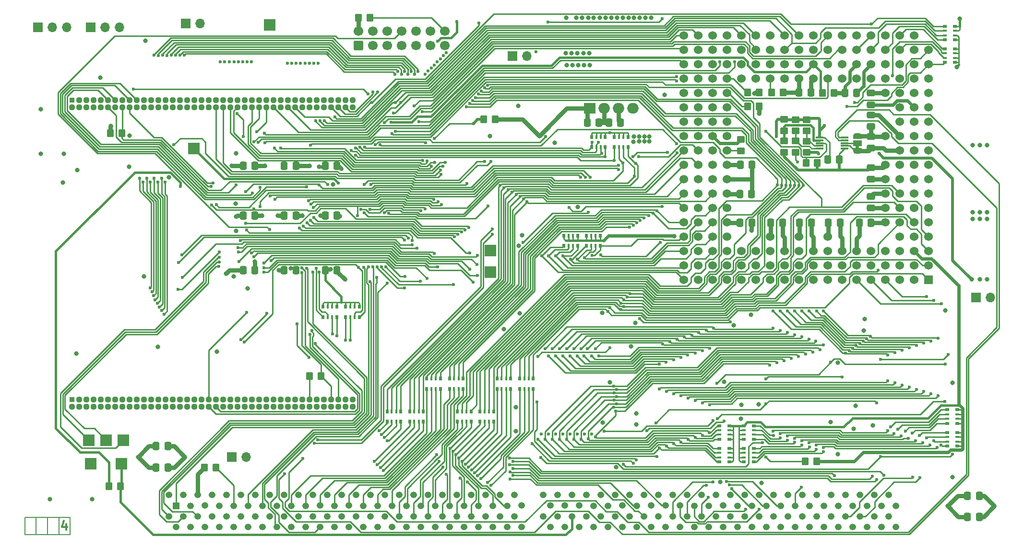
<source format=gbr>
G04 #@! TF.GenerationSoftware,KiCad,Pcbnew,7.0.6-0*
G04 #@! TF.CreationDate,2024-01-07T13:47:21+01:00*
G04 #@! TF.ProjectId,Z3660_v021a,5a333636-305f-4763-9032-31612e6b6963,v0.21*
G04 #@! TF.SameCoordinates,Original*
G04 #@! TF.FileFunction,Copper,L4,Bot*
G04 #@! TF.FilePolarity,Positive*
%FSLAX46Y46*%
G04 Gerber Fmt 4.6, Leading zero omitted, Abs format (unit mm)*
G04 Created by KiCad (PCBNEW 7.0.6-0) date 2024-01-07 13:47:21*
%MOMM*%
%LPD*%
G01*
G04 APERTURE LIST*
G04 Aperture macros list*
%AMRoundRect*
0 Rectangle with rounded corners*
0 $1 Rounding radius*
0 $2 $3 $4 $5 $6 $7 $8 $9 X,Y pos of 4 corners*
0 Add a 4 corners polygon primitive as box body*
4,1,4,$2,$3,$4,$5,$6,$7,$8,$9,$2,$3,0*
0 Add four circle primitives for the rounded corners*
1,1,$1+$1,$2,$3*
1,1,$1+$1,$4,$5*
1,1,$1+$1,$6,$7*
1,1,$1+$1,$8,$9*
0 Add four rect primitives between the rounded corners*
20,1,$1+$1,$2,$3,$4,$5,0*
20,1,$1+$1,$4,$5,$6,$7,0*
20,1,$1+$1,$6,$7,$8,$9,0*
20,1,$1+$1,$8,$9,$2,$3,0*%
%AMFreePoly0*
4,1,19,0.550000,-0.750000,0.000000,-0.750000,0.000000,-0.744911,-0.071157,-0.744911,-0.207708,-0.704816,-0.327430,-0.627875,-0.420627,-0.520320,-0.479746,-0.390866,-0.500000,-0.250000,-0.500000,0.250000,-0.479746,0.390866,-0.420627,0.520320,-0.327430,0.627875,-0.207708,0.704816,-0.071157,0.744911,0.000000,0.744911,0.000000,0.750000,0.550000,0.750000,0.550000,-0.750000,0.550000,-0.750000,
$1*%
%AMFreePoly1*
4,1,19,0.000000,0.744911,0.071157,0.744911,0.207708,0.704816,0.327430,0.627875,0.420627,0.520320,0.479746,0.390866,0.500000,0.250000,0.500000,-0.250000,0.479746,-0.390866,0.420627,-0.520320,0.327430,-0.627875,0.207708,-0.704816,0.071157,-0.744911,0.000000,-0.744911,0.000000,-0.750000,-0.550000,-0.750000,-0.550000,0.750000,0.000000,0.750000,0.000000,0.744911,0.000000,0.744911,
$1*%
G04 Aperture macros list end*
G04 #@! TA.AperFunction,NonConductor*
%ADD10C,0.150000*%
G04 #@! TD*
%ADD11C,0.300000*%
G04 #@! TA.AperFunction,NonConductor*
%ADD12C,0.300000*%
G04 #@! TD*
G04 #@! TA.AperFunction,ComponentPad*
%ADD13R,1.700000X1.700000*%
G04 #@! TD*
G04 #@! TA.AperFunction,ComponentPad*
%ADD14O,1.700000X1.700000*%
G04 #@! TD*
G04 #@! TA.AperFunction,ComponentPad*
%ADD15RoundRect,0.250000X0.600000X-0.600000X0.600000X0.600000X-0.600000X0.600000X-0.600000X-0.600000X0*%
G04 #@! TD*
G04 #@! TA.AperFunction,ComponentPad*
%ADD16C,1.700000*%
G04 #@! TD*
G04 #@! TA.AperFunction,ComponentPad*
%ADD17R,2.000000X2.000000*%
G04 #@! TD*
G04 #@! TA.AperFunction,ComponentPad*
%ADD18R,2.000000X1.905000*%
G04 #@! TD*
G04 #@! TA.AperFunction,ComponentPad*
%ADD19O,2.000000X1.905000*%
G04 #@! TD*
G04 #@! TA.AperFunction,ComponentPad*
%ADD20R,1.524000X1.524000*%
G04 #@! TD*
G04 #@! TA.AperFunction,ComponentPad*
%ADD21C,1.524000*%
G04 #@! TD*
G04 #@! TA.AperFunction,SMDPad,CuDef*
%ADD22RoundRect,0.250000X-0.337500X-0.475000X0.337500X-0.475000X0.337500X0.475000X-0.337500X0.475000X0*%
G04 #@! TD*
G04 #@! TA.AperFunction,SMDPad,CuDef*
%ADD23RoundRect,0.250000X0.350000X0.450000X-0.350000X0.450000X-0.350000X-0.450000X0.350000X-0.450000X0*%
G04 #@! TD*
G04 #@! TA.AperFunction,SMDPad,CuDef*
%ADD24RoundRect,0.250000X-0.475000X0.337500X-0.475000X-0.337500X0.475000X-0.337500X0.475000X0.337500X0*%
G04 #@! TD*
G04 #@! TA.AperFunction,SMDPad,CuDef*
%ADD25RoundRect,0.250000X0.450000X-0.350000X0.450000X0.350000X-0.450000X0.350000X-0.450000X-0.350000X0*%
G04 #@! TD*
G04 #@! TA.AperFunction,SMDPad,CuDef*
%ADD26RoundRect,0.250000X-0.350000X-0.450000X0.350000X-0.450000X0.350000X0.450000X-0.350000X0.450000X0*%
G04 #@! TD*
G04 #@! TA.AperFunction,SMDPad,CuDef*
%ADD27RoundRect,0.250000X0.475000X-0.337500X0.475000X0.337500X-0.475000X0.337500X-0.475000X-0.337500X0*%
G04 #@! TD*
G04 #@! TA.AperFunction,SMDPad,CuDef*
%ADD28RoundRect,0.250000X0.337500X0.475000X-0.337500X0.475000X-0.337500X-0.475000X0.337500X-0.475000X0*%
G04 #@! TD*
G04 #@! TA.AperFunction,ComponentPad*
%ADD29R,0.950000X0.950000*%
G04 #@! TD*
G04 #@! TA.AperFunction,ComponentPad*
%ADD30RoundRect,0.237500X-0.237500X0.237500X-0.237500X-0.237500X0.237500X-0.237500X0.237500X0.237500X0*%
G04 #@! TD*
G04 #@! TA.AperFunction,ComponentPad*
%ADD31R,1.200000X1.200000*%
G04 #@! TD*
G04 #@! TA.AperFunction,ComponentPad*
%ADD32O,1.200000X1.200000*%
G04 #@! TD*
G04 #@! TA.AperFunction,SMDPad,CuDef*
%ADD33R,0.800000X0.500000*%
G04 #@! TD*
G04 #@! TA.AperFunction,SMDPad,CuDef*
%ADD34R,0.800000X0.400000*%
G04 #@! TD*
G04 #@! TA.AperFunction,SMDPad,CuDef*
%ADD35R,0.500000X0.800000*%
G04 #@! TD*
G04 #@! TA.AperFunction,SMDPad,CuDef*
%ADD36R,0.400000X0.800000*%
G04 #@! TD*
G04 #@! TA.AperFunction,SMDPad,CuDef*
%ADD37C,0.500000*%
G04 #@! TD*
G04 #@! TA.AperFunction,SMDPad,CuDef*
%ADD38FreePoly0,90.000000*%
G04 #@! TD*
G04 #@! TA.AperFunction,SMDPad,CuDef*
%ADD39R,1.500000X1.000000*%
G04 #@! TD*
G04 #@! TA.AperFunction,SMDPad,CuDef*
%ADD40FreePoly1,90.000000*%
G04 #@! TD*
G04 #@! TA.AperFunction,SMDPad,CuDef*
%ADD41R,1.400000X0.300000*%
G04 #@! TD*
G04 #@! TA.AperFunction,ViaPad*
%ADD42C,0.800000*%
G04 #@! TD*
G04 #@! TA.AperFunction,ViaPad*
%ADD43C,0.600000*%
G04 #@! TD*
G04 #@! TA.AperFunction,Conductor*
%ADD44C,0.250000*%
G04 #@! TD*
G04 #@! TA.AperFunction,Conductor*
%ADD45C,0.800000*%
G04 #@! TD*
G04 #@! TA.AperFunction,Conductor*
%ADD46C,0.500000*%
G04 #@! TD*
G04 #@! TA.AperFunction,Conductor*
%ADD47C,0.600000*%
G04 #@! TD*
G04 #@! TA.AperFunction,Conductor*
%ADD48C,0.400000*%
G04 #@! TD*
G04 #@! TA.AperFunction,Conductor*
%ADD49C,0.300000*%
G04 #@! TD*
G04 APERTURE END LIST*
D10*
X88576000Y-118999000D02*
X88576000Y-122047000D01*
X88576000Y-122047000D02*
X80576000Y-122047000D01*
X80576000Y-122047000D02*
X80576000Y-118999000D01*
X86582000Y-118999000D02*
X86582000Y-122047000D01*
X82582000Y-118999000D02*
X82582000Y-122047000D01*
X84582000Y-118999000D02*
X84582000Y-122047000D01*
X80576000Y-118999000D02*
X88576000Y-118999000D01*
D11*
D12*
X87846715Y-120201328D02*
X87846715Y-121201328D01*
X87489572Y-119629900D02*
X87132429Y-120701328D01*
X87132429Y-120701328D02*
X88061000Y-120701328D01*
G04 #@! TA.AperFunction,EtchedComponent*
G36*
X222953200Y-57908000D02*
G01*
X221953200Y-57908000D01*
X221953200Y-57408000D01*
X222953200Y-57408000D01*
X222953200Y-57908000D01*
G37*
G04 #@! TD.AperFunction*
G04 #@! TA.AperFunction,EtchedComponent*
G36*
X221026800Y-49928400D02*
G01*
X220526800Y-49928400D01*
X220526800Y-48928400D01*
X221026800Y-48928400D01*
X221026800Y-49928400D01*
G37*
G04 #@! TD.AperFunction*
G04 #@! TA.AperFunction,EtchedComponent*
G36*
X227782400Y-53803600D02*
G01*
X227182400Y-53803600D01*
X227182400Y-53303600D01*
X227782400Y-53303600D01*
X227782400Y-53803600D01*
G37*
G04 #@! TD.AperFunction*
G04 #@! TA.AperFunction,EtchedComponent*
G36*
X213406800Y-50342800D02*
G01*
X212906800Y-50342800D01*
X212906800Y-49342800D01*
X213406800Y-49342800D01*
X213406800Y-50342800D01*
G37*
G04 #@! TD.AperFunction*
D13*
X248412000Y-80137000D03*
D14*
X250952000Y-80137000D03*
D13*
X108981000Y-31750000D03*
D14*
X111521000Y-31750000D03*
D15*
X139446000Y-35610800D03*
D16*
X139446000Y-33070800D03*
X141986000Y-35610800D03*
X141986000Y-33070800D03*
X144526000Y-35610800D03*
X144526000Y-33070800D03*
X147066000Y-35610800D03*
X147066000Y-33070800D03*
X149606000Y-35610800D03*
X149606000Y-33070800D03*
X152146000Y-35610800D03*
X152146000Y-33070800D03*
X154686000Y-35610800D03*
X154686000Y-33070800D03*
D17*
X123768000Y-32004000D03*
X162712400Y-75641200D03*
X110388400Y-53797200D03*
X92178000Y-109551600D03*
X97613600Y-109551600D03*
X94921200Y-105386000D03*
D13*
X166624000Y-37490400D03*
D14*
X169164000Y-37490400D03*
D13*
X117094000Y-108331000D03*
D14*
X119634000Y-108331000D03*
D17*
X97969200Y-105386000D03*
D13*
X82895300Y-32361200D03*
D14*
X85435300Y-32361200D03*
X87975300Y-32361200D03*
D18*
X180213000Y-46736000D03*
D19*
X182753000Y-46736000D03*
X185293000Y-46736000D03*
X187833000Y-46736000D03*
D13*
X92191700Y-32361200D03*
D14*
X94731700Y-32361200D03*
X97271700Y-32361200D03*
D17*
X91873200Y-105386000D03*
X162712400Y-71882000D03*
D20*
X240055000Y-77050900D03*
D21*
X237515000Y-77050900D03*
X234975000Y-77050900D03*
X232435000Y-77050900D03*
X229895000Y-77050900D03*
X227355000Y-77050900D03*
X224815000Y-77050900D03*
X222275000Y-77050900D03*
X219735000Y-77050900D03*
X217195000Y-77050900D03*
X214655000Y-77050900D03*
X212115000Y-77050900D03*
X209575000Y-77050900D03*
X207035000Y-77050900D03*
X204495000Y-77050900D03*
X201955000Y-77050900D03*
X199415000Y-77050900D03*
X196875000Y-77050900D03*
X240055000Y-74510900D03*
X237515000Y-74510900D03*
X234975000Y-74510900D03*
X232435000Y-74510900D03*
X229895000Y-74510900D03*
X227355000Y-74510900D03*
X224815000Y-74510900D03*
X222275000Y-74510900D03*
X219735000Y-74510900D03*
X217195000Y-74510900D03*
X214655000Y-74510900D03*
X212115000Y-74510900D03*
X209575000Y-74510900D03*
X207035000Y-74510900D03*
X204495000Y-74510900D03*
X201955000Y-74510900D03*
X199415000Y-74510900D03*
X196875000Y-74510900D03*
X240055000Y-71970900D03*
X237515000Y-71970900D03*
X234975000Y-71970900D03*
X232435000Y-71970900D03*
X229895000Y-71970900D03*
X227355000Y-71970900D03*
X224815000Y-71970900D03*
X222275000Y-71970900D03*
X219735000Y-71970900D03*
X217195000Y-71970900D03*
X214655000Y-71970900D03*
X212115000Y-71970900D03*
X209575000Y-71970900D03*
X207035000Y-71970900D03*
X204495000Y-71970900D03*
X201955000Y-71970900D03*
X199415000Y-71970900D03*
X196875000Y-71970900D03*
X240055000Y-69430900D03*
X237515000Y-69430900D03*
X234975000Y-69430900D03*
X201955000Y-69430900D03*
X199415000Y-69430900D03*
X196875000Y-69430900D03*
X240055000Y-66890900D03*
X237515000Y-66890900D03*
X234975000Y-66890900D03*
X201955000Y-66890900D03*
X199415000Y-66890900D03*
X196875000Y-66890900D03*
X240055000Y-64350900D03*
X237515000Y-64350900D03*
X234975000Y-64350900D03*
X201955000Y-64350900D03*
X199415000Y-64350900D03*
X196875000Y-64350900D03*
X240055000Y-61810900D03*
X237515000Y-61810900D03*
X234975000Y-61810900D03*
X201955000Y-61810900D03*
X199415000Y-61810900D03*
X196875000Y-61810900D03*
X240055000Y-59270900D03*
X237515000Y-59270900D03*
X234975000Y-59270900D03*
X201955000Y-59270900D03*
X199415000Y-59270900D03*
X196875000Y-59270900D03*
X240055000Y-56730900D03*
X237515000Y-56730900D03*
X234975000Y-56730900D03*
X201955000Y-56730900D03*
X199415000Y-56730900D03*
X196875000Y-56730900D03*
X240055000Y-54190900D03*
X237515000Y-54190900D03*
X234975000Y-54190900D03*
X201955000Y-54190900D03*
X199415000Y-54190900D03*
X196875000Y-54190900D03*
X240055000Y-51650900D03*
X237515000Y-51650900D03*
X234975000Y-51650900D03*
X201955000Y-51650900D03*
X199415000Y-51650900D03*
X196875000Y-51650900D03*
X240055000Y-49110900D03*
X237515000Y-49110900D03*
X234975000Y-49110900D03*
X201955000Y-49110900D03*
X199415000Y-49110900D03*
X196875000Y-49110900D03*
X240055000Y-46570900D03*
X237515000Y-46570900D03*
X234975000Y-46570900D03*
X201955000Y-46570900D03*
X199415000Y-46570900D03*
X196875000Y-46570900D03*
X240055000Y-44030900D03*
X237515000Y-44030900D03*
X234975000Y-44030900D03*
X201955000Y-44030900D03*
X199415000Y-44030900D03*
X196875000Y-44030900D03*
X240055000Y-41490900D03*
X237515000Y-41490900D03*
X234975000Y-41490900D03*
X201955000Y-41490900D03*
X199415000Y-41490900D03*
X196875000Y-41490900D03*
X240055000Y-38950900D03*
X237515000Y-38950900D03*
X234975000Y-38950900D03*
X232435000Y-38950900D03*
X229895000Y-38950900D03*
X227355000Y-38950900D03*
X224815000Y-38950900D03*
X222275000Y-38950900D03*
X219735000Y-38950900D03*
X217195000Y-38950900D03*
X214655000Y-38950900D03*
X212115000Y-38950900D03*
X209575000Y-38950900D03*
X207035000Y-38950900D03*
X204495000Y-38950900D03*
X201955000Y-38950900D03*
X199415000Y-38950900D03*
X196875000Y-38950900D03*
X240055000Y-36410900D03*
X237515000Y-36410900D03*
X234975000Y-36410900D03*
X232435000Y-36410900D03*
X229895000Y-36410900D03*
X227355000Y-36410900D03*
X224815000Y-36410900D03*
X222275000Y-36410900D03*
X219735000Y-36410900D03*
X217195000Y-36410900D03*
X214655000Y-36410900D03*
X212115000Y-36410900D03*
X209575000Y-36410900D03*
X207035000Y-36410900D03*
X204495000Y-36410900D03*
X201955000Y-36410900D03*
X199415000Y-36410900D03*
X196875000Y-36410900D03*
X237515000Y-33870900D03*
X234975000Y-33870900D03*
X232435000Y-33870900D03*
X229895000Y-33870900D03*
X227355000Y-33870900D03*
X224815000Y-33870900D03*
X222275000Y-33870900D03*
X219735000Y-33870900D03*
X217195000Y-33870900D03*
X214655000Y-33870900D03*
X212115000Y-33870900D03*
X209575000Y-33870900D03*
X207035000Y-33870900D03*
X204495000Y-33870900D03*
X201955000Y-33870900D03*
X199415000Y-33870900D03*
X196875000Y-33870900D03*
X222275000Y-69430900D03*
X217195000Y-69430900D03*
X212115000Y-69430900D03*
X204495000Y-69430900D03*
X232435000Y-66890900D03*
X204495000Y-66890900D03*
X232435000Y-64350900D03*
X204495000Y-64350900D03*
X232435000Y-61810900D03*
X204495000Y-61810900D03*
X232435000Y-59270900D03*
X204495000Y-59270900D03*
X232435000Y-56730900D03*
X204495000Y-56730900D03*
X204495000Y-54190900D03*
X232435000Y-51650900D03*
X204495000Y-51650900D03*
X204495000Y-49110900D03*
X204495000Y-46570900D03*
X232435000Y-44030900D03*
X204495000Y-44030900D03*
X232435000Y-41490900D03*
X229895000Y-41490900D03*
X227355000Y-41490900D03*
X224815000Y-41490900D03*
X222275000Y-41490900D03*
X219735000Y-41490900D03*
X217195000Y-41490900D03*
X214655000Y-41490900D03*
X212115000Y-41490900D03*
X209575000Y-41490900D03*
X207035000Y-41490900D03*
X204495000Y-41490900D03*
D22*
X246917300Y-115239800D03*
X248992300Y-115239800D03*
D23*
X161534600Y-48681200D03*
X163534600Y-48681200D03*
D24*
X229870000Y-44026000D03*
X229870000Y-46101000D03*
D22*
X103717200Y-110210600D03*
X105792200Y-110210600D03*
D25*
X206883000Y-52213000D03*
X206883000Y-54213000D03*
D26*
X210143600Y-46380400D03*
X208143600Y-46380400D03*
X214360000Y-43942000D03*
X212360000Y-43942000D03*
X114258600Y-110200000D03*
X112258600Y-110200000D03*
D27*
X229870000Y-49932500D03*
X229870000Y-47857500D03*
D22*
X103717200Y-106400600D03*
X105792200Y-106400600D03*
X246917300Y-118922800D03*
X248992300Y-118922800D03*
D26*
X210143600Y-43942000D03*
X208143600Y-43942000D03*
X220300000Y-109100000D03*
X218300000Y-109100000D03*
D23*
X139462000Y-30734000D03*
X141462000Y-30734000D03*
D22*
X126343500Y-56896000D03*
X128418500Y-56896000D03*
D28*
X121179500Y-65659000D03*
X119104500Y-65659000D03*
D22*
X126343500Y-65659000D03*
X128418500Y-65659000D03*
X133582500Y-65659000D03*
X135657500Y-65659000D03*
D28*
X121179500Y-75311000D03*
X119104500Y-75311000D03*
X128418500Y-75311000D03*
X126343500Y-75311000D03*
X229891500Y-66929000D03*
X227816500Y-66929000D03*
D22*
X212195500Y-66929000D03*
X214270500Y-66929000D03*
X217275500Y-66929000D03*
X219350500Y-66929000D03*
X222355500Y-66929000D03*
X224430500Y-66929000D03*
D24*
X229870000Y-57192000D03*
X229870000Y-59267000D03*
X229870000Y-51667500D03*
X229870000Y-53742500D03*
D22*
X206756500Y-66929000D03*
X208831500Y-66929000D03*
D24*
X229870000Y-62272000D03*
X229870000Y-64347000D03*
D22*
X206734500Y-61849000D03*
X208809500Y-61849000D03*
X133582500Y-56896000D03*
X135657500Y-56896000D03*
X119104500Y-56896000D03*
X121179500Y-56896000D03*
D28*
X185695500Y-49276000D03*
X183620500Y-49276000D03*
D22*
X179810500Y-49276000D03*
X181885500Y-49276000D03*
D28*
X227351500Y-43992800D03*
X225276500Y-43992800D03*
D22*
X206798000Y-56705500D03*
X208873000Y-56705500D03*
D29*
X88883000Y-45256500D03*
D30*
X88883000Y-46526500D03*
X90153000Y-45256500D03*
X90153000Y-46526500D03*
X91423000Y-45256500D03*
X91423000Y-46526500D03*
X92693000Y-45256500D03*
X92693000Y-46526500D03*
X93963000Y-45256500D03*
X93963000Y-46526500D03*
X95233000Y-45256500D03*
X95233000Y-46526500D03*
X96503000Y-45256500D03*
X96503000Y-46526500D03*
X97773000Y-45256500D03*
X97773000Y-46526500D03*
X99043000Y-45256500D03*
X99043000Y-46526500D03*
X100313000Y-45256500D03*
X100313000Y-46526500D03*
X101583000Y-45256500D03*
X101583000Y-46526500D03*
X102853000Y-45256500D03*
X102853000Y-46526500D03*
X104123000Y-45256500D03*
X104123000Y-46526500D03*
X105393000Y-45256500D03*
X105393000Y-46526500D03*
X106663000Y-45256500D03*
X106663000Y-46526500D03*
X107933000Y-45256500D03*
X107933000Y-46526500D03*
X109203000Y-45256500D03*
X109203000Y-46526500D03*
X110473000Y-45256500D03*
X110473000Y-46526500D03*
X111743000Y-45256500D03*
X111743000Y-46526500D03*
X113013000Y-45256500D03*
X113013000Y-46526500D03*
X114283000Y-45256500D03*
X114283000Y-46526500D03*
X115553000Y-45256500D03*
X115553000Y-46526500D03*
X116823000Y-45256500D03*
X116823000Y-46526500D03*
X118093000Y-45256500D03*
X118093000Y-46526500D03*
X119363000Y-45256500D03*
X119363000Y-46526500D03*
X120633000Y-45256500D03*
X120633000Y-46526500D03*
X121903000Y-45256500D03*
X121903000Y-46526500D03*
X123173000Y-45256500D03*
X123173000Y-46526500D03*
X124443000Y-45256500D03*
X124443000Y-46526500D03*
X125713000Y-45256500D03*
X125713000Y-46526500D03*
X126983000Y-45256500D03*
X126983000Y-46526500D03*
X128253000Y-45256500D03*
X128253000Y-46526500D03*
X129523000Y-45256500D03*
X129523000Y-46526500D03*
X130793000Y-45256500D03*
X130793000Y-46526500D03*
X132063000Y-45256500D03*
X132063000Y-46526500D03*
X133333000Y-45256500D03*
X133333000Y-46526500D03*
X134603000Y-45256500D03*
X134603000Y-46526500D03*
X135873000Y-45256500D03*
X135873000Y-46526500D03*
X137143000Y-45256500D03*
X137143000Y-46526500D03*
X138413000Y-45256500D03*
X138413000Y-46526500D03*
D29*
X88883000Y-98193000D03*
D30*
X88883000Y-99463000D03*
X90153000Y-98193000D03*
X90153000Y-99463000D03*
X91423000Y-98193000D03*
X91423000Y-99463000D03*
X92693000Y-98193000D03*
X92693000Y-99463000D03*
X93963000Y-98193000D03*
X93963000Y-99463000D03*
X95233000Y-98193000D03*
X95233000Y-99463000D03*
X96503000Y-98193000D03*
X96503000Y-99463000D03*
X97773000Y-98193000D03*
X97773000Y-99463000D03*
X99043000Y-98193000D03*
X99043000Y-99463000D03*
X100313000Y-98193000D03*
X100313000Y-99463000D03*
X101583000Y-98193000D03*
X101583000Y-99463000D03*
X102853000Y-98193000D03*
X102853000Y-99463000D03*
X104123000Y-98193000D03*
X104123000Y-99463000D03*
X105393000Y-98193000D03*
X105393000Y-99463000D03*
X106663000Y-98193000D03*
X106663000Y-99463000D03*
X107933000Y-98193000D03*
X107933000Y-99463000D03*
X109203000Y-98193000D03*
X109203000Y-99463000D03*
X110473000Y-98193000D03*
X110473000Y-99463000D03*
X111743000Y-98193000D03*
X111743000Y-99463000D03*
X113013000Y-98193000D03*
X113013000Y-99463000D03*
X114283000Y-98193000D03*
X114283000Y-99463000D03*
X115553000Y-98193000D03*
X115553000Y-99463000D03*
X116823000Y-98193000D03*
X116823000Y-99463000D03*
X118093000Y-98193000D03*
X118093000Y-99463000D03*
X119363000Y-98193000D03*
X119363000Y-99463000D03*
X120633000Y-98193000D03*
X120633000Y-99463000D03*
X121903000Y-98193000D03*
X121903000Y-99463000D03*
X123173000Y-98193000D03*
X123173000Y-99463000D03*
X124443000Y-98193000D03*
X124443000Y-99463000D03*
X125713000Y-98193000D03*
X125713000Y-99463000D03*
X126983000Y-98193000D03*
X126983000Y-99463000D03*
X128253000Y-98193000D03*
X128253000Y-99463000D03*
X129523000Y-98193000D03*
X129523000Y-99463000D03*
X130793000Y-98193000D03*
X130793000Y-99463000D03*
X132063000Y-98193000D03*
X132063000Y-99463000D03*
X133333000Y-98193000D03*
X133333000Y-99463000D03*
X134603000Y-98193000D03*
X134603000Y-99463000D03*
X135873000Y-98193000D03*
X135873000Y-99463000D03*
X137143000Y-98193000D03*
X137143000Y-99463000D03*
X138413000Y-98193000D03*
X138413000Y-99463000D03*
D31*
X107239000Y-116954500D03*
D32*
X105964986Y-115024415D03*
X107234986Y-120739415D03*
X105964986Y-118859500D03*
X109774986Y-116954500D03*
X108504986Y-115024415D03*
X109774986Y-120739415D03*
X108504986Y-118859500D03*
X112314986Y-116929415D03*
X111044986Y-115024415D03*
X112314986Y-120739415D03*
X111044986Y-118859500D03*
X114854986Y-116954500D03*
X113584986Y-115024415D03*
X114854986Y-120739415D03*
X113584986Y-118834415D03*
X117394986Y-116954500D03*
X116124986Y-115024415D03*
X117394986Y-120739415D03*
X116124986Y-118859500D03*
X119934986Y-116954500D03*
X118664986Y-115024415D03*
X119934986Y-120739415D03*
X118664986Y-118859500D03*
X122474986Y-116954500D03*
X121204986Y-115024415D03*
X122474986Y-120739415D03*
X121204986Y-118834415D03*
X125014986Y-116954500D03*
X123744986Y-115024415D03*
X125014986Y-120739415D03*
X123744986Y-118859500D03*
X127554986Y-116954500D03*
X126284986Y-115024415D03*
X127554986Y-120739415D03*
X126284986Y-118834415D03*
X130094986Y-116954500D03*
X128824986Y-115024415D03*
X130094986Y-120739415D03*
X128824986Y-118859500D03*
X132634986Y-116929415D03*
X131364986Y-115024415D03*
X132634986Y-120739415D03*
X131364986Y-118834415D03*
X135174986Y-116954500D03*
X133904986Y-115024415D03*
X135174986Y-120739415D03*
X133904986Y-118859500D03*
X137714986Y-116929415D03*
X136444986Y-115024415D03*
X137714986Y-120739415D03*
X136444986Y-118859500D03*
X140254986Y-116954500D03*
X138984986Y-115024415D03*
X140254986Y-120739415D03*
X138984986Y-118859500D03*
X142794986Y-116954500D03*
X141524986Y-115024415D03*
X142794986Y-120739415D03*
X141524986Y-118834415D03*
X145334986Y-116954500D03*
X144064986Y-115024415D03*
X145334986Y-120739415D03*
X144064986Y-118859500D03*
X147874986Y-116954500D03*
X146604986Y-115024415D03*
X147874986Y-120739415D03*
X146604986Y-118859500D03*
X150414986Y-116954500D03*
X149144986Y-115024415D03*
X150414986Y-120739415D03*
X149144986Y-118834415D03*
X152954986Y-116954500D03*
X151684986Y-115024415D03*
X152954986Y-120739415D03*
X151684986Y-118859500D03*
X155494986Y-116954500D03*
X154224986Y-115024415D03*
X155494986Y-120739415D03*
X154224986Y-118834415D03*
X158034986Y-116954500D03*
X156764986Y-115024415D03*
X158034986Y-120739415D03*
X156764986Y-118859500D03*
X160574986Y-116954500D03*
X159304986Y-115024415D03*
X160574986Y-120739415D03*
X159304986Y-118834415D03*
X163114986Y-116954500D03*
X161844986Y-115024415D03*
X163114986Y-120739415D03*
X161844986Y-118859500D03*
X165654986Y-116954500D03*
X164384986Y-115024415D03*
X165654986Y-120739415D03*
X164384986Y-118834415D03*
X168194986Y-116929415D03*
X166924986Y-115024415D03*
X168194986Y-120739415D03*
X166924986Y-118859500D03*
X173274986Y-116929415D03*
X172004986Y-115024415D03*
X173274986Y-120739415D03*
X172004986Y-118859500D03*
X175814986Y-116929415D03*
X174544986Y-115024415D03*
X175814986Y-120739415D03*
X174544986Y-118834415D03*
X178354986Y-116929415D03*
X177084986Y-115024415D03*
X178354986Y-120739415D03*
X177084986Y-118859500D03*
X180894986Y-116954500D03*
X179624986Y-115024415D03*
X180894986Y-120739415D03*
X179624986Y-118859500D03*
X183434986Y-116954500D03*
X182164986Y-115024415D03*
X183434986Y-120739415D03*
X182164986Y-118834415D03*
X185974986Y-116929415D03*
X184704986Y-115024415D03*
X185974986Y-120739415D03*
X184704986Y-118859500D03*
X188514986Y-116954500D03*
X187244986Y-115024415D03*
X188514986Y-120739415D03*
X187244986Y-118859500D03*
X191054986Y-116929415D03*
X189784986Y-115024415D03*
X191054986Y-120739415D03*
X189784986Y-118859500D03*
X193594986Y-116929415D03*
X192324986Y-115024415D03*
X193594986Y-120739415D03*
X192324986Y-118834415D03*
X196134986Y-116929415D03*
X194864986Y-115024415D03*
X196134986Y-120739415D03*
X194864986Y-118859500D03*
X198674986Y-116954500D03*
X197404986Y-115024415D03*
X198674986Y-120739415D03*
X197404986Y-118859500D03*
X201219000Y-116954500D03*
X199944986Y-115024415D03*
X201214986Y-120739415D03*
X199944986Y-118859500D03*
X203754986Y-116929415D03*
X202484986Y-115024415D03*
X203754986Y-120739415D03*
X202484986Y-118859500D03*
X206294986Y-116954500D03*
X205024986Y-115024415D03*
X206294986Y-120739415D03*
X205024986Y-118834415D03*
X208834986Y-116954500D03*
X207564986Y-115024415D03*
X208834986Y-120739415D03*
X207564986Y-118859500D03*
X211379000Y-116954500D03*
X210104986Y-115024415D03*
X211374986Y-120739415D03*
X210104986Y-118859500D03*
X213919000Y-116954500D03*
X212644986Y-115024415D03*
X213914986Y-120739415D03*
X212644986Y-118859500D03*
X216454986Y-116954500D03*
X215184986Y-115024415D03*
X216454986Y-120739415D03*
X215184986Y-118859500D03*
X218994986Y-116954500D03*
X217724986Y-115024415D03*
X218994986Y-120739415D03*
X217724986Y-118859500D03*
X221534986Y-116954500D03*
X220264986Y-115024415D03*
X221534986Y-120739415D03*
X220264986Y-118859500D03*
X224074986Y-116954500D03*
X222804986Y-115024415D03*
X224074986Y-120739415D03*
X222804986Y-118859500D03*
X226614986Y-116954500D03*
X225344986Y-115024415D03*
X226614986Y-120739415D03*
X225344986Y-118859500D03*
X229154986Y-116954500D03*
X227884986Y-115024415D03*
X229154986Y-120739415D03*
X227884986Y-118834415D03*
X231694986Y-116954500D03*
X230424986Y-115024415D03*
X231694986Y-120739415D03*
X230424986Y-118834415D03*
X234234986Y-116954500D03*
X232964986Y-115024415D03*
X234234986Y-120739415D03*
X232964986Y-118859500D03*
D22*
X133582500Y-75311000D03*
X135657500Y-75311000D03*
X217170500Y-43942000D03*
X219245500Y-43942000D03*
D33*
X244700000Y-36200000D03*
D34*
X244700000Y-37000000D03*
X244700000Y-37800000D03*
D33*
X244700000Y-38600000D03*
X242900000Y-38600000D03*
D34*
X242900000Y-37800000D03*
X242900000Y-37000000D03*
D33*
X242900000Y-36200000D03*
D35*
X137200000Y-81800000D03*
D36*
X138000000Y-81800000D03*
X138800000Y-81800000D03*
D35*
X139600000Y-81800000D03*
X139600000Y-83600000D03*
D36*
X138800000Y-83600000D03*
X138000000Y-83600000D03*
D35*
X137200000Y-83600000D03*
D28*
X224303500Y-55778400D03*
X222228500Y-55778400D03*
D33*
X204900000Y-106800000D03*
D34*
X204900000Y-107600000D03*
X204900000Y-108400000D03*
D33*
X204900000Y-109200000D03*
X203100000Y-109200000D03*
D34*
X203100000Y-108400000D03*
X203100000Y-107600000D03*
D33*
X203100000Y-106800000D03*
X245100000Y-104000000D03*
D34*
X245100000Y-104800000D03*
X245100000Y-105600000D03*
D33*
X245100000Y-106400000D03*
X243300000Y-106400000D03*
D34*
X243300000Y-105600000D03*
X243300000Y-104800000D03*
D33*
X243300000Y-104000000D03*
D35*
X157900000Y-96300000D03*
D36*
X157100000Y-96300000D03*
X156300000Y-96300000D03*
D35*
X155500000Y-96300000D03*
X155500000Y-94500000D03*
D36*
X156300000Y-94500000D03*
X157100000Y-94500000D03*
D35*
X157900000Y-94500000D03*
D33*
X244700000Y-32200000D03*
D34*
X244700000Y-33000000D03*
X244700000Y-33800000D03*
D33*
X244700000Y-34600000D03*
X242900000Y-34600000D03*
D34*
X242900000Y-33800000D03*
X242900000Y-33000000D03*
D33*
X242900000Y-32200000D03*
D35*
X146900000Y-102100000D03*
D36*
X146100000Y-102100000D03*
X145300000Y-102100000D03*
D35*
X144500000Y-102100000D03*
X144500000Y-100300000D03*
D36*
X145300000Y-100300000D03*
X146100000Y-100300000D03*
D35*
X146900000Y-100300000D03*
D37*
X222953200Y-57658000D03*
X221953200Y-57658000D03*
D23*
X95418400Y-113487200D03*
X97418400Y-113487200D03*
D35*
X150900000Y-102100000D03*
D36*
X150100000Y-102100000D03*
X149300000Y-102100000D03*
D35*
X148500000Y-102100000D03*
X148500000Y-100300000D03*
D36*
X149300000Y-100300000D03*
X150100000Y-100300000D03*
D35*
X150900000Y-100300000D03*
D33*
X204900000Y-102800000D03*
D34*
X204900000Y-103600000D03*
X204900000Y-104400000D03*
D33*
X204900000Y-105200000D03*
X203100000Y-105200000D03*
D34*
X203100000Y-104400000D03*
X203100000Y-103600000D03*
D33*
X203100000Y-102800000D03*
D25*
X216560400Y-48698400D03*
X216560400Y-50698400D03*
D35*
X180600000Y-51800000D03*
D36*
X181400000Y-51800000D03*
X182200000Y-51800000D03*
D35*
X183000000Y-51800000D03*
X183000000Y-53600000D03*
D36*
X182200000Y-53600000D03*
X181400000Y-53600000D03*
D35*
X180600000Y-53600000D03*
D26*
X132826000Y-94004000D03*
X130826000Y-94004000D03*
D33*
X245100000Y-100000000D03*
D34*
X245100000Y-100800000D03*
X245100000Y-101600000D03*
D33*
X245100000Y-102400000D03*
X243300000Y-102400000D03*
D34*
X243300000Y-101600000D03*
X243300000Y-100800000D03*
D33*
X243300000Y-100000000D03*
D35*
X170300000Y-96300000D03*
D36*
X169500000Y-96300000D03*
X168700000Y-96300000D03*
D35*
X167900000Y-96300000D03*
X167900000Y-94500000D03*
D36*
X168700000Y-94500000D03*
X169500000Y-94500000D03*
D35*
X170300000Y-94500000D03*
D37*
X220776800Y-48928400D03*
X220776800Y-49928400D03*
D23*
X218421200Y-56388000D03*
X220421200Y-56388000D03*
D35*
X133200000Y-81800000D03*
D36*
X134000000Y-81800000D03*
X134800000Y-81800000D03*
D35*
X135600000Y-81800000D03*
X135600000Y-83600000D03*
D36*
X134800000Y-83600000D03*
X134000000Y-83600000D03*
D35*
X133200000Y-83600000D03*
D25*
X214579200Y-52492400D03*
X214579200Y-54492400D03*
D38*
X227482400Y-54203600D03*
D39*
X227482400Y-52903600D03*
D40*
X227482400Y-51603600D03*
D23*
X95672400Y-51104800D03*
X97672400Y-51104800D03*
D25*
X218541600Y-52508400D03*
X218541600Y-54508400D03*
X218541600Y-48698400D03*
X218541600Y-50698400D03*
D37*
X213156800Y-49342800D03*
X213156800Y-50342800D03*
D35*
X153900000Y-96300000D03*
D36*
X153100000Y-96300000D03*
X152300000Y-96300000D03*
D35*
X151500000Y-96300000D03*
X151500000Y-94500000D03*
D36*
X152300000Y-94500000D03*
X153100000Y-94500000D03*
D35*
X153900000Y-94500000D03*
D41*
X220796400Y-53848000D03*
X220796400Y-53348000D03*
X220796400Y-52848000D03*
X220796400Y-52348000D03*
X220796400Y-51848000D03*
X225196400Y-51848000D03*
X225196400Y-52348000D03*
X225196400Y-52848000D03*
X225196400Y-53348000D03*
X225196400Y-53848000D03*
D35*
X184600000Y-51800000D03*
D36*
X185400000Y-51800000D03*
X186200000Y-51800000D03*
D35*
X187000000Y-51800000D03*
X187000000Y-53600000D03*
D36*
X186200000Y-53600000D03*
X185400000Y-53600000D03*
D35*
X184600000Y-53600000D03*
D25*
X214579200Y-48682400D03*
X214579200Y-50682400D03*
D33*
X207400000Y-109200000D03*
D34*
X207400000Y-108400000D03*
X207400000Y-107600000D03*
D33*
X207400000Y-106800000D03*
X209200000Y-106800000D03*
D34*
X209200000Y-107600000D03*
X209200000Y-108400000D03*
D33*
X209200000Y-109200000D03*
D35*
X175700000Y-69200000D03*
D36*
X176500000Y-69200000D03*
X177300000Y-69200000D03*
D35*
X178100000Y-69200000D03*
X178100000Y-71000000D03*
D36*
X177300000Y-71000000D03*
X176500000Y-71000000D03*
D35*
X175700000Y-71000000D03*
D33*
X207400000Y-105200000D03*
D34*
X207400000Y-104400000D03*
X207400000Y-103600000D03*
D33*
X207400000Y-102800000D03*
X209200000Y-102800000D03*
D34*
X209200000Y-103600000D03*
X209200000Y-104400000D03*
D33*
X209200000Y-105200000D03*
D35*
X179700000Y-69200000D03*
D36*
X180500000Y-69200000D03*
X181300000Y-69200000D03*
D35*
X182100000Y-69200000D03*
X182100000Y-71000000D03*
D36*
X181300000Y-71000000D03*
X180500000Y-71000000D03*
D35*
X179700000Y-71000000D03*
X166300000Y-96300000D03*
D36*
X165500000Y-96300000D03*
X164700000Y-96300000D03*
D35*
X163900000Y-96300000D03*
X163900000Y-94500000D03*
D36*
X164700000Y-94500000D03*
X165500000Y-94500000D03*
D35*
X166300000Y-94500000D03*
D25*
X216560400Y-52492400D03*
X216560400Y-54492400D03*
D35*
X159300000Y-102100000D03*
D36*
X158500000Y-102100000D03*
X157700000Y-102100000D03*
D35*
X156900000Y-102100000D03*
X156900000Y-100300000D03*
D36*
X157700000Y-100300000D03*
X158500000Y-100300000D03*
D35*
X159300000Y-100300000D03*
D23*
X221351600Y-43992800D03*
X223351600Y-43992800D03*
D35*
X163300000Y-102100000D03*
D36*
X162500000Y-102100000D03*
X161700000Y-102100000D03*
D35*
X160900000Y-102100000D03*
X160900000Y-100300000D03*
D36*
X161700000Y-100300000D03*
X162500000Y-100300000D03*
D35*
X163300000Y-100300000D03*
D42*
X176107477Y-30690810D03*
X178077293Y-36969500D03*
X136398000Y-57368982D03*
X92440000Y-115824000D03*
X95758000Y-49834800D03*
X247777000Y-66294000D03*
X203962000Y-95032198D03*
X222732600Y-102187194D03*
X187522898Y-88818502D03*
X224002600Y-107812400D03*
X93878400Y-41300400D03*
X226822000Y-103334445D03*
X224045449Y-91691599D03*
X178119400Y-64185865D03*
X205673697Y-85098000D03*
X116051327Y-75909273D03*
X193497200Y-44348400D03*
X162661602Y-51612802D03*
X89662000Y-90017600D03*
X165137644Y-85740515D03*
X104063800Y-88864000D03*
X203300000Y-112739800D03*
X130849500Y-56903872D03*
X177165000Y-39116000D03*
X188468000Y-102616000D03*
X183769000Y-95123000D03*
X125349000Y-75311000D03*
X179197000Y-39116000D03*
X167175000Y-103789498D03*
X210566000Y-112947670D03*
X250316950Y-65087500D03*
X176149000Y-39116000D03*
X182499000Y-102235000D03*
X249047000Y-66294000D03*
X136144000Y-65786000D03*
X244246400Y-95250000D03*
X242990500Y-82423000D03*
X228600000Y-85979000D03*
X176020094Y-36969500D03*
X180144300Y-36969500D03*
X208788000Y-68326000D03*
X134975600Y-60131226D03*
X249047000Y-65087500D03*
X179122299Y-36969500D03*
X167629700Y-46280400D03*
X114427000Y-89676800D03*
X83362800Y-46837602D03*
X117887764Y-54692564D03*
X108818700Y-108305600D03*
X182480428Y-82858600D03*
X137033000Y-76962000D03*
X122936000Y-56896000D03*
X105997269Y-58899531D03*
X250317000Y-66294000D03*
X180213000Y-39116000D03*
X244246400Y-111912400D03*
X174040800Y-52832000D03*
X117823576Y-65818444D03*
X206933800Y-101600000D03*
X251637800Y-117017800D03*
X87299800Y-59857200D03*
X117855992Y-68377217D03*
X119888000Y-78552412D03*
X87477600Y-54762400D03*
X129565400Y-65648400D03*
X247777008Y-65087500D03*
X184912000Y-110109000D03*
X101854000Y-34798000D03*
X178181000Y-39116000D03*
D43*
X221640400Y-49733200D03*
D42*
X167711400Y-70967602D03*
X177068242Y-36969500D03*
X245000000Y-39400000D03*
X180961720Y-30690810D03*
X181991000Y-30690810D03*
X184023000Y-30690810D03*
X84963000Y-115824000D03*
X188976000Y-52578000D03*
X228727000Y-83947000D03*
X207010000Y-99110800D03*
X188000000Y-52600008D03*
X183007000Y-30690810D03*
X185039000Y-30690810D03*
X189864951Y-52578491D03*
X189865000Y-51689000D03*
X179958443Y-30690810D03*
X208661000Y-83185000D03*
X188067505Y-30690810D03*
X188468000Y-100635003D03*
X167182914Y-99537510D03*
D43*
X231292400Y-54660800D03*
D42*
X189083505Y-30690810D03*
X188290926Y-84597974D03*
X168351200Y-69137000D03*
X249046999Y-76962000D03*
X167868600Y-82971200D03*
X250380503Y-76961998D03*
X89859901Y-57591295D03*
X177907505Y-30690810D03*
X247650001Y-76962000D03*
X243382800Y-117017798D03*
X210018000Y-99060000D03*
X186054443Y-30690810D03*
X171348402Y-51612800D03*
X83362800Y-54762398D03*
D43*
X220675200Y-54711600D03*
D42*
X100584000Y-108305600D03*
X190753951Y-52578491D03*
X230211000Y-102733995D03*
X188976049Y-51688509D03*
X187070443Y-30690810D03*
X227116862Y-99291030D03*
X191121720Y-30690810D03*
X190099505Y-30690810D03*
X188023016Y-51688514D03*
X178929720Y-30690810D03*
X190754000Y-51689000D03*
D43*
X221458418Y-106641000D03*
X241548011Y-106627529D03*
X229743000Y-86995000D03*
X241681000Y-87376000D03*
X221488000Y-82550000D03*
X220206990Y-106241000D03*
X240284000Y-106232500D03*
X220261022Y-82550000D03*
X229142363Y-87443318D03*
X240411000Y-87823500D03*
X218948000Y-105841000D03*
X239014000Y-105832989D03*
X238531404Y-111977996D03*
X239141000Y-88223011D03*
X218948000Y-82550000D03*
X228522450Y-87864581D03*
X237744000Y-105433478D03*
X237210595Y-111936405D03*
X217678001Y-105441000D03*
X227886238Y-88260799D03*
X217678000Y-82550000D03*
X237871000Y-88646000D03*
X216385250Y-105005522D03*
X236474000Y-105033967D03*
X227250503Y-88657783D03*
X236601000Y-89027000D03*
X216408000Y-82550000D03*
X235208289Y-104636782D03*
X215106518Y-104606011D03*
X226652239Y-89109262D03*
X215138000Y-82550000D03*
X235331000Y-89421544D03*
X213836518Y-104206500D03*
X233934000Y-104234945D03*
X226026675Y-89522086D03*
X234061000Y-89871533D03*
X213868000Y-82550000D03*
X232791010Y-103715262D03*
X212599242Y-103787200D03*
X232791000Y-90271044D03*
X217550996Y-113665000D03*
X225399608Y-89932624D03*
X212598000Y-82550000D03*
X192517741Y-91948017D03*
X204397269Y-112667299D03*
X172974000Y-90490500D03*
X193751206Y-91548002D03*
X204891974Y-113275960D03*
X174244000Y-90490500D03*
X205308000Y-113900000D03*
X175524509Y-90490500D03*
X195071998Y-91148000D03*
X196342000Y-90747994D03*
X176784000Y-90490500D03*
X197561200Y-90347996D03*
X178054000Y-90490500D03*
X201168000Y-115443000D03*
X198881820Y-89947985D03*
X179252100Y-90490500D03*
X200787001Y-113309027D03*
X180594000Y-90490500D03*
X200151874Y-89547980D03*
X207772000Y-117602000D03*
X202038403Y-112725200D03*
X201422000Y-89147998D03*
X210108802Y-117551200D03*
X181850245Y-90490500D03*
X130962400Y-53238400D03*
X172440600Y-51739800D03*
X166161681Y-110968633D03*
X151552608Y-76801501D03*
X122751841Y-74860907D03*
X144239369Y-74761431D03*
X150368000Y-77276500D03*
X166195000Y-112220000D03*
X131495800Y-64260600D03*
X154062090Y-63702216D03*
X166703000Y-111591001D03*
X148894800Y-70048997D03*
X119674500Y-68242200D03*
X131072191Y-63641682D03*
X153466802Y-63246004D03*
X130656303Y-63017549D03*
X152700874Y-62822287D03*
X108377606Y-76627608D03*
X149779331Y-71454670D03*
X156210000Y-77892600D03*
X143489382Y-74756609D03*
X147605059Y-70013033D03*
X107701301Y-74010301D03*
X118618000Y-70104000D03*
X148894800Y-70799000D03*
X148260592Y-69648643D03*
X108310901Y-72587901D03*
X122746729Y-75636201D03*
X147675598Y-76454000D03*
X147583400Y-78467600D03*
X142734590Y-74761400D03*
X142646400Y-76606400D03*
X130708400Y-90728800D03*
X128625598Y-84785200D03*
X141969788Y-74761400D03*
X141500000Y-77317600D03*
X131368800Y-75692014D03*
X131852000Y-88293400D03*
X130318513Y-74956541D03*
X141219794Y-74761400D03*
X135890000Y-59943996D03*
X145188345Y-49174400D03*
X113563403Y-63779399D03*
X121513413Y-50850603D03*
X139241964Y-65700600D03*
X186108011Y-56375000D03*
X121005600Y-64465200D03*
X134010400Y-60198000D03*
X144038345Y-49205229D03*
X141986000Y-43840400D03*
X144018000Y-65176400D03*
X188104487Y-58722113D03*
X188346674Y-56449938D03*
X144780000Y-65289400D03*
X142866404Y-43856831D03*
X141822827Y-45716982D03*
X160731204Y-31597600D03*
X107619800Y-78732603D03*
X114884202Y-72100000D03*
X146908302Y-45714698D03*
X132537196Y-75692000D03*
X145999196Y-45720000D03*
X131963647Y-75007508D03*
X133448341Y-48924500D03*
X171075000Y-90551000D03*
X183769000Y-89027000D03*
X118397848Y-73771536D03*
X160324800Y-74320400D03*
X122072400Y-64041706D03*
X180340000Y-58922700D03*
X224784513Y-94178087D03*
X211328000Y-94538800D03*
X159081033Y-75157767D03*
X120599200Y-72288400D03*
X160462400Y-76263758D03*
X120976072Y-72962911D03*
X170925000Y-98600000D03*
X188468000Y-108839000D03*
X203962000Y-102000000D03*
X190301268Y-103727468D03*
X179527200Y-58924988D03*
X189052200Y-83885600D03*
X205078748Y-84490925D03*
X123839651Y-62230523D03*
X232136641Y-111523204D03*
X122783601Y-74015599D03*
X243484400Y-90220800D03*
X231546400Y-91033600D03*
X166098598Y-108515602D03*
X153416000Y-74726800D03*
X171600000Y-108400000D03*
X159715200Y-77470000D03*
X124002987Y-73660187D03*
X244298020Y-107850000D03*
X231521000Y-108300000D03*
X160462392Y-72669232D03*
X168520474Y-70424500D03*
X180035200Y-65074800D03*
X118235561Y-72112785D03*
X145588789Y-47552811D03*
X149301200Y-46278800D03*
X139442885Y-74780709D03*
X150723600Y-47299815D03*
X119278400Y-88036400D03*
X140360400Y-74777598D03*
X150088600Y-49098200D03*
X131949335Y-48924500D03*
X132698838Y-48924500D03*
X118028425Y-47612813D03*
X119126000Y-51679814D03*
X188899996Y-55275000D03*
X138961753Y-55003689D03*
X184588214Y-55975000D03*
X187900000Y-55275000D03*
X183000000Y-55300006D03*
X138201400Y-54116800D03*
X193954400Y-54507878D03*
X182372661Y-54666692D03*
X138963400Y-53761200D03*
X139729913Y-53564087D03*
X181800000Y-52700000D03*
X180699999Y-52700001D03*
X140563600Y-53584600D03*
X131546600Y-66004000D03*
X158276800Y-68172295D03*
X157616400Y-68572295D03*
X130984823Y-66500901D03*
X186189232Y-109619168D03*
X210693000Y-105800000D03*
X156984091Y-68975642D03*
X130351348Y-66929726D03*
X129725947Y-67493400D03*
X156346400Y-69372295D03*
X151536400Y-55981600D03*
X124612400Y-53746400D03*
X230142712Y-111697668D03*
X166126177Y-109718653D03*
X230911400Y-112282800D03*
X125727640Y-53720989D03*
X150783802Y-55959400D03*
X166700200Y-110368600D03*
X178675604Y-58924962D03*
X124739400Y-62752800D03*
X129057400Y-67883600D03*
X187943957Y-109448440D03*
X159054800Y-72288400D03*
X170100000Y-106000000D03*
X166700196Y-109133200D03*
X152806942Y-72376793D03*
X118194553Y-71340620D03*
X223393000Y-111622400D03*
X229971599Y-31833000D03*
X135300000Y-48260000D03*
X118668800Y-87579200D03*
X185327600Y-56758400D03*
X225653600Y-46329600D03*
X119532400Y-61417200D03*
X132486400Y-60221018D03*
X123252241Y-82944947D03*
X226974400Y-45653000D03*
X114362427Y-63765627D03*
X185327600Y-57571011D03*
X162818232Y-113381363D03*
X157734000Y-109102200D03*
X162243232Y-112846451D03*
X157159000Y-108496436D03*
X161010413Y-112191987D03*
X158648400Y-112725200D03*
X156616254Y-107899053D03*
X157378400Y-112064800D03*
X160458775Y-111683854D03*
X156085505Y-107369139D03*
X154896216Y-111359245D03*
X159922637Y-111157112D03*
X155590130Y-106806016D03*
X143865600Y-110693200D03*
X143306800Y-110185200D03*
X142773883Y-109657466D03*
X142233875Y-109136990D03*
X143547284Y-104324929D03*
X135600000Y-86900002D03*
X134830002Y-86569998D03*
X143118658Y-103709474D03*
X144526000Y-105460800D03*
X137979893Y-87720107D03*
X144021114Y-104906297D03*
X137200000Y-87671275D03*
X154305373Y-110160173D03*
X159390350Y-110628743D03*
X158838459Y-110120885D03*
X153684892Y-109123218D03*
X153280621Y-107912865D03*
X158309000Y-109584613D03*
X122887031Y-51103343D03*
X205790800Y-38506400D03*
X121740262Y-52758109D03*
X203200000Y-38506400D03*
X121000248Y-52636111D03*
X180648019Y-72710999D03*
X154736800Y-56286400D03*
X154330400Y-56946800D03*
X179324105Y-73100000D03*
X153924000Y-57607200D03*
X178075000Y-73399835D03*
X176825000Y-73365412D03*
X154005111Y-58389689D03*
X152946319Y-56235016D03*
X175514000Y-72800000D03*
X174244000Y-72771000D03*
X152321237Y-56981436D03*
X172974000Y-72771000D03*
X132270126Y-105323200D03*
X163067999Y-68071999D03*
X163093400Y-68961000D03*
X131663300Y-105898200D03*
X171785054Y-72785554D03*
X221488000Y-88519000D03*
X180594000Y-104267000D03*
X193141600Y-88341200D03*
X221491207Y-107390286D03*
X181229000Y-89214500D03*
X179838001Y-89214500D03*
X220157500Y-87884000D03*
X179324000Y-104267000D03*
X220220077Y-106990889D03*
X194377000Y-87937202D03*
X195662995Y-87530806D03*
X178054000Y-104267000D03*
X178689000Y-89214500D03*
X218948000Y-87503000D03*
X218992004Y-106589711D03*
X196917000Y-87124412D03*
X176784000Y-104267000D03*
X177419000Y-89214500D03*
X217678000Y-87122000D03*
X217678000Y-106191002D03*
X175514000Y-104267000D03*
X216410936Y-105754585D03*
X176149000Y-89214500D03*
X198282943Y-86797957D03*
X216408000Y-86741000D03*
X174244000Y-104267000D03*
X215156184Y-105368811D03*
X215139967Y-86360000D03*
X199498394Y-86319000D03*
X174879000Y-89214500D03*
X173610300Y-89214500D03*
X213886184Y-104969300D03*
X200856208Y-85919000D03*
X172974000Y-104267000D03*
X213868000Y-85979000D03*
X212644557Y-104555060D03*
X202082400Y-85598000D03*
X171704000Y-104267000D03*
X172339000Y-89214500D03*
X212598000Y-85598000D03*
X201362002Y-104055602D03*
X181229000Y-104775000D03*
X211963000Y-92075000D03*
X184794200Y-100203000D03*
X184495428Y-99515077D03*
X213233000Y-91694000D03*
X200152000Y-104500600D03*
X179959000Y-105156000D03*
X178689000Y-105170804D03*
X214503000Y-91313000D03*
X184970834Y-98933000D03*
X198907400Y-104900600D03*
X215773000Y-90932000D03*
X184531000Y-98298000D03*
X177419000Y-105221602D03*
X197586600Y-105170800D03*
X217043000Y-90551000D03*
X185003800Y-97663000D03*
X176149000Y-105221600D03*
X196367400Y-105678800D03*
X174879000Y-105221600D03*
X218313000Y-90170000D03*
X195097400Y-105932800D03*
X184531000Y-97028000D03*
X185003800Y-96393000D03*
X219583000Y-89789000D03*
X193802000Y-106390000D03*
X173609000Y-105221596D03*
X184509022Y-95818500D03*
X192557400Y-106694800D03*
X172339000Y-105221600D03*
X220853000Y-89408000D03*
X201422000Y-99139400D03*
X242256000Y-106200000D03*
X242316000Y-81280000D03*
X241681000Y-97536000D03*
X200152000Y-98739400D03*
X240986000Y-105499998D03*
X240919000Y-80645000D03*
X240411000Y-97155000D03*
X239716000Y-104921116D03*
X198882000Y-98339400D03*
X239141000Y-96774000D03*
X239649000Y-80010000D03*
X197612000Y-97939400D03*
X237871000Y-96393000D03*
X238446000Y-104521000D03*
X196342000Y-97539400D03*
X236601000Y-96012000D03*
X237176000Y-104140000D03*
X235331000Y-95631000D03*
X235966000Y-103759000D03*
X195072000Y-97139400D03*
X234636000Y-103394064D03*
X193802000Y-96739400D03*
X234061000Y-95250000D03*
X233366000Y-102997000D03*
X192518230Y-96333000D03*
X232791000Y-94866056D03*
X129459548Y-74930553D03*
X122926986Y-52814479D03*
X211339433Y-108339427D03*
X150428804Y-64822295D03*
X144526000Y-77571600D03*
X139871780Y-64603548D03*
X151207722Y-64495800D03*
X141499770Y-64588570D03*
X113811745Y-59878544D03*
X149921200Y-40154202D03*
X164449229Y-60371929D03*
X195626410Y-54567795D03*
X103378000Y-37338000D03*
X186827042Y-80046200D03*
X103013327Y-79152814D03*
X101463600Y-59708800D03*
X104164889Y-37363578D03*
X149346200Y-40719401D03*
X165118238Y-60775038D03*
X102073200Y-59099200D03*
X186252829Y-80536029D03*
X103288422Y-79850006D03*
X104913941Y-37337586D03*
X165850832Y-61101232D03*
X148771200Y-40156521D03*
X103566943Y-80545836D03*
X185791800Y-81127600D03*
X102733600Y-59708800D03*
X148196200Y-40719400D03*
X166568850Y-61514450D03*
X105688249Y-37352395D03*
X103978843Y-81172009D03*
X103394000Y-59048400D03*
X186296602Y-81722913D03*
X106437609Y-37337802D03*
X147574000Y-40154200D03*
X167280050Y-61920850D03*
X185791800Y-82277600D03*
X104054400Y-59708800D03*
X104318466Y-81840149D03*
X167936494Y-62323294D03*
X107188000Y-37338000D03*
X147046200Y-40719400D03*
X104755453Y-82449080D03*
X104714800Y-59048400D03*
X183769000Y-81958600D03*
X231140000Y-75336400D03*
X168594900Y-62723400D03*
X107950000Y-37338000D03*
X146424999Y-40154200D03*
X183452908Y-82638740D03*
X105324400Y-59708800D03*
X105127482Y-83099732D03*
X145896200Y-40719400D03*
X108712000Y-37338000D03*
X169169184Y-63223530D03*
X192109787Y-64797027D03*
X154921220Y-36899208D03*
X115062000Y-38481000D03*
X115862103Y-38493363D03*
X191465200Y-65227204D03*
X154390774Y-37429426D03*
X116703920Y-38477681D03*
X190648325Y-65635587D03*
X153881644Y-37980144D03*
X189835682Y-66088396D03*
X153353100Y-38518873D03*
X117475000Y-38481000D03*
X189167328Y-66493331D03*
X152822769Y-39049205D03*
X118268593Y-38481000D03*
X119036730Y-38481000D03*
X188568278Y-66944600D03*
X152292438Y-39579536D03*
X119786232Y-38480782D03*
X151762113Y-40109860D03*
X187920325Y-67344600D03*
X120535734Y-38481004D03*
X187238340Y-67665600D03*
X151221200Y-40665587D03*
X129455500Y-75742800D03*
X123738500Y-68124400D03*
X152857200Y-52070000D03*
X159766000Y-49377608D03*
X213156800Y-51663600D03*
X211328000Y-50800008D03*
X140439002Y-60189951D03*
X162791099Y-56122625D03*
X131219002Y-86013513D03*
X99695000Y-43307000D03*
X141129134Y-44164201D03*
X102671110Y-78486000D03*
X187356854Y-79471200D03*
X100803200Y-59048400D03*
X213386221Y-60287091D03*
X126873000Y-38735000D03*
X158510803Y-46445999D03*
X127635000Y-38735000D03*
X214135844Y-60310928D03*
X159066533Y-45890269D03*
X214885713Y-60325073D03*
X128397000Y-38735000D03*
X159606997Y-45349805D03*
X215635568Y-60310199D03*
X129221787Y-38732739D03*
X160137181Y-44819620D03*
X130048000Y-38735000D03*
X160573552Y-44196603D03*
X216395703Y-60325421D03*
X217144767Y-60299767D03*
X161103884Y-43666272D03*
X130810000Y-38735000D03*
X131572000Y-38735000D03*
X217932000Y-60325000D03*
X161686106Y-43087167D03*
X162257096Y-42600882D03*
X132334000Y-38735000D03*
X172847000Y-31496000D03*
X193040000Y-30861000D03*
X176631600Y-64262000D03*
X193040002Y-64075000D03*
X158546800Y-60026400D03*
X141642238Y-60159038D03*
X119736345Y-82758600D03*
X130877000Y-86681000D03*
X113414096Y-60541036D03*
X145341400Y-51155600D03*
X233680000Y-40944800D03*
X195578801Y-41855749D03*
X195606901Y-41106273D03*
X145983911Y-50768710D03*
X195610620Y-52953406D03*
X143235272Y-53171400D03*
X117856000Y-60248800D03*
X120717008Y-61671200D03*
X122123000Y-60655200D03*
X130308796Y-60631226D03*
X222758000Y-91592400D03*
X140446780Y-65203050D03*
X202692000Y-95300800D03*
X202029747Y-101903749D03*
X162274650Y-63988550D03*
X182818899Y-103785999D03*
X242976400Y-91897200D03*
X211328002Y-98958400D03*
X192097779Y-108226605D03*
X171136261Y-105185519D03*
X158937200Y-67772297D03*
X191899596Y-102301000D03*
X230886006Y-98755200D03*
X119522100Y-67057600D03*
X114824202Y-74625200D03*
X114858800Y-73066600D03*
X114850414Y-73871388D03*
X242916400Y-98499998D03*
X192685237Y-70375000D03*
X182219600Y-72644000D03*
X202774296Y-101566922D03*
X142392404Y-53171400D03*
X151282400Y-52771400D03*
X106872900Y-53138400D03*
X161728987Y-56127313D03*
X153437050Y-34865002D03*
X156819600Y-31394400D03*
X108051600Y-60502798D03*
X129590800Y-108610400D03*
X126441200Y-111302798D03*
D42*
X209296000Y-44069000D03*
X250316942Y-53213000D03*
X125222000Y-65659000D03*
X117099296Y-56890704D03*
D43*
X183800000Y-51000000D03*
D42*
X195141365Y-69325000D03*
X122428000Y-65659000D03*
X132718048Y-65659000D03*
X117398796Y-76454000D03*
X245500000Y-30900000D03*
X99060000Y-51547400D03*
X121158002Y-73812401D03*
D43*
X216941400Y-56159400D03*
D42*
X127508000Y-74985992D03*
X98983812Y-56997600D03*
X132461000Y-57023000D03*
X134518400Y-75184004D03*
X117754400Y-63542600D03*
X101600000Y-76454000D03*
X249046950Y-53213000D03*
X210159600Y-47650400D03*
D43*
X170764200Y-36743200D03*
D42*
X126465577Y-57114312D03*
X247777000Y-53213000D03*
D44*
X244700000Y-36200000D02*
X245200000Y-36200000D01*
X221672400Y-51848000D02*
X220796400Y-51848000D01*
D45*
X214655000Y-71970900D02*
X214655000Y-69571000D01*
D44*
X130793000Y-98193000D02*
X130826000Y-98160000D01*
D45*
X232431100Y-64347000D02*
X232435000Y-64350900D01*
X126343500Y-75311000D02*
X125349000Y-75311000D01*
X105792200Y-106400600D02*
X106913700Y-106400600D01*
X219350500Y-66929000D02*
X219350500Y-69109500D01*
X208873000Y-59283600D02*
X208873000Y-61785500D01*
D44*
X130826000Y-98160000D02*
X130826000Y-94004000D01*
D45*
X231181600Y-47857500D02*
X234975000Y-51650900D01*
X219350500Y-69109500D02*
X219735000Y-69494000D01*
D46*
X220776800Y-49928400D02*
X220776800Y-50698400D01*
D47*
X234472973Y-45358900D02*
X236303000Y-45358900D01*
D45*
X227355000Y-69698000D02*
X227816500Y-69236500D01*
X181885500Y-49276000D02*
X183620500Y-49276000D01*
X219735000Y-71970900D02*
X219735000Y-69494000D01*
X227816500Y-66929000D02*
X227816500Y-69236500D01*
D44*
X222554800Y-52730400D02*
X221672400Y-51848000D01*
D45*
X249732800Y-118922800D02*
X251637800Y-117017800D01*
X135657500Y-65659000D02*
X135784500Y-65786000D01*
X135657500Y-56896000D02*
X135925018Y-56896000D01*
X232498900Y-54190900D02*
X234975000Y-54190900D01*
X121179500Y-56896000D02*
X122936000Y-56896000D01*
D44*
X244700000Y-34600000D02*
X245400000Y-34600000D01*
D45*
X111044986Y-115024415D02*
X111044986Y-111413614D01*
D44*
X244700000Y-37800000D02*
X245400000Y-37800000D01*
X245400000Y-38600000D02*
X245400000Y-39000000D01*
D47*
X233730873Y-46101000D02*
X234472973Y-45358900D01*
D45*
X105792200Y-110210600D02*
X106913700Y-110210600D01*
X208831500Y-66929000D02*
X208788000Y-66972500D01*
X208873000Y-61785500D02*
X208809500Y-61849000D01*
D46*
X220776800Y-51628400D02*
X220796400Y-51648000D01*
D45*
X182753000Y-46736000D02*
X182753000Y-49276000D01*
D47*
X229870000Y-46101000D02*
X233730873Y-46101000D01*
D45*
X208788000Y-66972500D02*
X208788000Y-68326000D01*
D46*
X221640400Y-49880486D02*
X221640400Y-49733200D01*
D44*
X244700000Y-37000000D02*
X245400000Y-37000000D01*
D47*
X226142999Y-40162901D02*
X227355000Y-38950900D01*
D45*
X106913700Y-106400600D02*
X108818700Y-108305600D01*
D46*
X220776800Y-50698400D02*
X220776800Y-51628400D01*
D44*
X245400000Y-36200000D02*
X245400000Y-34600000D01*
D45*
X95672400Y-51104800D02*
X95672400Y-49920400D01*
X227355000Y-71970900D02*
X227355000Y-69698000D01*
X128418500Y-56896000D02*
X130841628Y-56896000D01*
X225263800Y-43992800D02*
X225276500Y-44005500D01*
D44*
X245400000Y-36400000D02*
X245400000Y-37000000D01*
D45*
X224815000Y-69684500D02*
X224430500Y-69300000D01*
X135925018Y-56896000D02*
X136398000Y-57368982D01*
D46*
X220776800Y-50698400D02*
X220822486Y-50698400D01*
D45*
X248992300Y-115239800D02*
X249859800Y-115239800D01*
D47*
X225276500Y-42795998D02*
X226142999Y-41929499D01*
D44*
X226146400Y-53348000D02*
X227002000Y-54203600D01*
D46*
X220822486Y-50698400D02*
X221640400Y-49880486D01*
D45*
X129554800Y-65659000D02*
X129565400Y-65648400D01*
D48*
X245000000Y-39400000D02*
X245400000Y-39000000D01*
D44*
X245400000Y-34100000D02*
X245100000Y-33800000D01*
D45*
X229870000Y-59267000D02*
X232431100Y-59267000D01*
X219245500Y-41980400D02*
X219735000Y-41490900D01*
X119104500Y-75311000D02*
X116649600Y-75311000D01*
X128418500Y-65659000D02*
X129554800Y-65659000D01*
X130841628Y-56896000D02*
X130849500Y-56903872D01*
X219245500Y-43942000D02*
X219245500Y-41980400D01*
X111044986Y-111413614D02*
X112258600Y-110200000D01*
X214270500Y-69186500D02*
X214655000Y-69571000D01*
X135784500Y-65786000D02*
X136144000Y-65786000D01*
X249859800Y-115239800D02*
X251637800Y-117017800D01*
D47*
X236303000Y-45358900D02*
X237515000Y-46570900D01*
D45*
X208873000Y-56705500D02*
X208873000Y-59283600D01*
X224815000Y-71970900D02*
X224815000Y-69684500D01*
D44*
X245100000Y-33800000D02*
X244700000Y-33800000D01*
D45*
X135657500Y-75586500D02*
X137033000Y-76962000D01*
D44*
X227002000Y-54203600D02*
X227482400Y-54203600D01*
X245400000Y-37800000D02*
X245400000Y-38600000D01*
X222228500Y-55778400D02*
X222554800Y-55452100D01*
X222554800Y-55452100D02*
X222554800Y-52730400D01*
D45*
X214270500Y-66929000D02*
X214270500Y-69186500D01*
X227482400Y-54203600D02*
X229408900Y-54203600D01*
D44*
X244700000Y-38600000D02*
X245400000Y-38600000D01*
X245400000Y-37000000D02*
X245400000Y-37800000D01*
D45*
X119104500Y-65659000D02*
X117983020Y-65659000D01*
X106913700Y-110210600D02*
X108818700Y-108305600D01*
X117983020Y-65659000D02*
X117823576Y-65818444D01*
D47*
X225276500Y-44005500D02*
X225276500Y-43992800D01*
D45*
X95672400Y-49920400D02*
X95758000Y-49834800D01*
X232050500Y-53742500D02*
X232498900Y-54190900D01*
X224430500Y-69300000D02*
X224430500Y-66929000D01*
X229408900Y-54203600D02*
X229870000Y-53742500D01*
X229870000Y-64347000D02*
X232431100Y-64347000D01*
X232431100Y-59267000D02*
X232435000Y-59270900D01*
X204495000Y-59270900D02*
X208860300Y-59270900D01*
X229870000Y-47857500D02*
X231181600Y-47857500D01*
D44*
X244700000Y-36200000D02*
X245400000Y-36200000D01*
X225196400Y-53348000D02*
X226146400Y-53348000D01*
D47*
X225276500Y-44005500D02*
X225276500Y-42795998D01*
D44*
X245400000Y-36400000D02*
X245400000Y-36200000D01*
D45*
X116649600Y-75311000D02*
X116051327Y-75909273D01*
D44*
X245400000Y-34600000D02*
X245400000Y-34100000D01*
D45*
X135657500Y-75311000D02*
X135657500Y-75586500D01*
X208860300Y-59270900D02*
X208873000Y-59283600D01*
D47*
X226142999Y-41929499D02*
X226142999Y-40162901D01*
D45*
X248992300Y-118922800D02*
X249732800Y-118922800D01*
X223351600Y-43992800D02*
X225263800Y-43992800D01*
X229870000Y-53742500D02*
X232050500Y-53742500D01*
X103717200Y-106400600D02*
X102468700Y-106400600D01*
X168416802Y-48681200D02*
X171348402Y-51612800D01*
D46*
X244297200Y-73609199D02*
X247650001Y-76962000D01*
X244297200Y-59131200D02*
X244297200Y-73609199D01*
D45*
X102468700Y-106400600D02*
X100563700Y-108305600D01*
D46*
X218541600Y-54508400D02*
X220472000Y-54508400D01*
D45*
X103717200Y-110210600D02*
X102468700Y-110210600D01*
D46*
X220472000Y-54508400D02*
X220675200Y-54711600D01*
D45*
X246917300Y-118922800D02*
X245287802Y-118922800D01*
D46*
X232105200Y-55473600D02*
X240639600Y-55473600D01*
D45*
X245160798Y-115239800D02*
X243382800Y-117017798D01*
X245287802Y-118922800D02*
X243382800Y-117017798D01*
X180213000Y-46736000D02*
X176225202Y-46736000D01*
X179810500Y-49276000D02*
X179810500Y-47138500D01*
X176225202Y-46736000D02*
X171348402Y-51612800D01*
D46*
X240639600Y-55473600D02*
X244297200Y-59131200D01*
X231292400Y-54660800D02*
X232105200Y-55473600D01*
D45*
X163534600Y-48681200D02*
X168416802Y-48681200D01*
X179810500Y-47138500D02*
X180213000Y-46736000D01*
X246917300Y-115239800D02*
X245160798Y-115239800D01*
X102468700Y-110210600D02*
X100563700Y-108305600D01*
D44*
X241548011Y-106627529D02*
X241365041Y-106810499D01*
X223560784Y-106811784D02*
X223240600Y-106491600D01*
X236110489Y-106810499D02*
X236109204Y-106811784D01*
X236109204Y-106811784D02*
X223560784Y-106811784D01*
X223240600Y-106491600D02*
X221607818Y-106491600D01*
X241365041Y-106810499D02*
X236110489Y-106810499D01*
X221607818Y-106491600D02*
X221458418Y-106641000D01*
X241681000Y-87376000D02*
X241554000Y-87249000D01*
X221488000Y-82550000D02*
X225806000Y-86868000D01*
X225806000Y-86868000D02*
X229616000Y-86868000D01*
X241554000Y-87249000D02*
X229997000Y-87249000D01*
X229997000Y-87249000D02*
X229743000Y-86995000D01*
X229616000Y-86868000D02*
X229743000Y-86995000D01*
X220381990Y-106066000D02*
X220206990Y-106241000D01*
X223468229Y-106066000D02*
X220381990Y-106066000D01*
X223814008Y-106411780D02*
X223468229Y-106066000D01*
X240284000Y-106232500D02*
X240106001Y-106410499D01*
X235612144Y-106411782D02*
X223814008Y-106411780D01*
X235944803Y-106410499D02*
X235943518Y-106411784D01*
X235612146Y-106411784D02*
X235612144Y-106411782D01*
X240106001Y-106410499D02*
X235944803Y-106410499D01*
X235943518Y-106411784D02*
X235612146Y-106411784D01*
X229347555Y-87648510D02*
X229142363Y-87443318D01*
X240411000Y-87823500D02*
X240236010Y-87648510D01*
X221038957Y-83327935D02*
X221690420Y-83327934D01*
X220261022Y-82550000D02*
X221038957Y-83327935D01*
X240236010Y-87648510D02*
X229347555Y-87648510D01*
X221690420Y-83327934D02*
X225629998Y-87267511D01*
X225629998Y-87267511D02*
X228966556Y-87267511D01*
X228966556Y-87267511D02*
X229142363Y-87443318D01*
X219123000Y-105666000D02*
X218948000Y-105841000D01*
X235777832Y-106011782D02*
X223979694Y-106011781D01*
X233954399Y-112740000D02*
X237769400Y-112740000D01*
X228880985Y-118834415D02*
X230505000Y-117210400D01*
X235779117Y-106010499D02*
X235777832Y-106011782D01*
X223633914Y-105666000D02*
X219123000Y-105666000D01*
X230505000Y-116189399D02*
X233954399Y-112740000D01*
X238836490Y-106010499D02*
X235779117Y-106010499D01*
X227884986Y-118834415D02*
X228880985Y-118834415D01*
X230505000Y-117210400D02*
X230505000Y-116189399D01*
X237769400Y-112740000D02*
X238531404Y-111977996D01*
X223979694Y-106011781D02*
X223633914Y-105666000D01*
X239014000Y-105832989D02*
X238836490Y-106010499D01*
X220125445Y-83727445D02*
X221524937Y-83727445D01*
X228324890Y-87667021D02*
X228522450Y-87864581D01*
X238966015Y-88048026D02*
X228705895Y-88048026D01*
X221524937Y-83727445D02*
X225464513Y-87667021D01*
X239141000Y-88223011D02*
X238966015Y-88048026D01*
X228705895Y-88048026D02*
X228522450Y-87864581D01*
X225464513Y-87667021D02*
X228324890Y-87667021D01*
X218948000Y-82550000D02*
X220125445Y-83727445D01*
X237048792Y-112098208D02*
X237210595Y-111936405D01*
X235612147Y-105611782D02*
X224145380Y-105611782D01*
X224145380Y-105611782D02*
X223799599Y-105266000D01*
X225344986Y-118859500D02*
X226262044Y-118859500D01*
X235613432Y-105610498D02*
X235612147Y-105611782D01*
X217853001Y-105266000D02*
X217678001Y-105441000D01*
X227863400Y-116290999D02*
X232056191Y-112098208D01*
X232056191Y-112098208D02*
X237048792Y-112098208D01*
X226262044Y-118859500D02*
X227863400Y-117258144D01*
X227863400Y-117258144D02*
X227863400Y-116290999D01*
X237744000Y-105433478D02*
X237566980Y-105610498D01*
X237566980Y-105610498D02*
X235613432Y-105610498D01*
X223799599Y-105266000D02*
X217853001Y-105266000D01*
X217678000Y-82550000D02*
X219254956Y-84126956D01*
X228072975Y-88447536D02*
X227886238Y-88260799D01*
X219254956Y-84126956D02*
X221359454Y-84126956D01*
X237672536Y-88447536D02*
X228072975Y-88447536D01*
X227691971Y-88066532D02*
X227886238Y-88260799D01*
X225299030Y-88066532D02*
X227691971Y-88066532D01*
X221359454Y-84126956D02*
X225299030Y-88066532D01*
X237871000Y-88646000D02*
X237672536Y-88447536D01*
X216385250Y-105005522D02*
X216578572Y-104812200D01*
X223911484Y-104812200D02*
X224311066Y-105211782D01*
X235624277Y-105033967D02*
X236474000Y-105033967D01*
X235446462Y-105211782D02*
X235624277Y-105033967D01*
X216578572Y-104812200D02*
X223911484Y-104812200D01*
X224311066Y-105211782D02*
X235446462Y-105211782D01*
X221193970Y-84526467D02*
X225186503Y-88519000D01*
X236601000Y-89027000D02*
X236421044Y-88847044D01*
X218384467Y-84526467D02*
X221193970Y-84526467D01*
X227439764Y-88847044D02*
X227250503Y-88657783D01*
X236421044Y-88847044D02*
X227439764Y-88847044D01*
X225186503Y-88519000D02*
X227111720Y-88519000D01*
X216408000Y-82550000D02*
X218384467Y-84526467D01*
X224155500Y-116954000D02*
X224155000Y-116954500D01*
X227111720Y-88519000D02*
X227250503Y-88657783D01*
X224155000Y-116954000D02*
X224155500Y-116954000D01*
X224474416Y-104809445D02*
X235035626Y-104809445D01*
X235035626Y-104809445D02*
X235208289Y-104636782D01*
X215106518Y-104606011D02*
X215300329Y-104412200D01*
X215300329Y-104412200D02*
X224077170Y-104412200D01*
X224077170Y-104412200D02*
X224474416Y-104809445D01*
X225021019Y-88918510D02*
X226461487Y-88918510D01*
X226461487Y-88918510D02*
X226652239Y-89109262D01*
X226819063Y-89276086D02*
X226652239Y-89109262D01*
X235331000Y-89421544D02*
X235185542Y-89276086D01*
X217513978Y-84925978D02*
X221028487Y-84925978D01*
X215138000Y-82550000D02*
X217513978Y-84925978D01*
X221028487Y-84925978D02*
X225021019Y-88918510D01*
X235185542Y-89276086D02*
X226819063Y-89276086D01*
X224640101Y-104409445D02*
X233759500Y-104409445D01*
X224242856Y-104012200D02*
X224640101Y-104409445D01*
X213836518Y-104206500D02*
X214030818Y-104012200D01*
X214030818Y-104012200D02*
X224242856Y-104012200D01*
X233759500Y-104409445D02*
X233934000Y-104234945D01*
X233886011Y-89696544D02*
X226201133Y-89696544D01*
X234061000Y-89871533D02*
X233886011Y-89696544D01*
X216643489Y-85325489D02*
X220863004Y-85325489D01*
X219075500Y-116954000D02*
X219075000Y-116954500D01*
X225846088Y-89341499D02*
X226026675Y-89522086D01*
X220863004Y-85325489D02*
X224879014Y-89341499D01*
X224879014Y-89341499D02*
X225846088Y-89341499D01*
X226201133Y-89696544D02*
X226026675Y-89522086D01*
X213868000Y-82550000D02*
X216643489Y-85325489D01*
X219075500Y-116954000D02*
X219075000Y-116954000D01*
X224408542Y-103612200D02*
X224805787Y-104009445D01*
X212774242Y-103612200D02*
X224408542Y-103612200D01*
X212599242Y-103787200D02*
X212774242Y-103612200D01*
X232496827Y-104009445D02*
X232791010Y-103715262D01*
X224805787Y-104009445D02*
X232496827Y-104009445D01*
X216454986Y-114761010D02*
X217550996Y-113665000D01*
X212598000Y-82550000D02*
X215773000Y-85725000D01*
X220697521Y-85725000D02*
X224905145Y-89932624D01*
X215773000Y-85725000D02*
X220697521Y-85725000D01*
X232616902Y-90096946D02*
X225563930Y-90096946D01*
X224905145Y-89932624D02*
X225399608Y-89932624D01*
X232791000Y-90271044D02*
X232616902Y-90096946D01*
X216454986Y-116954500D02*
X216454986Y-114761010D01*
X225563930Y-90096946D02*
X225399608Y-89932624D01*
X208990292Y-112667299D02*
X204397269Y-112667299D01*
X189877185Y-91948017D02*
X192517741Y-91948017D01*
X213919000Y-116954500D02*
X213277493Y-116954500D01*
X188351246Y-93473956D02*
X189877185Y-91948017D01*
X172974000Y-90490500D02*
X175957456Y-93473956D01*
X213277493Y-116954500D02*
X208990292Y-112667299D01*
X175957456Y-93473956D02*
X188351246Y-93473956D01*
X207061529Y-113275960D02*
X204891974Y-113275960D01*
X189886499Y-91373017D02*
X193576221Y-91373017D01*
X188185560Y-93073956D02*
X189886499Y-91373017D01*
X210740069Y-116954500D02*
X207061529Y-113275960D01*
X193576221Y-91373017D02*
X193751206Y-91548002D01*
X176827456Y-93073956D02*
X188185560Y-93073956D01*
X174244000Y-90490500D02*
X176827456Y-93073956D01*
X211379000Y-116954500D02*
X210740069Y-116954500D01*
X208834986Y-116954500D02*
X208242100Y-116954500D01*
X189720827Y-90973003D02*
X194897001Y-90973003D01*
X208242100Y-116954500D02*
X205308000Y-114020400D01*
X175524509Y-90490500D02*
X177707965Y-92673956D01*
X188019874Y-92673956D02*
X189720827Y-90973003D01*
X205308000Y-114020400D02*
X205308000Y-113900000D01*
X194897001Y-90973003D02*
X195071998Y-91148000D01*
X177707965Y-92673956D02*
X188019874Y-92673956D01*
X189555144Y-90573000D02*
X196167006Y-90573000D01*
X178567456Y-92273956D02*
X187854188Y-92273956D01*
X196167006Y-90573000D02*
X196342000Y-90747994D01*
X187854188Y-92273956D02*
X189555144Y-90573000D01*
X176784000Y-90490500D02*
X178567456Y-92273956D01*
X179437456Y-91873956D02*
X187688502Y-91873956D01*
X178054000Y-90490500D02*
X179437456Y-91873956D01*
X197386204Y-90173000D02*
X197561200Y-90347996D01*
X187688502Y-91873956D02*
X189389458Y-90173000D01*
X189389458Y-90173000D02*
X197386204Y-90173000D01*
X199944986Y-116666014D02*
X201168000Y-115443000D01*
X199944986Y-118859500D02*
X199944986Y-116666014D01*
X180235556Y-91473956D02*
X187522816Y-91473956D01*
X198706835Y-89773000D02*
X198881820Y-89947985D01*
X189223772Y-89773000D02*
X198706835Y-89773000D01*
X187522816Y-91473956D02*
X189223772Y-89773000D01*
X179252100Y-90490500D02*
X180235556Y-91473956D01*
X197404986Y-118859500D02*
X197404986Y-116261161D01*
X197404986Y-116261161D02*
X200357120Y-113309027D01*
X200357120Y-113309027D02*
X200787001Y-113309027D01*
X207422265Y-117951735D02*
X207772000Y-117602000D01*
X199976894Y-89373000D02*
X200151874Y-89547980D01*
X198674986Y-118826246D02*
X199582751Y-119734011D01*
X180594000Y-90490500D02*
X181177456Y-91073956D01*
X198674986Y-116954500D02*
X198674986Y-118826246D01*
X202156005Y-117951735D02*
X207422265Y-117951735D01*
X199582751Y-119734011D02*
X200373729Y-119734011D01*
X189058086Y-89373000D02*
X199976894Y-89373000D01*
X187357130Y-91073956D02*
X189058086Y-89373000D01*
X200373729Y-119734011D02*
X202156005Y-117951735D01*
X181177456Y-91073956D02*
X187357130Y-91073956D01*
X194864986Y-116261161D02*
X198400947Y-112725200D01*
X198400947Y-112725200D02*
X202038403Y-112725200D01*
X194864986Y-118859500D02*
X194864986Y-116261161D01*
X197173644Y-119864904D02*
X199112904Y-119864904D01*
X199390000Y-120142000D02*
X200575655Y-120142000D01*
X200956655Y-119761000D02*
X207900232Y-119761000D01*
X181850245Y-90490500D02*
X187374900Y-90490500D01*
X188892400Y-88973000D02*
X201247002Y-88973000D01*
X196134986Y-116929415D02*
X196134986Y-118826246D01*
X207900232Y-119761000D02*
X210108802Y-117552430D01*
X199112904Y-119864904D02*
X199390000Y-120142000D01*
X187374900Y-90490500D02*
X188892400Y-88973000D01*
X200575655Y-120142000D02*
X200956655Y-119761000D01*
X201247002Y-88973000D02*
X201422000Y-89147998D01*
X210108802Y-117552430D02*
X210108802Y-117551200D01*
X196134986Y-118826246D02*
X197173644Y-119864904D01*
X171481774Y-52698626D02*
X172440600Y-51739800D01*
X141690427Y-52958800D02*
X142452827Y-52196400D01*
X131242000Y-52958800D02*
X141690427Y-52958800D01*
X152018400Y-52196400D02*
X152520626Y-52698626D01*
X130962400Y-53238400D02*
X131242000Y-52958800D01*
X152520626Y-52698626D02*
X171481774Y-52698626D01*
X142452827Y-52196400D02*
X152018400Y-52196400D01*
X166209549Y-111016501D02*
X169704273Y-111016501D01*
X171171772Y-112484000D02*
X188489569Y-112484000D01*
X125022200Y-73504200D02*
X144448915Y-73504200D01*
X166161681Y-110968633D02*
X166209549Y-111016501D01*
X123665493Y-74860907D02*
X125022200Y-73504200D01*
X149630307Y-74879200D02*
X151552608Y-76801501D01*
X145823915Y-74879200D02*
X149630307Y-74879200D01*
X192934984Y-116929415D02*
X193594986Y-116929415D01*
X188489569Y-112484000D02*
X192934984Y-116929415D01*
X144448915Y-73504200D02*
X145823915Y-74879200D01*
X122751841Y-74860907D02*
X123665493Y-74860907D01*
X169704273Y-111016501D02*
X171171772Y-112484000D01*
X169776400Y-112220000D02*
X170840400Y-113284000D01*
X188241945Y-117918896D02*
X188844382Y-117918896D01*
X166195000Y-112220000D02*
X169776400Y-112220000D01*
X144239369Y-74761431D02*
X146754438Y-77276500D01*
X146754438Y-77276500D02*
X150368000Y-77276500D01*
X188844382Y-117918896D02*
X189784986Y-118859500D01*
X186222463Y-115899415D02*
X188241945Y-117918896D01*
X184277423Y-115899415D02*
X186222463Y-115899415D01*
X181662008Y-113284000D02*
X184277423Y-115899415D01*
X170840400Y-113284000D02*
X181662008Y-113284000D01*
X147477668Y-63105009D02*
X147819950Y-63447291D01*
X152315392Y-63797287D02*
X152389905Y-63871800D01*
X152389905Y-63871800D02*
X153892506Y-63871800D01*
X147819950Y-63447291D02*
X151947020Y-63447291D01*
X132150173Y-63606227D02*
X143018025Y-63606227D01*
X143018025Y-63606227D02*
X143519243Y-63105009D01*
X151947020Y-63447291D02*
X152297016Y-63797287D01*
X153892506Y-63871800D02*
X154062090Y-63702216D01*
X143519243Y-63105009D02*
X147477668Y-63105009D01*
X152297016Y-63797287D02*
X152315392Y-63797287D01*
X131495800Y-64260600D02*
X132150173Y-63606227D01*
X183867134Y-112884000D02*
X171006086Y-112884000D01*
X119674500Y-68242200D02*
X120136498Y-68704198D01*
X148894800Y-69342000D02*
X148894800Y-70048997D01*
X171006086Y-112884000D02*
X169713087Y-111591001D01*
X148256998Y-68704198D02*
X148894800Y-69342000D01*
X188514986Y-116954500D02*
X187937634Y-116954500D01*
X187937634Y-116954500D02*
X183867134Y-112884000D01*
X120136498Y-68704198D02*
X148256998Y-68704198D01*
X169713087Y-111591001D02*
X166703000Y-111591001D01*
X131072191Y-63641682D02*
X131507646Y-63206227D01*
X152125874Y-63060460D02*
X152462701Y-63397287D01*
X152481080Y-63397290D02*
X153315516Y-63397290D01*
X153315516Y-63397290D02*
X153466802Y-63246004D01*
X143341930Y-62705009D02*
X147643353Y-62705009D01*
X147643353Y-62705009D02*
X147985632Y-63047287D01*
X152125874Y-63047287D02*
X152125874Y-63060460D01*
X131507646Y-63206227D02*
X142840712Y-63206227D01*
X152481077Y-63397287D02*
X152481080Y-63397290D01*
X152462701Y-63397287D02*
X152481077Y-63397287D01*
X147985632Y-63047287D02*
X152125874Y-63047287D01*
X142840712Y-63206227D02*
X143341930Y-62705009D01*
X148151317Y-62647287D02*
X152525874Y-62647287D01*
X142675031Y-62806224D02*
X143176245Y-62305009D01*
X130656303Y-63017549D02*
X130867625Y-62806227D01*
X143176245Y-62305009D02*
X147809038Y-62305009D01*
X130867625Y-62806227D02*
X142675031Y-62806224D01*
X147809038Y-62305009D02*
X148151317Y-62647287D01*
X152525874Y-62647287D02*
X152700874Y-62822287D01*
X114326214Y-70679000D02*
X118856173Y-70679000D01*
X118856173Y-70679000D02*
X119230974Y-70304199D01*
X108377606Y-76627608D02*
X114326214Y-70679000D01*
X145774400Y-70304199D02*
X146924871Y-71454670D01*
X146924871Y-71454670D02*
X149779331Y-71454670D01*
X119230974Y-70304199D02*
X145774400Y-70304199D01*
D48*
X98120200Y-117017800D02*
X97613600Y-116511200D01*
X97613600Y-112268000D02*
X97613600Y-109551600D01*
X176055785Y-122089415D02*
X103191815Y-122089415D01*
X177084986Y-121060214D02*
X176055785Y-122089415D01*
X97613600Y-113292000D02*
X97418400Y-113487200D01*
X97418400Y-113487200D02*
X97418400Y-116316000D01*
X97418400Y-116316000D02*
X98120200Y-117017800D01*
X97613600Y-112268000D02*
X97613600Y-113292000D01*
X103191815Y-122089415D02*
X98120200Y-117017800D01*
X177084986Y-118859500D02*
X177084986Y-121060214D01*
D44*
X146523400Y-77892600D02*
X156210000Y-77892600D01*
X143489382Y-74858582D02*
X146523400Y-77892600D01*
X143489382Y-74756609D02*
X143489382Y-74858582D01*
X112207403Y-69504199D02*
X107701301Y-74010301D01*
X147096225Y-69504199D02*
X112207403Y-69504199D01*
X147605059Y-70013033D02*
X147096225Y-69504199D01*
X146846600Y-70799000D02*
X148894800Y-70799000D01*
X118817801Y-69904199D02*
X145951799Y-69904199D01*
X118618000Y-70104000D02*
X118817801Y-69904199D01*
X145951799Y-69904199D02*
X146846600Y-70799000D01*
X147716148Y-69104199D02*
X111794603Y-69104199D01*
X111794603Y-69104199D02*
X108310901Y-72587901D01*
X148260592Y-69648643D02*
X147716148Y-69104199D01*
X146833029Y-76454000D02*
X144283229Y-73904200D01*
X125187886Y-73904200D02*
X123455885Y-75636201D01*
X123455885Y-75636201D02*
X122746729Y-75636201D01*
X144283229Y-73904200D02*
X125187886Y-73904200D01*
X147675598Y-76454000D02*
X146833029Y-76454000D01*
X146285600Y-78467600D02*
X147583400Y-78467600D01*
X142734590Y-74761400D02*
X142734590Y-74916590D01*
X142734590Y-74916590D02*
X146285600Y-78467600D01*
X142450000Y-77746459D02*
X142646400Y-77550059D01*
X123552000Y-117294636D02*
X123552000Y-116440000D01*
X122870475Y-113189287D02*
X131754963Y-104304800D01*
X131754963Y-104304800D02*
X139338337Y-104304798D01*
X124700715Y-118443352D02*
X123552000Y-117294636D01*
X123552000Y-116440000D02*
X122870475Y-115758475D01*
X139338337Y-104304798D02*
X142450000Y-101193130D01*
X142450000Y-101193130D02*
X142450000Y-77746459D01*
X142646400Y-77550059D02*
X142646400Y-76606400D01*
X124700715Y-120425144D02*
X124700715Y-118443352D01*
X122870475Y-115758475D02*
X122870475Y-113189287D01*
X125014986Y-120739415D02*
X124700715Y-120425144D01*
X128625598Y-84785200D02*
X128625598Y-88645998D01*
X128625598Y-88645998D02*
X130708400Y-90728800D01*
X139172651Y-103904798D02*
X142050000Y-101027445D01*
X142050000Y-77580773D02*
X142075000Y-77555773D01*
X142050000Y-77054427D02*
X142050000Y-74841612D01*
X122470475Y-113023602D02*
X131589277Y-103904800D01*
X122470475Y-116949989D02*
X122470475Y-113023602D01*
X131589277Y-103904800D02*
X139172651Y-103904798D01*
X142075000Y-77079427D02*
X142050000Y-77054427D01*
X122474986Y-116954500D02*
X122470475Y-116949989D01*
X142050000Y-74841612D02*
X141969788Y-74761400D01*
X142075000Y-77555773D02*
X142075000Y-77079427D01*
X142050000Y-101027445D02*
X142050000Y-77580773D01*
X120015000Y-116954000D02*
X120015500Y-116954000D01*
X141650000Y-100843729D02*
X141650000Y-77467600D01*
X119934986Y-116954500D02*
X119934986Y-114944380D01*
X141650000Y-77467600D02*
X141500000Y-77317600D01*
X119934986Y-114944380D02*
X131374566Y-103504800D01*
X120015500Y-116954000D02*
X120015000Y-116954500D01*
X139006965Y-103504799D02*
X141641823Y-100869937D01*
X141641823Y-100851906D02*
X141650000Y-100843729D01*
X131374566Y-103504800D02*
X139006965Y-103504799D01*
X141641823Y-100869937D02*
X141641823Y-100851906D01*
X117394986Y-116954500D02*
X117394986Y-113336386D01*
X117394986Y-113336386D02*
X114258600Y-110200000D01*
X115132500Y-116757000D02*
X114935000Y-116954500D01*
X114935000Y-116954000D02*
X115132500Y-116757000D01*
X111044986Y-118859500D02*
X110167985Y-117982499D01*
X105090475Y-116504577D02*
X105090477Y-114563916D01*
X140841331Y-100539061D02*
X140841331Y-94256983D01*
X105090477Y-114563916D02*
X116949593Y-102704800D01*
X138675593Y-102704800D02*
X140841331Y-100539061D01*
X140841331Y-94256983D02*
X131368800Y-84784452D01*
X116949593Y-102704800D02*
X138675593Y-102704800D01*
X131368800Y-84784452D02*
X131368800Y-75692014D01*
X106568397Y-117982499D02*
X105090475Y-116504577D01*
X110167985Y-117982499D02*
X106568397Y-117982499D01*
X131852000Y-88421000D02*
X131852000Y-88293400D01*
X107579174Y-119785312D02*
X105561312Y-119785312D01*
X116618221Y-101904800D02*
X138344221Y-101904800D01*
X140041820Y-96610820D02*
X131852000Y-88421000D01*
X140041820Y-100207201D02*
X140041820Y-96610820D01*
X105561312Y-119785312D02*
X104289963Y-118513963D01*
X104289963Y-118513963D02*
X104289963Y-114233058D01*
X108504986Y-118859500D02*
X107579174Y-119785312D01*
X138344221Y-101904800D02*
X140041820Y-100207201D01*
X104289963Y-114233058D02*
X116618221Y-101904800D01*
X138509907Y-102304800D02*
X140441331Y-100373376D01*
X130438200Y-84419538D02*
X130438200Y-75076228D01*
X104690474Y-117584988D02*
X104690477Y-114398230D01*
X140441331Y-100373376D02*
X140441331Y-94422669D01*
X116783908Y-102304800D02*
X138509907Y-102304800D01*
X140441331Y-94422669D02*
X130438200Y-84419538D01*
X130438200Y-75076228D02*
X130318513Y-74956541D01*
X105964986Y-118859500D02*
X104690474Y-117584988D01*
X104690477Y-114398230D02*
X116783908Y-102304800D01*
X117153400Y-103104800D02*
X138841279Y-103104800D01*
X138841279Y-103104800D02*
X141241823Y-100704252D01*
X141241823Y-100704252D02*
X141241823Y-77897596D01*
X107239000Y-113019200D02*
X117153400Y-103104800D01*
X141241823Y-77897596D02*
X140925000Y-77580773D01*
X107239000Y-116954500D02*
X107239000Y-113019200D01*
X140925000Y-75056194D02*
X141219794Y-74761400D01*
X140925000Y-77580773D02*
X140925000Y-75056194D01*
D48*
X221351600Y-43992800D02*
X220980000Y-43621200D01*
X148844000Y-49174400D02*
X145188345Y-49174400D01*
X208146511Y-39094326D02*
X208146511Y-38490496D01*
X220980000Y-43621200D02*
X220980000Y-40195900D01*
X209285785Y-40233600D02*
X208146511Y-39094326D01*
X213360000Y-40233600D02*
X218452300Y-40233600D01*
X213360000Y-40233600D02*
X210921600Y-40233600D01*
X174904400Y-37719000D02*
X173493400Y-39130000D01*
X208146511Y-38490496D02*
X207375015Y-37719000D01*
X173493400Y-39130000D02*
X161264648Y-39130000D01*
X149860000Y-48158400D02*
X148844000Y-49174400D01*
X218452300Y-40233600D02*
X219735000Y-38950900D01*
X110388400Y-53797200D02*
X115762206Y-59171006D01*
X115762206Y-59171006D02*
X135117010Y-59171006D01*
X135117010Y-59171006D02*
X135890000Y-59943996D01*
X220980000Y-40195900D02*
X219735000Y-38950900D01*
X210921600Y-40233600D02*
X209285785Y-40233600D01*
X152236248Y-48158400D02*
X149860000Y-48158400D01*
X207375015Y-37719000D02*
X174904400Y-37719000D01*
X161264648Y-39130000D02*
X152236248Y-48158400D01*
D44*
X185400000Y-55666989D02*
X186108011Y-56375000D01*
X186108011Y-57822989D02*
X186108011Y-56375000D01*
X130368438Y-64643000D02*
X121183400Y-64643000D01*
X143183711Y-64006227D02*
X143684929Y-63505009D01*
X174104800Y-59500000D02*
X184431000Y-59500000D01*
X152210843Y-64276800D02*
X158566431Y-64276800D01*
X185400000Y-53600000D02*
X185400000Y-55666989D01*
X121183400Y-64643000D02*
X121005600Y-64465200D01*
X147654265Y-63847291D02*
X151781334Y-63847291D01*
X173500800Y-58896000D02*
X174104800Y-59500000D01*
X158566431Y-64276800D02*
X163947231Y-58896000D01*
X139242800Y-64084200D02*
X139242800Y-65699764D01*
X139242800Y-65699764D02*
X139241964Y-65700600D01*
X139319000Y-64008000D02*
X132621314Y-64008000D01*
X113563403Y-63779399D02*
X114401604Y-64617600D01*
X147311983Y-63505009D02*
X147654265Y-63847291D01*
X120853200Y-64617600D02*
X121005600Y-64465200D01*
X184431000Y-59500000D02*
X186108011Y-57822989D01*
X114401604Y-64617600D02*
X120853200Y-64617600D01*
X131793714Y-64835600D02*
X130561038Y-64835600D01*
X132621314Y-64008000D02*
X131793714Y-64835600D01*
X143684929Y-63505009D02*
X147311983Y-63505009D01*
X139319000Y-64008000D02*
X139242800Y-64084200D01*
X139319000Y-64008000D02*
X139320773Y-64006227D01*
X130561038Y-64835600D02*
X130368438Y-64643000D01*
X139320773Y-64006227D02*
X143183711Y-64006227D01*
X163947231Y-58896000D02*
X173500800Y-58896000D01*
X151781334Y-63847291D02*
X152210843Y-64276800D01*
X123173000Y-49191016D02*
X121513413Y-50850603D01*
X123173000Y-46526500D02*
X123173000Y-49191016D01*
X224066100Y-36410900D02*
X222586600Y-37890400D01*
X148603285Y-48558400D02*
X144685174Y-48558400D01*
X194913199Y-35718800D02*
X163333660Y-35718800D01*
X115164089Y-61213511D02*
X116731586Y-59646014D01*
X112973688Y-61213511D02*
X115164089Y-61213511D01*
X207464339Y-35374390D02*
X195257611Y-35374389D01*
X163333660Y-35718800D02*
X152327644Y-46724815D01*
X222586600Y-37890400D02*
X208977914Y-37890400D01*
X133458414Y-59646014D02*
X134010400Y-60198000D01*
X96672400Y-47965900D02*
X96672400Y-51765200D01*
X144685174Y-48558400D02*
X144038345Y-49205229D01*
X116731586Y-59646014D02*
X133458414Y-59646014D01*
X208071511Y-35981562D02*
X207464339Y-35374390D01*
X96672400Y-51765200D02*
X97586800Y-52679600D01*
X208977914Y-37890400D02*
X208071511Y-36983996D01*
X104439777Y-52679600D02*
X112973688Y-61213511D01*
X152327644Y-46724815D02*
X150436871Y-46724815D01*
X97586800Y-52679600D02*
X104439777Y-52679600D01*
X208071511Y-36983996D02*
X208071511Y-35981562D01*
X195257611Y-35374389D02*
X194913199Y-35718800D01*
X224815000Y-36410900D02*
X224066100Y-36410900D01*
X150436871Y-46724815D02*
X148603285Y-48558400D01*
X95233000Y-46526500D02*
X96672400Y-47965900D01*
X188104487Y-58722113D02*
X186926600Y-59900000D01*
X137143000Y-46526500D02*
X137950100Y-47333600D01*
X164112917Y-59296000D02*
X158011622Y-65397295D01*
X138827350Y-47333600D02*
X141986000Y-44174950D01*
X147157207Y-65047287D02*
X146824319Y-64714400D01*
X158011622Y-65397295D02*
X150190631Y-65397295D01*
X186200000Y-53600000D02*
X186200000Y-55328600D01*
X188104487Y-57233087D02*
X188104487Y-58722113D01*
X173335113Y-59296000D02*
X164112917Y-59296000D01*
X146824319Y-64714400D02*
X144480000Y-64714400D01*
X186200000Y-55328600D02*
X188104487Y-57233087D01*
X137950100Y-47333600D02*
X138827350Y-47333600D01*
X173939114Y-59900000D02*
X173335113Y-59296000D01*
X141986000Y-44174950D02*
X141986000Y-43840400D01*
X186926600Y-59900000D02*
X173939114Y-59900000D01*
X150190631Y-65397295D02*
X149840623Y-65047287D01*
X144480000Y-64714400D02*
X144018000Y-65176400D01*
X149840623Y-65047287D02*
X147157207Y-65047287D01*
X135873000Y-46526500D02*
X137080100Y-47733600D01*
X144937887Y-65447287D02*
X149674937Y-65447287D01*
X142866404Y-43860232D02*
X142866404Y-43856831D01*
X150024945Y-65797295D02*
X158177307Y-65797295D01*
X188261765Y-56449938D02*
X188346674Y-56449938D01*
X188696600Y-56799864D02*
X188346674Y-56449938D01*
X138993036Y-47733600D02*
X142866404Y-43860232D01*
X187000000Y-53600000D02*
X187000000Y-55188173D01*
X188696600Y-58942800D02*
X188696600Y-56799864D01*
X137080100Y-47733600D02*
X138993036Y-47733600D01*
X173773428Y-60300000D02*
X187339400Y-60300000D01*
X173169428Y-59696000D02*
X173773428Y-60300000D01*
X187000000Y-55188173D02*
X188261765Y-56449938D01*
X144780000Y-65289400D02*
X144937887Y-65447287D01*
X164278603Y-59696000D02*
X173169428Y-59696000D01*
X149674937Y-65447287D02*
X150024945Y-65797295D01*
X158177307Y-65797295D02*
X164278603Y-59696000D01*
X187339400Y-60300000D02*
X188696600Y-58942800D01*
X146004210Y-41535600D02*
X141822827Y-45716982D01*
X139184598Y-48133600D02*
X141601216Y-45716982D01*
X136210100Y-48133600D02*
X139184598Y-48133600D01*
X134603000Y-46526500D02*
X136210100Y-48133600D01*
X151250398Y-41535600D02*
X146004210Y-41535600D01*
X160731204Y-32054793D02*
X151250398Y-41535600D01*
X141601216Y-45716982D02*
X141822827Y-45716982D01*
X160731204Y-31597600D02*
X160731204Y-32054793D01*
X114884202Y-72100000D02*
X108251599Y-78732603D01*
X108251599Y-78732603D02*
X107619800Y-78732603D01*
X133037196Y-82700000D02*
X132537196Y-82200000D01*
X194169516Y-34118800D02*
X162634618Y-34118800D01*
X134000000Y-83150000D02*
X133550000Y-82700000D01*
X205598492Y-32434392D02*
X195853925Y-32434392D01*
X145170200Y-46650600D02*
X145972400Y-46650600D01*
X133550000Y-82700000D02*
X133037196Y-82700000D01*
X162634618Y-34118800D02*
X152398618Y-44354800D01*
X134000000Y-83600000D02*
X134000000Y-83150000D01*
X148268200Y-44354800D02*
X146908302Y-45714698D01*
X207035000Y-33870900D02*
X205598492Y-32434392D01*
X140887200Y-50933600D02*
X145170200Y-46650600D01*
X152398618Y-44354800D02*
X148268200Y-44354800D01*
X195853925Y-32434392D02*
X194169516Y-34118800D01*
X145972400Y-46650600D02*
X146908302Y-45714698D01*
X128850100Y-50933600D02*
X140887200Y-50933600D01*
X132537196Y-82200000D02*
X132537196Y-75692000D01*
X124443000Y-46526500D02*
X128850100Y-50933600D01*
X140661226Y-50533600D02*
X145474826Y-45720000D01*
X208444020Y-33694020D02*
X206784392Y-32034392D01*
X131962192Y-82362192D02*
X133200000Y-83600000D01*
X209575000Y-36106012D02*
X208444020Y-34975032D01*
X126983000Y-46526500D02*
X130990100Y-50533600D01*
X162468932Y-33718800D02*
X152232932Y-43954800D01*
X208444020Y-34975032D02*
X208444020Y-33694020D01*
X206784392Y-32034392D02*
X195688239Y-32034392D01*
X147764396Y-43954800D02*
X145999196Y-45720000D01*
X194003831Y-33718800D02*
X162468932Y-33718800D01*
X130990100Y-50533600D02*
X140661226Y-50533600D01*
X131962192Y-75008963D02*
X131962192Y-82362192D01*
X131963647Y-75007508D02*
X131962192Y-75008963D01*
X195688239Y-32034392D02*
X194003831Y-33718800D01*
X209575000Y-36410900D02*
X209575000Y-36106012D01*
X145474826Y-45720000D02*
X145999196Y-45720000D01*
X152232932Y-43954800D02*
X147764396Y-43954800D01*
X231190800Y-32512000D02*
X232437114Y-31265686D01*
X195191187Y-30834386D02*
X193506772Y-32518800D01*
X193506772Y-32518800D02*
X161964254Y-32518800D01*
X220980000Y-34290000D02*
X220980000Y-33324800D01*
X215886900Y-35179000D02*
X220091000Y-35179000D01*
X151747452Y-42735600D02*
X146760881Y-42735600D01*
X161964254Y-32518800D02*
X151747452Y-42735600D01*
X220980000Y-33324800D02*
X221792800Y-32512000D01*
X221792800Y-32512000D02*
X231190800Y-32512000D01*
X241134315Y-33000000D02*
X242900000Y-33000000D01*
X133857441Y-49333600D02*
X133448341Y-48924500D01*
X146760881Y-42735600D02*
X140162879Y-49333600D01*
X140162879Y-49333600D02*
X133857441Y-49333600D01*
X213066310Y-30816310D02*
X195212726Y-30816310D01*
X215886900Y-33636900D02*
X213066310Y-30816310D01*
X220091000Y-35179000D02*
X220980000Y-34290000D01*
X195194649Y-30834386D02*
X195191187Y-30834386D01*
X195212726Y-30816310D02*
X195194649Y-30834386D01*
X215886900Y-35179000D02*
X214655000Y-36410900D01*
X232437114Y-31265686D02*
X239400001Y-31265686D01*
X215886900Y-35179000D02*
X215886900Y-33636900D01*
X239400001Y-31265686D02*
X241134315Y-33000000D01*
X151741944Y-72872800D02*
X152220949Y-73351805D01*
X118397848Y-73771536D02*
X118397848Y-73676952D01*
X152220949Y-73351805D02*
X159356205Y-73351805D01*
X182960920Y-89835080D02*
X171790920Y-89835080D01*
X118397848Y-73676952D02*
X120570601Y-71504199D01*
X145277344Y-71504199D02*
X146645945Y-72872800D01*
X171790920Y-89835080D02*
X171075000Y-90551000D01*
X120570601Y-71504199D02*
X145277344Y-71504199D01*
X146645945Y-72872800D02*
X151741944Y-72872800D01*
X183769000Y-89027000D02*
X182960920Y-89835080D01*
X159356205Y-73351805D02*
X160324800Y-74320400D01*
X122072400Y-63184600D02*
X123650774Y-61606226D01*
X148306095Y-61105009D02*
X148648371Y-61447287D01*
X211328000Y-94538800D02*
X211719600Y-94147200D01*
X159698888Y-61447287D02*
X163450173Y-57696000D01*
X179113300Y-57696000D02*
X180340000Y-58922700D01*
X211719600Y-94147200D02*
X224753626Y-94147200D01*
X148648371Y-61447287D02*
X159698888Y-61447287D01*
X142679190Y-61105009D02*
X148306095Y-61105009D01*
X122072400Y-64041706D02*
X122072400Y-63184600D01*
X123650774Y-61606226D02*
X142177973Y-61606226D01*
X142177973Y-61606226D02*
X142679190Y-61105009D01*
X163450173Y-57696000D02*
X179113300Y-57696000D01*
X224753626Y-94147200D02*
X224784513Y-94178087D01*
X157675066Y-73751800D02*
X159081033Y-75157767D01*
X145111658Y-71904199D02*
X146480260Y-73272800D01*
X151582658Y-73279200D02*
X152055258Y-73751800D01*
X146480260Y-73272800D02*
X151525458Y-73272800D01*
X151531858Y-73279200D02*
X151582658Y-73279200D01*
X151525458Y-73272800D02*
X151531858Y-73279200D01*
X120983401Y-71904199D02*
X145111658Y-71904199D01*
X120599200Y-72288400D02*
X120983401Y-71904199D01*
X152055258Y-73751800D02*
X157675066Y-73751800D01*
X170500000Y-103862741D02*
X170925000Y-103437741D01*
X170500000Y-105513012D02*
X170500000Y-103862741D01*
X173571990Y-108585002D02*
X170500000Y-105513012D01*
X203962000Y-102000000D02*
X203820078Y-102141922D01*
X188468000Y-108839000D02*
X188214002Y-108585002D01*
X151889572Y-74151800D02*
X156962686Y-74151800D01*
X121634784Y-72304199D02*
X144945972Y-72304199D01*
X190301268Y-103727468D02*
X190752736Y-103276000D01*
X188214002Y-108585002D02*
X173571990Y-108585002D01*
X146314573Y-73672800D02*
X151410572Y-73672800D01*
X201470669Y-103276000D02*
X201400000Y-103276000D01*
X159074644Y-76263758D02*
X160462400Y-76263758D01*
X151410572Y-73672800D02*
X151889572Y-74151800D01*
X156962686Y-74151800D02*
X159074644Y-76263758D01*
X144945972Y-72304199D02*
X146314573Y-73672800D01*
X202604747Y-102141922D02*
X201470669Y-103276000D01*
X190752736Y-103276000D02*
X201400000Y-103276000D01*
X203820078Y-102141922D02*
X202604747Y-102141922D01*
X120976072Y-72962911D02*
X121634784Y-72304199D01*
X170925000Y-103437741D02*
X170925000Y-98600000D01*
X159864574Y-61847287D02*
X163615858Y-58096000D01*
X123839651Y-62230523D02*
X124063948Y-62006226D01*
X178698212Y-58096000D02*
X179527200Y-58924988D01*
X142343659Y-62006226D02*
X142844875Y-61505009D01*
X205078748Y-84490925D02*
X205038473Y-84531200D01*
X148140409Y-61505009D02*
X148482686Y-61847287D01*
X189697800Y-84531200D02*
X189052200Y-83885600D01*
X205038473Y-84531200D02*
X189697800Y-84531200D01*
X163615858Y-58096000D02*
X178698212Y-58096000D01*
X124063948Y-62006226D02*
X142343659Y-62006226D01*
X142844875Y-61505009D02*
X148140409Y-61505009D01*
X148482686Y-61847287D02*
X159864574Y-61847287D01*
X122783601Y-74015599D02*
X124095001Y-72704199D01*
X144780286Y-72704199D02*
X146148887Y-74072800D01*
X150404059Y-74079200D02*
X151251286Y-74079200D01*
X169466115Y-108515602D02*
X166098598Y-108515602D01*
X124095001Y-72704199D02*
X144780286Y-72704199D01*
X151251286Y-74079200D02*
X151898886Y-74726800D01*
X231459037Y-110845600D02*
X171796113Y-110845600D01*
X151898886Y-74726800D02*
X153416000Y-74726800D01*
X150397659Y-74072800D02*
X150404059Y-74079200D01*
X242671600Y-91033600D02*
X243484400Y-90220800D01*
X231546400Y-91033600D02*
X242671600Y-91033600D01*
X232136641Y-111523204D02*
X231459037Y-110845600D01*
X171796113Y-110845600D02*
X169466115Y-108515602D01*
X146148887Y-74072800D02*
X150397659Y-74072800D01*
X185191390Y-109434500D02*
X186196090Y-110439200D01*
X124002987Y-73660187D02*
X124558975Y-73104199D01*
X151085600Y-74479200D02*
X151942800Y-75336400D01*
X172634500Y-109434500D02*
X185191390Y-109434500D01*
X145989601Y-74479200D02*
X151085600Y-74479200D01*
X231521000Y-108300000D02*
X243848020Y-108300000D01*
X186196090Y-110439200D02*
X229381800Y-110439200D01*
X243848020Y-108300000D02*
X244298020Y-107850000D01*
X171600000Y-108400000D02*
X172634500Y-109434500D01*
X144614600Y-73104199D02*
X145989601Y-74479200D01*
X229381800Y-110439200D02*
X231521000Y-108300000D01*
X151942800Y-75336400D02*
X157581600Y-75336400D01*
X124558975Y-73104199D02*
X144614600Y-73104199D01*
X157581600Y-75336400D02*
X159715200Y-77470000D01*
X173666574Y-65278400D02*
X179831600Y-65278400D01*
X168520474Y-70424500D02*
X173666574Y-65278400D01*
X119815972Y-71104199D02*
X145443030Y-71104199D01*
X160179814Y-72951810D02*
X160462392Y-72669232D01*
X145443030Y-71104199D02*
X146811630Y-72472800D01*
X118807386Y-72112785D02*
X119815972Y-71104199D01*
X179831600Y-65278400D02*
X180035200Y-65074800D01*
X146811630Y-72472800D02*
X151907630Y-72472800D01*
X118235561Y-72112785D02*
X118807386Y-72112785D01*
X152386640Y-72951810D02*
X160179814Y-72951810D01*
X151907630Y-72472800D02*
X152386640Y-72951810D01*
X196019611Y-32834392D02*
X194335201Y-34518800D01*
X162800304Y-34518800D02*
X152564304Y-44754800D01*
X148706677Y-44754800D02*
X145908666Y-47552811D01*
X199415000Y-33870900D02*
X198378492Y-32834392D01*
X194335201Y-34518800D02*
X162800304Y-34518800D01*
X198378492Y-32834392D02*
X196019611Y-32834392D01*
X152564304Y-44754800D02*
X148706677Y-44754800D01*
X145908666Y-47552811D02*
X145588789Y-47552811D01*
X150266400Y-45313600D02*
X149301200Y-46278800D01*
X196875000Y-33870900D02*
X195563456Y-33870900D01*
X195563456Y-33870900D02*
X194515556Y-34918800D01*
X152607488Y-45313600D02*
X150266400Y-45313600D01*
X163002288Y-34918800D02*
X152607488Y-45313600D01*
X194515556Y-34918800D02*
X163002288Y-34918800D01*
X139800000Y-82700000D02*
X139050000Y-82700000D01*
X138800000Y-82950000D02*
X138800000Y-83600000D01*
X139050000Y-82700000D02*
X138800000Y-82950000D01*
X140125000Y-82375000D02*
X139800000Y-82700000D01*
X138966376Y-74304200D02*
X125353572Y-74304200D01*
X163499346Y-36118800D02*
X152318331Y-47299815D01*
X125353572Y-74304200D02*
X124307600Y-75350172D01*
X152318331Y-47299815D02*
X150723600Y-47299815D01*
X196582900Y-36118800D02*
X163499346Y-36118800D01*
X139442885Y-74780709D02*
X138966376Y-74304200D01*
X140125000Y-75462824D02*
X140125000Y-82375000D01*
X124307600Y-75350172D02*
X124307600Y-83007200D01*
X139442885Y-74780709D02*
X140125000Y-75462824D01*
X196875000Y-36410900D02*
X196582900Y-36118800D01*
X124307600Y-83007200D02*
X119278400Y-88036400D01*
X173690151Y-39605000D02*
X161512200Y-39605000D01*
X196875000Y-38950900D02*
X196151100Y-38227000D01*
X161512200Y-39605000D02*
X152019000Y-49098200D01*
X152019000Y-49098200D02*
X150088600Y-49098200D01*
X140360400Y-74777598D02*
X140525000Y-74942198D01*
X175068152Y-38227000D02*
X173690151Y-39605000D01*
X140525000Y-82675000D02*
X139600000Y-83600000D01*
X140525000Y-74942198D02*
X140525000Y-82675000D01*
X196151100Y-38227000D02*
X175068152Y-38227000D01*
X147092254Y-43535600D02*
X142437454Y-48190400D01*
X209575000Y-33870900D02*
X207338491Y-31634391D01*
X142437454Y-48190400D02*
X142437451Y-48190400D01*
X207338491Y-31634391D02*
X195522554Y-31634391D01*
X131949335Y-49105037D02*
X131949335Y-48924500D01*
X195522554Y-31634391D02*
X193838142Y-33318800D01*
X140494249Y-50133600D02*
X132977898Y-50133600D01*
X152078822Y-43535600D02*
X147092254Y-43535600D01*
X142437451Y-48190400D02*
X140494249Y-50133600D01*
X132977898Y-50133600D02*
X131949335Y-49105037D01*
X193838142Y-33318800D02*
X162295626Y-33318800D01*
X162295626Y-33318800D02*
X152078822Y-43535600D01*
X151913137Y-43135600D02*
X146926567Y-43135600D01*
X193672457Y-32918800D02*
X162129940Y-32918800D01*
X140328564Y-49733600D02*
X133404733Y-49733600D01*
X133404733Y-49733600D02*
X132698838Y-49027705D01*
X195356868Y-31234391D02*
X193672457Y-32918800D01*
X132698838Y-49027705D02*
X132698838Y-48924500D01*
X212018490Y-31234390D02*
X195356868Y-31234391D01*
X214655000Y-33870900D02*
X212018490Y-31234390D01*
X162129940Y-32918800D02*
X151913137Y-43135600D01*
X146926567Y-43135600D02*
X140328564Y-49733600D01*
X161798568Y-32118800D02*
X151581767Y-42335600D01*
X134898213Y-48933600D02*
X134224613Y-48260000D01*
X195047040Y-30416310D02*
X195028964Y-30434386D01*
X129986500Y-48260000D02*
X128253000Y-46526500D01*
X195028964Y-30434386D02*
X195025501Y-30434386D01*
X217195000Y-33870900D02*
X213740410Y-30416310D01*
X193341087Y-32118800D02*
X161798568Y-32118800D01*
X151581767Y-42335600D02*
X146595195Y-42335600D01*
X146595195Y-42335600D02*
X139997194Y-48933600D01*
X139997194Y-48933600D02*
X134898213Y-48933600D01*
X195025501Y-30434386D02*
X193341087Y-32118800D01*
X134224613Y-48260000D02*
X129986500Y-48260000D01*
X119126000Y-51679814D02*
X119126000Y-48710388D01*
X213740410Y-30416310D02*
X195047040Y-30416310D01*
X119126000Y-48710388D02*
X118028425Y-47612813D01*
X138961753Y-55003689D02*
X139320664Y-55362600D01*
X139320664Y-55362600D02*
X178062600Y-55362600D01*
X199415000Y-54190900D02*
X198377870Y-53153770D01*
X184600000Y-55963214D02*
X184588214Y-55975000D01*
X184600000Y-53600000D02*
X184600000Y-55963214D01*
X198377870Y-53153770D02*
X196223430Y-53153770D01*
X194102200Y-55275000D02*
X188899996Y-55275000D01*
X196223430Y-53153770D02*
X194102200Y-55275000D01*
X178062600Y-55362600D02*
X178675000Y-55975000D01*
X178675000Y-55975000D02*
X184588214Y-55975000D01*
X183000000Y-53600000D02*
X183000000Y-55300006D01*
X188667122Y-54507878D02*
X187900000Y-55275000D01*
X139107437Y-54336200D02*
X139733838Y-54962600D01*
X138201400Y-54116800D02*
X138420800Y-54336200D01*
X139733838Y-54962600D02*
X178228286Y-54962600D01*
X138420800Y-54336200D02*
X139107437Y-54336200D01*
X193954400Y-54507878D02*
X188667122Y-54507878D01*
X178565692Y-55300006D02*
X183000000Y-55300006D01*
X178228286Y-54962600D02*
X178565692Y-55300006D01*
X178822230Y-54900000D02*
X182000000Y-54900000D01*
X182200000Y-54200000D02*
X182200000Y-54399994D01*
X182200000Y-54700000D02*
X182339353Y-54700000D01*
X178484830Y-54562600D02*
X178822230Y-54900000D01*
X139899523Y-54562600D02*
X178484830Y-54562600D01*
X182200000Y-54200000D02*
X182200000Y-54700000D01*
X139098123Y-53761200D02*
X139899523Y-54562600D01*
X182000000Y-54900000D02*
X182200000Y-54700000D01*
X182339353Y-54700000D02*
X182372661Y-54666692D01*
X182200000Y-53600000D02*
X182200000Y-54200000D01*
X138963400Y-53761200D02*
X139098123Y-53761200D01*
X181400000Y-53100000D02*
X181800000Y-52700000D01*
X181400000Y-53600000D02*
X181400000Y-53100000D01*
X140328426Y-54162600D02*
X178650515Y-54162600D01*
X139729913Y-53564087D02*
X140328426Y-54162600D01*
X181400000Y-54250000D02*
X181400000Y-53600000D01*
X181150000Y-54500000D02*
X181400000Y-54250000D01*
X178987915Y-54500000D02*
X181150000Y-54500000D01*
X178650515Y-54162600D02*
X178987915Y-54500000D01*
X179153600Y-54100000D02*
X180100000Y-54100000D01*
X178800000Y-53746400D02*
X179153600Y-54100000D01*
X140563600Y-53584600D02*
X140725400Y-53746400D01*
X140725400Y-53746400D02*
X178800000Y-53746400D01*
X180100000Y-54100000D02*
X180600000Y-53600000D01*
X180600000Y-53600000D02*
X180600000Y-52800000D01*
X180600000Y-52800000D02*
X180699999Y-52700001D01*
X149206193Y-66675600D02*
X150494593Y-67964000D01*
X132218200Y-66675600D02*
X149206193Y-66675600D01*
X131546600Y-66004000D02*
X132218200Y-66675600D01*
X158068505Y-67964000D02*
X158276800Y-68172295D01*
X150494593Y-67964000D02*
X158068505Y-67964000D01*
X130984823Y-66500901D02*
X131559522Y-67075600D01*
X131559522Y-67075600D02*
X149040508Y-67075600D01*
X157408105Y-68364000D02*
X157616400Y-68572295D01*
X150328908Y-68364000D02*
X157408105Y-68364000D01*
X149040508Y-67075600D02*
X150328908Y-68364000D01*
X209000000Y-105800000D02*
X210693000Y-105800000D01*
X130898822Y-67477200D02*
X148876423Y-67477200D01*
X150163223Y-68764000D02*
X156772449Y-68764000D01*
X208300000Y-106500000D02*
X209000000Y-105800000D01*
X156772449Y-68764000D02*
X156984091Y-68975642D01*
X186189232Y-109619168D02*
X186593503Y-110023439D01*
X186593503Y-110023439D02*
X207776561Y-110023439D01*
X208300000Y-109500000D02*
X208300000Y-106500000D01*
X148876423Y-67477200D02*
X150163223Y-68764000D01*
X130351348Y-66929726D02*
X130898822Y-67477200D01*
X207776561Y-110023439D02*
X208300000Y-109500000D01*
X149997538Y-69164000D02*
X156138105Y-69164000D01*
X156138105Y-69164000D02*
X156346400Y-69372295D01*
X148710738Y-67877200D02*
X149997538Y-69164000D01*
X130109747Y-67877200D02*
X148710738Y-67877200D01*
X129725947Y-67493400D02*
X130109747Y-67877200D01*
X125161993Y-54295993D02*
X136875195Y-54295993D01*
X222368227Y-111664800D02*
X171483943Y-111664800D01*
X222941827Y-112238400D02*
X222368227Y-111664800D01*
X229601980Y-112238400D02*
X222941827Y-112238400D01*
X230142712Y-111697668D02*
X229601980Y-112238400D01*
X151237600Y-56534400D02*
X151536400Y-56235600D01*
X171483943Y-111664800D02*
X169537796Y-109718653D01*
X151536400Y-56235600D02*
X151536400Y-55981600D01*
X138841908Y-56262706D02*
X150253678Y-56262706D01*
X136875195Y-54295993D02*
X138841908Y-56262706D01*
X150253678Y-56262706D02*
X150525372Y-56534400D01*
X150525372Y-56534400D02*
X151237600Y-56534400D01*
X169537796Y-109718653D02*
X166126177Y-109718653D01*
X124612400Y-53746400D02*
X125161993Y-54295993D01*
X222776142Y-112638400D02*
X222202542Y-112064800D01*
X136992888Y-53848000D02*
X139007594Y-55862706D01*
X125854651Y-53848000D02*
X136992888Y-53848000D01*
X169622058Y-110368600D02*
X166700200Y-110368600D01*
X125727640Y-53720989D02*
X125854651Y-53848000D01*
X139007594Y-55862706D02*
X150687108Y-55862706D01*
X150687108Y-55862706D02*
X150783802Y-55959400D01*
X230911400Y-112282800D02*
X230555800Y-112638400D01*
X230555800Y-112638400D02*
X222776142Y-112638400D01*
X222202542Y-112064800D02*
X171318258Y-112064800D01*
X171318258Y-112064800D02*
X169622058Y-110368600D01*
X143010560Y-61905009D02*
X147974723Y-61905009D01*
X163781544Y-58496000D02*
X178246642Y-58496000D01*
X160030260Y-62247287D02*
X163781544Y-58496000D01*
X178246642Y-58496000D02*
X178675604Y-58924962D01*
X147974723Y-61905009D02*
X148317001Y-62247287D01*
X124739400Y-62752800D02*
X125085973Y-62406227D01*
X125085973Y-62406227D02*
X142509345Y-62406225D01*
X142509345Y-62406225D02*
X143010560Y-61905009D01*
X148317001Y-62247287D02*
X160030260Y-62247287D01*
X149831853Y-69564000D02*
X155670000Y-69564000D01*
X148564655Y-68296802D02*
X149831853Y-69564000D01*
X129470602Y-68296802D02*
X148564655Y-68296802D01*
X155670000Y-69564000D02*
X158394400Y-72288400D01*
X129057400Y-67883600D02*
X129470602Y-68296802D01*
X158394400Y-72288400D02*
X159054800Y-72288400D01*
X187943957Y-109448440D02*
X187488885Y-108993368D01*
X173093368Y-108993368D02*
X170100000Y-106000000D01*
X187488885Y-108993368D02*
X173093368Y-108993368D01*
X223035400Y-111264800D02*
X171649628Y-111264800D01*
X146977315Y-72072800D02*
X152502949Y-72072800D01*
X119013865Y-71340620D02*
X119650286Y-70704199D01*
X169518028Y-109133200D02*
X166700196Y-109133200D01*
X119650286Y-70704199D02*
X145608714Y-70704199D01*
X118194553Y-71340620D02*
X119013865Y-71340620D01*
X223393000Y-111622400D02*
X223035400Y-111264800D01*
X171649628Y-111264800D02*
X169518028Y-109133200D01*
X152502949Y-72072800D02*
X152806942Y-72376793D01*
X145608714Y-70704199D02*
X146977315Y-72072800D01*
X213912310Y-30016310D02*
X215729000Y-31833000D01*
X231046599Y-30758000D02*
X239458000Y-30758000D01*
X195047064Y-30016305D02*
X195212737Y-30016305D01*
X215729000Y-31833000D02*
X229971599Y-31833000D01*
X163335373Y-30016310D02*
X194881360Y-30016310D01*
X139831509Y-48533600D02*
X146429510Y-41935600D01*
X194881378Y-30016300D02*
X195047064Y-30016305D01*
X194881360Y-30016310D02*
X194881365Y-30016305D01*
X194881365Y-30016305D02*
X194881373Y-30016305D01*
X240900000Y-32200000D02*
X242900000Y-32200000D01*
X135573600Y-48533600D02*
X139831509Y-48533600D01*
X135300000Y-48260000D02*
X135573600Y-48533600D01*
X194881373Y-30016305D02*
X194881378Y-30016300D01*
X195212737Y-30016305D02*
X195212742Y-30016310D01*
X195212742Y-30016310D02*
X213912310Y-30016310D01*
X146429510Y-41935600D02*
X151416082Y-41935600D01*
X227355000Y-36410900D02*
X229895000Y-33870900D01*
X229971599Y-31833000D02*
X231046599Y-30758000D01*
X239458000Y-30758000D02*
X240900000Y-32200000D01*
X151416082Y-41935600D02*
X163335373Y-30016310D01*
X238552000Y-40453900D02*
X236790100Y-40453900D01*
X148979741Y-60647287D02*
X159367516Y-60647287D01*
X234526500Y-42993900D02*
X233476800Y-44043600D01*
X233476800Y-44476500D02*
X232714800Y-45238500D01*
X142347820Y-60305009D02*
X148637462Y-60305009D01*
X242549100Y-38950900D02*
X242900000Y-38600000D01*
X132321608Y-60056226D02*
X120893374Y-60056226D01*
X132486400Y-60221018D02*
X133071608Y-60806226D01*
X240055000Y-38950900D02*
X238552000Y-40453900D01*
X240055000Y-38950900D02*
X242549100Y-38950900D01*
X148637462Y-60305009D02*
X148979741Y-60647287D01*
X236412000Y-42086126D02*
X235504226Y-42993900D01*
X185190000Y-56896000D02*
X185327600Y-56758400D01*
X141846602Y-60806226D02*
X142347820Y-60305009D01*
X236412000Y-40832000D02*
X236412000Y-42086126D01*
X120893374Y-60056226D02*
X119532400Y-61417200D01*
X232714800Y-45238500D02*
X228471900Y-45238500D01*
X163118803Y-56896000D02*
X185190000Y-56896000D01*
X118668800Y-87579200D02*
X123252241Y-82995759D01*
X235504226Y-42993900D02*
X234526500Y-42993900D01*
X228471900Y-45238500D02*
X227380800Y-46329600D01*
X233476800Y-44043600D02*
X233476800Y-44476500D01*
X132486400Y-60221018D02*
X132321608Y-60056226D01*
X159367516Y-60647287D02*
X163118803Y-56896000D01*
X236790100Y-40453900D02*
X236412000Y-40832000D01*
X123252241Y-82995759D02*
X123252241Y-82944947D01*
X227380800Y-46329600D02*
X225653600Y-46329600D01*
X133071608Y-60806226D02*
X141846602Y-60806226D01*
X238552000Y-37913900D02*
X237066500Y-37913900D01*
X114362427Y-63765627D02*
X114814400Y-64217600D01*
X237066500Y-37913900D02*
X236012000Y-38968400D01*
X148471777Y-60705009D02*
X148814056Y-61047287D01*
X236012000Y-41920440D02*
X235338540Y-42593900D01*
X142513505Y-60705009D02*
X148471777Y-60705009D01*
X185052589Y-57296000D02*
X185327600Y-57571011D01*
X236012000Y-38968400D02*
X236012000Y-41920440D01*
X159533202Y-61047287D02*
X163284488Y-57296000D01*
X240055000Y-36410900D02*
X238552000Y-37913900D01*
X123483314Y-61208000D02*
X123485089Y-61206226D01*
X163284488Y-57296000D02*
X185052589Y-57296000D01*
X227491715Y-45653000D02*
X226974400Y-45653000D01*
X142012287Y-61206226D02*
X142513505Y-60705009D01*
X148814056Y-61047287D02*
X159533202Y-61047287D01*
X229747138Y-42593900D02*
X228447600Y-43893438D01*
X228447600Y-44697115D02*
X227491715Y-45653000D01*
X120135600Y-64217600D02*
X123145200Y-61208000D01*
X123485089Y-61206226D02*
X142012287Y-61206226D01*
X228447600Y-43893438D02*
X228447600Y-44697115D01*
X123145200Y-61208000D02*
X123483314Y-61208000D01*
X235338540Y-42593900D02*
X229747138Y-42593900D01*
X114814400Y-64217600D02*
X120135600Y-64217600D01*
X165400000Y-108397055D02*
X170300000Y-103497055D01*
X170300000Y-103497055D02*
X170300000Y-96300000D01*
X162818232Y-113381363D02*
X165400000Y-110799595D01*
X165400000Y-110799595D02*
X165400000Y-108397055D01*
X165654986Y-116954500D02*
X165077634Y-116954500D01*
X162045144Y-113421451D02*
X161325851Y-113421451D01*
X163300000Y-103536200D02*
X163300000Y-102100000D01*
X163509986Y-115386852D02*
X163509986Y-114886292D01*
X163509986Y-114886292D02*
X162045144Y-113421451D01*
X162168100Y-104668100D02*
X163300000Y-103536200D01*
X159168100Y-107668100D02*
X162168100Y-104668100D01*
X157734000Y-109829600D02*
X157734000Y-109102200D01*
X165077634Y-116954500D02*
X163509986Y-115386852D01*
X161325851Y-113421451D02*
X157734000Y-109829600D01*
X159168100Y-107668100D02*
X157734000Y-109102200D01*
X162243232Y-112846451D02*
X165000000Y-110089683D01*
X169500000Y-103731369D02*
X169500000Y-96300000D01*
X165000000Y-110089683D02*
X165000000Y-108231369D01*
X165000000Y-108231369D02*
X169500000Y-103731369D01*
X161130023Y-113821451D02*
X157159000Y-109850428D01*
X161879459Y-113821451D02*
X161130023Y-113821451D01*
X163109986Y-116949500D02*
X163109986Y-115051978D01*
X157159000Y-109850428D02*
X157159000Y-108496436D01*
X158477718Y-107177718D02*
X161127718Y-104527718D01*
X162500000Y-103155436D02*
X162500000Y-102100000D01*
X158477718Y-107177718D02*
X157159000Y-108496436D01*
X163109986Y-115051978D02*
X161879459Y-113821451D01*
X163114986Y-116954500D02*
X163109986Y-116949500D01*
X161127718Y-104527718D02*
X162500000Y-103155436D01*
X168700000Y-103965685D02*
X168700000Y-96300000D01*
X159304986Y-118834415D02*
X159304986Y-116789200D01*
X164600000Y-108065685D02*
X168700000Y-103965685D01*
X160179986Y-114256786D02*
X158648400Y-112725200D01*
X161010413Y-112191987D02*
X164600000Y-108602400D01*
X164600000Y-108602400D02*
X164600000Y-108065685D01*
X160179986Y-115914200D02*
X160179986Y-114256786D01*
X159304986Y-116789200D02*
X160179986Y-115914200D01*
X158207654Y-106307654D02*
X156616254Y-107899053D01*
X160574986Y-116954500D02*
X160579986Y-116949500D01*
X156584000Y-107931307D02*
X156616254Y-107899053D01*
X160579986Y-116949500D02*
X160579986Y-113837100D01*
X160457654Y-104057654D02*
X161700000Y-102815308D01*
X160457654Y-104057654D02*
X160357654Y-104157654D01*
X156584000Y-109841114D02*
X156584000Y-107931307D01*
X161700000Y-102815308D02*
X161700000Y-102100000D01*
X158207654Y-106307654D02*
X160357654Y-104157654D01*
X160579986Y-113837100D02*
X156584000Y-109841114D01*
X160458775Y-111641225D02*
X160458775Y-111683854D01*
X167900000Y-104200000D02*
X160458775Y-111641225D01*
X167900000Y-96300000D02*
X167900000Y-104200000D01*
X156764986Y-116412014D02*
X157639497Y-115537503D01*
X157639497Y-112325897D02*
X157378400Y-112064800D01*
X157639497Y-115537503D02*
X157639497Y-112325897D01*
X156764986Y-118859500D02*
X156764986Y-116412014D01*
X157727322Y-105727322D02*
X159527322Y-103927322D01*
X158039497Y-111862297D02*
X156006800Y-109829600D01*
X156006800Y-109829600D02*
X156006800Y-107447844D01*
X159777322Y-103677322D02*
X159527322Y-103927322D01*
X159777322Y-103677322D02*
X160900000Y-102554644D01*
X157727322Y-105727322D02*
X156085505Y-107369139D01*
X158039497Y-116949989D02*
X158039497Y-111862297D01*
X156006800Y-107447844D02*
X156085505Y-107369139D01*
X158034986Y-116954500D02*
X158039497Y-116949989D01*
X160900000Y-102554644D02*
X160900000Y-102100000D01*
X166300000Y-104779749D02*
X166300000Y-96300000D01*
X154224986Y-118834415D02*
X154224986Y-116666014D01*
X154224986Y-116666014D02*
X155099497Y-115791503D01*
X155099497Y-115791503D02*
X155099497Y-111562526D01*
X155099497Y-111562526D02*
X154896216Y-111359245D01*
X159922637Y-111157112D02*
X166300000Y-104779749D01*
X158141000Y-104241000D02*
X159300000Y-103082000D01*
X159300000Y-103082000D02*
X159300000Y-102100000D01*
X157041000Y-105341000D02*
X155590130Y-106791870D01*
X155590130Y-106791870D02*
X155590130Y-106806016D01*
X155494986Y-116954500D02*
X155494986Y-116105972D01*
X157041000Y-105341000D02*
X158141000Y-104241000D01*
X155494986Y-116105972D02*
X155499008Y-116101950D01*
X155499008Y-106897138D02*
X155590130Y-106806016D01*
X155499008Y-116101950D02*
X155499008Y-106897138D01*
X157483800Y-103983800D02*
X157183800Y-104283800D01*
X156833800Y-104633800D02*
X157183800Y-104283800D01*
X156833800Y-104633800D02*
X154978000Y-106489600D01*
X158500000Y-102967600D02*
X158500000Y-102100000D01*
X152959986Y-112368787D02*
X152959986Y-116949500D01*
X152959986Y-116949500D02*
X152954986Y-116954500D01*
X157483800Y-103983800D02*
X158500000Y-102967600D01*
X154978000Y-110350773D02*
X152959986Y-112368787D01*
X154978000Y-106489600D02*
X154978000Y-110350773D01*
X156750957Y-104150957D02*
X156600957Y-104300957D01*
X157700000Y-103201914D02*
X157700000Y-102100000D01*
X156350957Y-104550957D02*
X156600957Y-104300957D01*
X156750957Y-104150957D02*
X157700000Y-103201914D01*
X150810475Y-112841898D02*
X150810475Y-116559011D01*
X154578000Y-109074373D02*
X150810475Y-112841898D01*
X150810475Y-116559011D02*
X150414986Y-116954500D01*
X154578000Y-106323915D02*
X154578000Y-109074373D01*
X156350957Y-104550957D02*
X154578000Y-106323915D01*
X155618114Y-104718114D02*
X155718114Y-104618114D01*
X154178000Y-107848773D02*
X153478555Y-108548218D01*
X155818114Y-104518114D02*
X155718114Y-104618114D01*
X148082000Y-116747486D02*
X147874986Y-116954500D01*
X148082000Y-113912937D02*
X148082000Y-116747486D01*
X153478555Y-108548218D02*
X153446719Y-108548218D01*
X155818114Y-104518114D02*
X156900000Y-103436228D01*
X156900000Y-103436228D02*
X156900000Y-102100000D01*
X153446719Y-108548218D02*
X148082000Y-113912937D01*
X155618114Y-104718114D02*
X154178000Y-106158230D01*
X154178000Y-106158230D02*
X154178000Y-107848773D01*
X150900000Y-103658800D02*
X150900000Y-102100000D01*
X143865600Y-110693200D02*
X150900000Y-103658800D01*
X157900000Y-96300000D02*
X157900000Y-97534314D01*
X156300000Y-99134314D02*
X156300000Y-103287998D01*
X157900000Y-97534314D02*
X156300000Y-99134314D01*
X145339008Y-114248990D02*
X145339008Y-116950478D01*
X156300000Y-103287998D02*
X145339008Y-114248990D01*
X143306800Y-110185200D02*
X150100000Y-103392000D01*
X150100000Y-103392000D02*
X150100000Y-102100000D01*
X157100000Y-97700000D02*
X157100000Y-96300000D01*
X155700000Y-99100000D02*
X157100000Y-97700000D01*
X143793564Y-114058400D02*
X144963914Y-114058400D01*
X142794986Y-115056978D02*
X143793564Y-114058400D01*
X144963914Y-114058400D02*
X155700000Y-103322314D01*
X155700000Y-103322314D02*
X155700000Y-99100000D01*
X142794986Y-116954500D02*
X142794986Y-115056978D01*
X149300000Y-103131350D02*
X149300000Y-102100000D01*
X142773883Y-109657466D02*
X149300000Y-103131350D01*
X144798228Y-113658400D02*
X155100000Y-103356628D01*
X140254986Y-116954500D02*
X140254986Y-115056978D01*
X141653564Y-113658400D02*
X144798228Y-113658400D01*
X140254986Y-115056978D02*
X141653564Y-113658400D01*
X155100000Y-103356628D02*
X155100000Y-99082842D01*
X156300000Y-97882842D02*
X156300000Y-96300000D01*
X155100000Y-99082842D02*
X156300000Y-97882842D01*
X142233875Y-109136990D02*
X148500000Y-102870866D01*
X148500000Y-102870866D02*
X148500000Y-102100000D01*
X137714986Y-116929415D02*
X137714986Y-115056978D01*
X144632542Y-113258400D02*
X154500000Y-103390942D01*
X154500000Y-99050000D02*
X155500000Y-98050000D01*
X137714986Y-115056978D02*
X139513564Y-113258400D01*
X139513564Y-113258400D02*
X144632542Y-113258400D01*
X155500000Y-98050000D02*
X155500000Y-96300000D01*
X154500000Y-103390942D02*
X154500000Y-99050000D01*
X135174986Y-115056978D02*
X137373564Y-112858400D01*
X144466856Y-112858400D02*
X153900000Y-103425256D01*
X153900000Y-103425256D02*
X153900000Y-96300000D01*
X137373564Y-112858400D02*
X144466856Y-112858400D01*
X135174986Y-116954500D02*
X135174986Y-115056978D01*
X132634986Y-115056978D02*
X135233564Y-112458400D01*
X153100000Y-103659570D02*
X153100000Y-96300000D01*
X132634986Y-116929415D02*
X132634986Y-115056978D01*
X135233564Y-112458400D02*
X144301170Y-112458400D01*
X144301170Y-112458400D02*
X153100000Y-103659570D01*
X152300000Y-96300000D02*
X152300000Y-103893884D01*
X130094986Y-115056978D02*
X130094986Y-116954500D01*
X133093564Y-112058400D02*
X130094986Y-115056978D01*
X152300000Y-103893884D02*
X144135484Y-112058400D01*
X144135484Y-112058400D02*
X133093564Y-112058400D01*
X151500000Y-96300000D02*
X151500000Y-104128198D01*
X127559986Y-115051978D02*
X127559986Y-116949500D01*
X151500000Y-104128198D02*
X143969798Y-111658400D01*
X127559986Y-116949500D02*
X127554986Y-116954500D01*
X130953564Y-111658400D02*
X127559986Y-115051978D01*
X143969798Y-111658400D02*
X130953564Y-111658400D01*
X143547284Y-104324929D02*
X145300000Y-102572214D01*
X145300000Y-102572214D02*
X145300000Y-102100000D01*
X135600000Y-83600000D02*
X135600000Y-86900002D01*
X134800000Y-86539996D02*
X134830002Y-86569998D01*
X143118658Y-103709474D02*
X144500000Y-102328132D01*
X144500000Y-102328132D02*
X144500000Y-102100000D01*
X134800000Y-83600000D02*
X134800000Y-86539996D01*
X144789200Y-105460800D02*
X146900000Y-103350000D01*
X138000000Y-83600000D02*
X138000000Y-87700000D01*
X138000000Y-87700000D02*
X137979893Y-87720107D01*
X144526000Y-105460800D02*
X144789200Y-105460800D01*
X146900000Y-103350000D02*
X146900000Y-102100000D01*
X137200000Y-83600000D02*
X137200000Y-87671275D01*
X146100000Y-102827410D02*
X146100000Y-102100000D01*
X144021114Y-104906297D02*
X146100000Y-102827410D01*
X165500000Y-96300000D02*
X165500000Y-104519093D01*
X152559986Y-115386852D02*
X152559986Y-111905560D01*
X151684986Y-116261852D02*
X152559986Y-115386852D01*
X151684986Y-118859500D02*
X151684986Y-116261852D01*
X152559986Y-111905560D02*
X154305373Y-110160173D01*
X165500000Y-104519093D02*
X159390350Y-110628743D01*
X149144986Y-118834415D02*
X149144986Y-116487145D01*
X150368000Y-112440110D02*
X153684892Y-109123218D01*
X150368000Y-115264131D02*
X150368000Y-112440110D01*
X164700000Y-104259344D02*
X158838459Y-110120885D01*
X164700000Y-96300000D02*
X164700000Y-104259344D01*
X149144986Y-116487145D02*
X150368000Y-115264131D01*
X146604986Y-116285014D02*
X147624800Y-115265200D01*
X146604986Y-118859500D02*
X146604986Y-116285014D01*
X147624800Y-115265200D02*
X147624800Y-113568686D01*
X163900000Y-103993613D02*
X158309000Y-109584613D01*
X147624800Y-113568686D02*
X153280621Y-107912865D01*
X163900000Y-96300000D02*
X163900000Y-103993613D01*
X222275000Y-33870900D02*
X221043500Y-35102400D01*
X208471511Y-36818311D02*
X208471511Y-35694517D01*
X209143600Y-37490400D02*
X208471511Y-36818311D01*
X208471511Y-35694517D02*
X207751384Y-34974390D01*
X150271185Y-46324815D02*
X148437600Y-48158400D01*
X141052885Y-51333600D02*
X123117288Y-51333600D01*
X152161959Y-46324815D02*
X150271185Y-46324815D01*
X123117288Y-51333600D02*
X122887031Y-51103343D01*
X221043500Y-36568249D02*
X220121349Y-37490400D01*
X194747514Y-35318800D02*
X163167974Y-35318800D01*
X195091926Y-34974389D02*
X194747514Y-35318800D01*
X221043500Y-35102400D02*
X221043500Y-36568249D01*
X220121349Y-37490400D02*
X209143600Y-37490400D01*
X144228086Y-48158400D02*
X141052885Y-51333600D01*
X163167974Y-35318800D02*
X152161959Y-46324815D01*
X207751384Y-34974390D02*
X195091926Y-34974389D01*
X148437600Y-48158400D02*
X144228086Y-48158400D01*
X161794183Y-40454389D02*
X152058171Y-50190400D01*
X203098400Y-40454389D02*
X204757211Y-40454389D01*
X152058171Y-50190400D02*
X143327458Y-50190400D01*
X205790800Y-39420800D02*
X205790800Y-38506400D01*
X203098400Y-40454389D02*
X161794183Y-40454389D01*
X141359058Y-52158800D02*
X122339571Y-52158800D01*
X204757211Y-40454389D02*
X205790800Y-39420800D01*
X122339571Y-52158800D02*
X121740262Y-52758109D01*
X143327458Y-50190400D02*
X141359058Y-52158800D01*
X121877559Y-51758800D02*
X121000248Y-52636111D01*
X201980800Y-40054389D02*
X202318051Y-40054389D01*
X141193372Y-51758800D02*
X121877559Y-51758800D01*
X201980800Y-40054389D02*
X161628497Y-40054389D01*
X151892486Y-49790400D02*
X143161772Y-49790400D01*
X203200000Y-39172440D02*
X203200000Y-38506400D01*
X161628497Y-40054389D02*
X151892486Y-49790400D01*
X143161772Y-49790400D02*
X141193372Y-51758800D01*
X202318051Y-40054389D02*
X203200000Y-39172440D01*
X193100000Y-69800000D02*
X193300000Y-70000000D01*
X196569100Y-69430900D02*
X196000000Y-70000000D01*
X188700000Y-69800000D02*
X187500000Y-71000000D01*
X152383341Y-57734400D02*
X153831341Y-56286400D01*
X153831341Y-56286400D02*
X154736800Y-56286400D01*
X121891605Y-55496003D02*
X136378146Y-55496003D01*
X149754960Y-57462702D02*
X150026658Y-57734400D01*
X180648019Y-72710999D02*
X181139001Y-72710999D01*
X187500000Y-71000000D02*
X182100000Y-71000000D01*
X181139001Y-72710999D02*
X181875000Y-71975000D01*
X196875000Y-69430900D02*
X196569100Y-69430900D01*
X117453425Y-47166075D02*
X117453425Y-51057823D01*
X182100000Y-71000000D02*
X182100000Y-71750000D01*
X150026658Y-57734400D02*
X152383341Y-57734400D01*
X138344845Y-57462702D02*
X149754960Y-57462702D01*
X136378146Y-55496003D02*
X138344845Y-57462702D01*
X193100000Y-69800000D02*
X188700000Y-69800000D01*
X118093000Y-46526500D02*
X117453425Y-47166075D01*
X196000000Y-70000000D02*
X193300000Y-70000000D01*
X117453425Y-51057823D02*
X121891605Y-55496003D01*
X182100000Y-71750000D02*
X181875000Y-71975000D01*
X116823000Y-51003200D02*
X121715810Y-55896010D01*
X197978489Y-69991511D02*
X197502589Y-70467411D01*
X179510097Y-73285992D02*
X179324105Y-73100000D01*
X121715810Y-55896010D02*
X136212468Y-55896010D01*
X136212468Y-55896010D02*
X138179156Y-57862698D01*
X199415000Y-66890900D02*
X197978489Y-68327411D01*
X197978489Y-68327411D02*
X197978489Y-69991511D01*
X180292734Y-72131371D02*
X179324105Y-73100000D01*
X181300000Y-71650000D02*
X180818629Y-72131371D01*
X191077208Y-73285992D02*
X179510097Y-73285992D01*
X193895789Y-70467411D02*
X191077208Y-73285992D01*
X180818629Y-72131371D02*
X180292734Y-72131371D01*
X116823000Y-46526500D02*
X116823000Y-51003200D01*
X138179156Y-57862698D02*
X149589271Y-57862698D01*
X153736627Y-56946800D02*
X154330400Y-56946800D01*
X152549027Y-58134400D02*
X153736627Y-56946800D01*
X149860973Y-58134400D02*
X152549027Y-58134400D01*
X197502589Y-70467411D02*
X193895789Y-70467411D01*
X149589271Y-57862698D02*
X149860973Y-58134400D01*
X181300000Y-71000000D02*
X181300000Y-71650000D01*
X149695288Y-58534400D02*
X152996800Y-58534400D01*
X117084886Y-57896000D02*
X135735983Y-57896000D01*
X180500000Y-71000000D02*
X180500000Y-71650000D01*
X178361157Y-73685992D02*
X178075000Y-73399835D01*
X136102677Y-58262694D02*
X149423582Y-58262694D01*
X115553000Y-46526500D02*
X115553000Y-56364114D01*
X197658558Y-70912558D02*
X194016328Y-70912558D01*
X194016328Y-70912558D02*
X191242894Y-73685992D01*
X198378489Y-70192627D02*
X197658558Y-70912558D01*
X180418629Y-71731371D02*
X179743464Y-71731371D01*
X179743464Y-71731371D02*
X178075000Y-73399835D01*
X198985662Y-68394389D02*
X198378489Y-69001562D01*
X152996800Y-58534400D02*
X153924000Y-57607200D01*
X191242894Y-73685992D02*
X178361157Y-73685992D01*
X198378489Y-69001562D02*
X198378489Y-70192627D01*
X135735983Y-57896000D02*
X136102677Y-58262694D01*
X149423582Y-58262694D02*
X149695288Y-58534400D01*
X201955000Y-66890900D02*
X200451511Y-68394389D01*
X180500000Y-71650000D02*
X180418629Y-71731371D01*
X115553000Y-56364114D02*
X117084886Y-57896000D01*
X200451511Y-68394389D02*
X198985662Y-68394389D01*
X114283000Y-55659800D02*
X116919201Y-58296000D01*
X135936987Y-58662690D02*
X149257886Y-58662690D01*
X153460400Y-58934400D02*
X154005111Y-58389689D01*
X177485992Y-74085992D02*
X176825000Y-73425000D01*
X135570297Y-58296000D02*
X135936987Y-58662690D01*
X179600000Y-71000000D02*
X177234588Y-73365412D01*
X176825000Y-73425000D02*
X176825000Y-73365412D01*
X193523672Y-71970900D02*
X191408580Y-74085992D01*
X196875000Y-71970900D02*
X193523672Y-71970900D01*
X177234588Y-73365412D02*
X176825000Y-73365412D01*
X149529596Y-58934400D02*
X153460400Y-58934400D01*
X149257886Y-58662690D02*
X149529596Y-58934400D01*
X179700000Y-71000000D02*
X179600000Y-71000000D01*
X116919201Y-58296000D02*
X135570297Y-58296000D01*
X114283000Y-46526500D02*
X114283000Y-55659800D01*
X191408580Y-74085992D02*
X177485992Y-74085992D01*
X175523588Y-72790412D02*
X175514000Y-72800000D01*
X122222975Y-54696003D02*
X136709518Y-54696003D01*
X150358028Y-56934400D02*
X151555100Y-56934400D01*
X176959588Y-72790412D02*
X175523588Y-72790412D01*
X199009000Y-70739000D02*
X198120000Y-71628000D01*
X138676221Y-56662706D02*
X150086334Y-56662706D01*
X201955000Y-69430900D02*
X200646900Y-70739000D01*
X198120000Y-71628000D02*
X198120000Y-72390000D01*
X178100000Y-71650000D02*
X176959588Y-72790412D01*
X178100000Y-71000000D02*
X178100000Y-71650000D01*
X151555100Y-56934400D02*
X152254484Y-56235016D01*
X177132407Y-74485992D02*
X175514000Y-72867585D01*
X150086334Y-56662706D02*
X150358028Y-56934400D01*
X197231000Y-73279000D02*
X192781258Y-73279000D01*
X152254484Y-56235016D02*
X152946319Y-56235016D01*
X192781258Y-73279000D02*
X191574265Y-74485992D01*
X136709518Y-54696003D02*
X138676221Y-56662706D01*
X121903000Y-46526500D02*
X121903000Y-48480200D01*
X175514000Y-72867585D02*
X175514000Y-72800000D01*
X121903000Y-48480200D02*
X120396000Y-49987200D01*
X191574265Y-74485992D02*
X177132407Y-74485992D01*
X198120000Y-72390000D02*
X197231000Y-73279000D01*
X120396000Y-52869027D02*
X122222975Y-54696003D01*
X120396000Y-49987200D02*
X120396000Y-52869027D01*
X200646900Y-70739000D02*
X199009000Y-70739000D01*
X150192343Y-57334400D02*
X151968273Y-57334400D01*
X120633000Y-46526500D02*
X120633000Y-49184514D01*
X177300000Y-71000000D02*
X177300000Y-71600000D01*
X174900000Y-72115000D02*
X174244000Y-72771000D01*
X119989600Y-49827914D02*
X119989600Y-53028312D01*
X119989600Y-53028312D02*
X122057290Y-55096003D01*
X174271000Y-72771000D02*
X176385992Y-74885992D01*
X138510535Y-57062706D02*
X149920649Y-57062706D01*
X122057290Y-55096003D02*
X136543832Y-55096003D01*
X151968273Y-57334400D02*
X152321237Y-56981436D01*
X149920649Y-57062706D02*
X150192343Y-57334400D01*
X196499908Y-74885992D02*
X196875000Y-74510900D01*
X120633000Y-49184514D02*
X119989600Y-49827914D01*
X176785000Y-72115000D02*
X174900000Y-72115000D01*
X174244000Y-72771000D02*
X174271000Y-72771000D01*
X177300000Y-71600000D02*
X176785000Y-72115000D01*
X136543832Y-55096003D02*
X138510535Y-57062706D01*
X176385992Y-74885992D02*
X196499908Y-74885992D01*
X176500000Y-71434314D02*
X176234314Y-71700000D01*
X175488993Y-75285993D02*
X172974000Y-72771000D01*
X161037400Y-78223715D02*
X143436000Y-95825115D01*
X201955000Y-71970900D02*
X200646900Y-73279000D01*
X139932315Y-105323200D02*
X132270126Y-105323200D01*
X143436000Y-101819515D02*
X139932315Y-105323200D01*
X197444812Y-75732188D02*
X196121974Y-75732188D01*
X176234314Y-71700000D02*
X174045000Y-71700000D01*
X198120000Y-75057000D02*
X197444812Y-75732188D01*
X161037400Y-70102598D02*
X161037400Y-78223715D01*
X198882000Y-73279000D02*
X198120000Y-74041000D01*
X200646900Y-73279000D02*
X198882000Y-73279000D01*
X174045000Y-71700000D02*
X172974000Y-72771000D01*
X176500000Y-71000000D02*
X176500000Y-71434314D01*
X198120000Y-74041000D02*
X198120000Y-75057000D01*
X195675778Y-75285992D02*
X175488993Y-75285993D01*
X143436000Y-95825115D02*
X143436000Y-101819515D01*
X196121974Y-75732188D02*
X195675778Y-75285992D01*
X163067999Y-68071999D02*
X161037400Y-70102598D01*
X174685493Y-75685993D02*
X171785054Y-72785554D01*
X173270608Y-71300000D02*
X171785054Y-72785554D01*
X161437400Y-70617000D02*
X161437400Y-78389401D01*
X139923001Y-105898200D02*
X131663300Y-105898200D01*
X163093400Y-68961000D02*
X161437400Y-70617000D01*
X175400000Y-71300000D02*
X173270608Y-71300000D01*
X175700000Y-71000000D02*
X175400000Y-71300000D01*
X161437400Y-78389401D02*
X143836000Y-95990800D01*
X195510092Y-75685992D02*
X174685493Y-75685993D01*
X143836000Y-101985201D02*
X139923001Y-105898200D01*
X196875000Y-77050900D02*
X195510092Y-75685992D01*
X143836000Y-95990800D02*
X143836000Y-101985201D01*
X182299500Y-88144000D02*
X192944400Y-88144000D01*
X209665685Y-109200000D02*
X209200000Y-109200000D01*
X221181493Y-107700000D02*
X211165686Y-107700000D01*
X221491207Y-107390286D02*
X221181493Y-107700000D01*
X193373400Y-88573000D02*
X193141600Y-88341200D01*
X221434000Y-88573000D02*
X193373400Y-88573000D01*
X181229000Y-89214500D02*
X182299500Y-88144000D01*
X211165686Y-107700000D02*
X209665685Y-109200000D01*
X192944400Y-88144000D02*
X193141600Y-88341200D01*
X221488000Y-88519000D02*
X221434000Y-88573000D01*
X209900000Y-108400000D02*
X209200000Y-108400000D01*
X219910966Y-107300000D02*
X211000000Y-107300000D01*
X194612798Y-88173000D02*
X194377000Y-87937202D01*
X211000000Y-107300000D02*
X209900000Y-108400000D01*
X220157500Y-87884000D02*
X219868500Y-88173000D01*
X194183798Y-87744000D02*
X194377000Y-87937202D01*
X219868500Y-88173000D02*
X194612798Y-88173000D01*
X181308501Y-87744000D02*
X194183798Y-87744000D01*
X220220077Y-106990889D02*
X219910966Y-107300000D01*
X179838001Y-89214500D02*
X181308501Y-87744000D01*
X180559500Y-87344000D02*
X195476189Y-87344000D01*
X210100000Y-107600000D02*
X209200000Y-107600000D01*
X195476189Y-87344000D02*
X195662995Y-87530806D01*
X210800000Y-106900000D02*
X210100000Y-107600000D01*
X178689000Y-89214500D02*
X180559500Y-87344000D01*
X218992004Y-106589711D02*
X218681715Y-106900000D01*
X218681715Y-106900000D02*
X210800000Y-106900000D01*
X218678000Y-87773000D02*
X195905189Y-87773000D01*
X195905189Y-87773000D02*
X195662995Y-87530806D01*
X218948000Y-87503000D02*
X218678000Y-87773000D01*
X217678000Y-106191002D02*
X217369002Y-106500000D01*
X217369002Y-106500000D02*
X210600000Y-106500000D01*
X177419000Y-89214500D02*
X179689500Y-86944000D01*
X210600000Y-106500000D02*
X210300000Y-106800000D01*
X217427000Y-87373000D02*
X197165588Y-87373000D01*
X197165588Y-87373000D02*
X196917000Y-87124412D01*
X210300000Y-106800000D02*
X209200000Y-106800000D01*
X196736588Y-86944000D02*
X196917000Y-87124412D01*
X179689500Y-86944000D02*
X196736588Y-86944000D01*
X217678000Y-87122000D02*
X217427000Y-87373000D01*
X216410936Y-105754585D02*
X216196521Y-105969000D01*
X176149000Y-89214500D02*
X178819500Y-86544000D01*
X198028986Y-86544000D02*
X198282943Y-86797957D01*
X198457986Y-86973000D02*
X198282943Y-86797957D01*
X216408000Y-86741000D02*
X216176000Y-86973000D01*
X216176000Y-86973000D02*
X198457986Y-86973000D01*
X216196521Y-105969000D02*
X211812941Y-105969000D01*
X211812941Y-105969000D02*
X211043941Y-105200000D01*
X178819500Y-86544000D02*
X198028986Y-86544000D01*
X211043941Y-105200000D02*
X209200000Y-105200000D01*
X214955995Y-105569000D02*
X211978626Y-105569000D01*
X214926967Y-86573000D02*
X199752394Y-86573000D01*
X174879000Y-89214500D02*
X177949500Y-86144000D01*
X210809626Y-104400000D02*
X209200000Y-104400000D01*
X215156184Y-105368811D02*
X214955995Y-105569000D01*
X211978626Y-105569000D02*
X210809626Y-104400000D01*
X199323394Y-86144000D02*
X199498394Y-86319000D01*
X177949500Y-86144000D02*
X199323394Y-86144000D01*
X199752394Y-86573000D02*
X199498394Y-86319000D01*
X215139967Y-86360000D02*
X214926967Y-86573000D01*
X213868000Y-85979000D02*
X213674000Y-86173000D01*
X210575311Y-103600000D02*
X209200000Y-103600000D01*
X201110208Y-86173000D02*
X200856208Y-85919000D01*
X200681208Y-85744000D02*
X200856208Y-85919000D01*
X177080800Y-85744000D02*
X200681208Y-85744000D01*
X213674000Y-86173000D02*
X201110208Y-86173000D01*
X173610300Y-89214500D02*
X177080800Y-85744000D01*
X213686484Y-105169000D02*
X212144311Y-105169000D01*
X212144311Y-105169000D02*
X210575311Y-103600000D01*
X213886184Y-104969300D02*
X213686484Y-105169000D01*
X212579097Y-104489600D02*
X212030597Y-104489600D01*
X201828400Y-85344000D02*
X202082400Y-85598000D01*
X202257400Y-85773000D02*
X202082400Y-85598000D01*
X212644557Y-104555060D02*
X212579097Y-104489600D01*
X172339000Y-89214500D02*
X176209500Y-85344000D01*
X212598000Y-85598000D02*
X212423000Y-85773000D01*
X176209500Y-85344000D02*
X201828400Y-85344000D01*
X212423000Y-85773000D02*
X202257400Y-85773000D01*
X210340996Y-102800000D02*
X209200000Y-102800000D01*
X212030597Y-104489600D02*
X210340996Y-102800000D01*
X203100000Y-102800000D02*
X202750000Y-102800000D01*
X191349893Y-95323040D02*
X186469933Y-100203000D01*
X200052388Y-95323034D02*
X200052375Y-95323021D01*
X211712101Y-91824101D02*
X203882699Y-91824101D01*
X186469933Y-100203000D02*
X184794200Y-100203000D01*
X199721024Y-95323019D02*
X199721022Y-95323017D01*
X202750000Y-102800000D02*
X201494398Y-104055602D01*
X211963000Y-92075000D02*
X211712101Y-91824101D01*
X181406800Y-104952800D02*
X190092117Y-104952800D01*
X181229000Y-104775000D02*
X181406800Y-104952800D01*
X200383776Y-95323018D02*
X200383760Y-95323034D01*
X199721022Y-95323017D02*
X193915713Y-95323017D01*
X201108935Y-94597869D02*
X200383783Y-95323018D01*
X193915676Y-95323040D02*
X191349893Y-95323040D01*
X200052375Y-95323021D02*
X199721024Y-95323019D01*
X191325117Y-103719800D02*
X201026200Y-103719800D01*
X193915713Y-95323017D02*
X193915694Y-95323036D01*
X184794200Y-100955800D02*
X184794200Y-100203000D01*
X193915684Y-95323036D02*
X193915676Y-95323040D01*
X200383783Y-95323018D02*
X200383776Y-95323018D01*
X193915694Y-95323036D02*
X193915684Y-95323036D01*
X181229000Y-104775000D02*
X181229000Y-104521000D01*
X201108935Y-94597865D02*
X201108935Y-94597869D01*
X200383760Y-95323034D02*
X200052388Y-95323034D01*
X190092117Y-104952800D02*
X191325117Y-103719800D01*
X203882699Y-91824101D02*
X201108935Y-94597865D01*
X201494398Y-104055602D02*
X201362002Y-104055602D01*
X201026200Y-103719800D02*
X201362002Y-104055602D01*
X181229000Y-104521000D02*
X184794200Y-100955800D01*
X179959000Y-105156000D02*
X180155800Y-105352800D01*
X193750008Y-94923034D02*
X192755894Y-94923034D01*
X204068666Y-91424105D02*
X204068660Y-91424109D01*
X208272942Y-91424070D02*
X208272935Y-91424070D01*
X184202923Y-99515077D02*
X184495428Y-99515077D01*
X203737304Y-91424115D02*
X203716998Y-91424115D01*
X208272951Y-91424062D02*
X208272942Y-91424070D01*
X203737311Y-91424109D02*
X203737304Y-91424115D01*
X213233000Y-91694000D02*
X212963062Y-91424062D01*
X204068660Y-91424109D02*
X203737311Y-91424109D01*
X191616812Y-94923018D02*
X191184230Y-94923017D01*
X191948181Y-94923025D02*
X191948176Y-94923020D01*
X191490802Y-104119800D02*
X199771200Y-104119800D01*
X207941506Y-91424119D02*
X207941492Y-91424105D01*
X186592170Y-99515077D02*
X184495428Y-99515077D01*
X203716998Y-91424115D02*
X200708935Y-94432177D01*
X208272919Y-91424078D02*
X208272878Y-91424119D01*
X208272935Y-91424070D02*
X208272927Y-91424078D01*
X201600175Y-104630600D02*
X200282000Y-104630600D01*
X204959164Y-91424101D02*
X204959161Y-91424098D01*
X212963062Y-91424062D02*
X208272951Y-91424062D01*
X204400023Y-91424099D02*
X204400017Y-91424105D01*
X199771200Y-104119800D02*
X200152000Y-104500600D01*
X208272927Y-91424078D02*
X208272919Y-91424078D01*
X208272878Y-91424119D02*
X207941506Y-91424119D01*
X193750027Y-94923017D02*
X193750008Y-94923034D01*
X200708934Y-94432184D02*
X200218098Y-94923017D01*
X180155800Y-105352800D02*
X190257803Y-105352800D01*
X179959000Y-105156000D02*
X179959000Y-103759000D01*
X204959161Y-91424098D02*
X204400023Y-91424099D01*
X205953276Y-91424101D02*
X204959164Y-91424101D01*
X200282000Y-104630600D02*
X200152000Y-104500600D01*
X207941492Y-91424105D02*
X206947392Y-91424105D01*
X191948176Y-94923020D02*
X191616814Y-94923020D01*
X191184230Y-94923017D02*
X186592170Y-99515077D01*
X202630776Y-103600000D02*
X203100000Y-103600000D01*
X192755894Y-94923034D02*
X192755886Y-94923026D01*
X205953278Y-91424103D02*
X205953276Y-91424101D01*
X201915388Y-104315388D02*
X202630776Y-103600000D01*
X201915388Y-104315388D02*
X201600175Y-104630600D01*
X206947392Y-91424105D02*
X206947390Y-91424103D01*
X179959000Y-103759000D02*
X184202923Y-99515077D01*
X191616814Y-94923020D02*
X191616812Y-94923018D01*
X192755886Y-94923026D02*
X191948181Y-94923025D01*
X206947390Y-91424103D02*
X205953278Y-91424103D01*
X200218098Y-94923017D02*
X193750027Y-94923017D01*
X204400017Y-91424105D02*
X204068666Y-91424105D01*
X200708935Y-94432177D02*
X200708934Y-94432184D01*
X190257803Y-105352800D02*
X191490802Y-104119800D01*
X192921580Y-94523034D02*
X192921566Y-94523020D01*
X193584323Y-94523034D02*
X192921580Y-94523034D01*
X178689000Y-105170804D02*
X179270996Y-105752800D01*
X204234337Y-91024099D02*
X204234331Y-91024103D01*
X208107192Y-91024105D02*
X207113078Y-91024105D01*
X191018544Y-94523017D02*
X186608561Y-98933000D01*
X192113867Y-94523025D02*
X192113862Y-94523020D01*
X191782498Y-94523018D02*
X191018544Y-94523017D01*
X207113078Y-91024105D02*
X207113076Y-91024103D01*
X208107241Y-91024076D02*
X208107235Y-91024076D01*
X190423489Y-105752800D02*
X191656487Y-104519800D01*
X204234331Y-91024103D02*
X203902982Y-91024103D01*
X192776610Y-94523025D02*
X192113867Y-94523025D01*
X201833629Y-105075600D02*
X199082400Y-105075600D01*
X204565688Y-91024099D02*
X204234337Y-91024099D01*
X184970834Y-98933000D02*
X183515000Y-98933000D01*
X186608561Y-98933000D02*
X184970834Y-98933000D01*
X203551312Y-91024115D02*
X200308935Y-94266492D01*
X202033228Y-104876001D02*
X201833629Y-105075600D01*
X183515000Y-98933000D02*
X178689000Y-103759000D01*
X214214062Y-91024062D02*
X208107265Y-91024062D01*
X214503000Y-91313000D02*
X214214062Y-91024062D01*
X198526600Y-104519800D02*
X198907400Y-104900600D01*
X200308935Y-94266495D02*
X200052413Y-94523017D01*
X204793478Y-91024098D02*
X204793471Y-91024091D01*
X205124850Y-91024101D02*
X205124847Y-91024098D01*
X203902975Y-91024109D02*
X203571625Y-91024109D01*
X191656487Y-104519800D02*
X198526600Y-104519800D01*
X208107249Y-91024070D02*
X208107241Y-91024076D01*
X203571625Y-91024109D02*
X203571619Y-91024115D01*
X206118962Y-91024101D02*
X205124850Y-91024101D01*
X203571619Y-91024115D02*
X203551312Y-91024115D01*
X200308935Y-94266492D02*
X200308935Y-94266495D01*
X199082400Y-105075600D02*
X198907400Y-104900600D01*
X192776617Y-94523019D02*
X192776610Y-94523025D01*
X179270996Y-105752800D02*
X190423489Y-105752800D01*
X203902982Y-91024103D02*
X203902975Y-91024109D01*
X192921566Y-94523020D02*
X192776617Y-94523019D01*
X208107208Y-91024103D02*
X208107192Y-91024105D01*
X178689000Y-103759000D02*
X178689000Y-105170804D01*
X204793471Y-91024091D02*
X204565696Y-91024091D01*
X208107257Y-91024070D02*
X208107249Y-91024070D01*
X193584341Y-94523017D02*
X193584323Y-94523034D01*
X202509229Y-104400000D02*
X203100000Y-104400000D01*
X208107235Y-91024076D02*
X208107208Y-91024103D01*
X191782500Y-94523020D02*
X191782498Y-94523018D01*
X206118964Y-91024103D02*
X206118962Y-91024101D01*
X208107265Y-91024062D02*
X208107257Y-91024070D01*
X200052413Y-94523017D02*
X193584341Y-94523017D01*
X207113076Y-91024103D02*
X206118964Y-91024103D01*
X192113862Y-94523020D02*
X191782500Y-94523020D01*
X202033228Y-104876001D02*
X202509229Y-104400000D01*
X205124847Y-91024098D02*
X204793478Y-91024098D01*
X204565696Y-91024091D02*
X204565688Y-91024099D01*
X193087266Y-94123034D02*
X193087253Y-94123021D01*
X204400002Y-90624097D02*
X203571630Y-90624097D01*
X207278764Y-90624105D02*
X207278762Y-90624103D01*
X203571618Y-90624109D02*
X203405933Y-90624115D01*
X207278762Y-90624103D02*
X206284650Y-90624103D01*
X203405912Y-90624103D02*
X203405903Y-90624103D01*
X202274914Y-105200000D02*
X203100000Y-105200000D01*
X203405918Y-90624109D02*
X203405912Y-90624103D01*
X203405888Y-90624097D02*
X203405876Y-90624085D01*
X207941507Y-90624105D02*
X207278764Y-90624105D01*
X215773000Y-90932000D02*
X215465062Y-90624062D01*
X203571630Y-90624097D02*
X203571618Y-90624109D01*
X191948186Y-94123020D02*
X191948184Y-94123018D01*
X203385680Y-90624062D02*
X199886724Y-94123017D01*
X207941571Y-90624062D02*
X207941556Y-90624076D01*
X186677875Y-98298000D02*
X184531000Y-98298000D01*
X190589175Y-106152799D02*
X191822172Y-104919800D01*
X207941549Y-90624076D02*
X207941538Y-90624087D01*
X207941538Y-90624087D02*
X207941522Y-90624091D01*
X178350197Y-106152799D02*
X190589175Y-106152799D01*
X203405861Y-90624085D02*
X203405838Y-90624062D01*
X177419000Y-103759000D02*
X177419000Y-105221602D01*
X203405933Y-90624115D02*
X203405927Y-90624109D01*
X193418655Y-94123017D02*
X193418638Y-94123034D01*
X192755900Y-94123019D02*
X192755898Y-94123017D01*
X197891400Y-105475600D02*
X197586600Y-105170800D01*
X191822172Y-104919800D02*
X197335600Y-104919800D01*
X203405838Y-90624062D02*
X203385680Y-90624062D01*
X192610933Y-94123017D02*
X192610925Y-94123025D01*
X202198914Y-105276000D02*
X201999315Y-105475600D01*
X202198914Y-105276000D02*
X202274914Y-105200000D01*
X190852858Y-94123017D02*
X186677875Y-98298000D01*
X197335600Y-104919800D02*
X197586600Y-105170800D01*
X191948184Y-94123018D02*
X190852858Y-94123017D01*
X199886724Y-94123017D02*
X193418655Y-94123017D01*
X192279553Y-94123025D02*
X192279548Y-94123020D01*
X207941556Y-90624076D02*
X207941549Y-90624076D01*
X192279548Y-94123020D02*
X191948186Y-94123020D01*
X203405903Y-90624103D02*
X203405897Y-90624097D01*
X193418638Y-94123034D02*
X193087266Y-94123034D01*
X192755898Y-94123017D02*
X192610933Y-94123017D01*
X177419000Y-105221602D02*
X178350197Y-106152799D01*
X184531000Y-98298000D02*
X182880000Y-98298000D01*
X203405876Y-90624085D02*
X203405861Y-90624085D01*
X207941522Y-90624091D02*
X207941507Y-90624105D01*
X193087253Y-94123021D02*
X192755900Y-94123019D01*
X215465062Y-90624062D02*
X207941571Y-90624062D01*
X182880000Y-98298000D02*
X177419000Y-103759000D01*
X205290533Y-90624098D02*
X204959164Y-90624098D01*
X204400010Y-90624091D02*
X204400002Y-90624097D01*
X205290536Y-90624101D02*
X205290533Y-90624098D01*
X206284650Y-90624103D02*
X206284648Y-90624101D01*
X203405927Y-90624109D02*
X203405918Y-90624109D01*
X204959164Y-90624098D02*
X204959157Y-90624091D01*
X201999315Y-105475600D02*
X197891400Y-105475600D01*
X203405897Y-90624097D02*
X203405888Y-90624097D01*
X206284648Y-90624101D02*
X205290536Y-90624101D01*
X192610925Y-94123025D02*
X192279553Y-94123025D01*
X204959157Y-90624091D02*
X204400010Y-90624091D01*
X196008400Y-105319800D02*
X196367400Y-105678800D01*
X199721039Y-93723017D02*
X190682891Y-93723017D01*
X217043000Y-90551000D02*
X216716062Y-90224062D01*
X203219994Y-90224062D02*
X199721039Y-93723017D01*
X196570600Y-105882000D02*
X196367400Y-105678800D01*
X191987857Y-105319800D02*
X196008400Y-105319800D01*
X182245000Y-97663000D02*
X185003800Y-97663000D01*
X216716062Y-90224062D02*
X203219994Y-90224062D01*
X176149000Y-105221600D02*
X177480200Y-106552800D01*
X177480200Y-106552800D02*
X190754857Y-106552800D01*
X203100000Y-106800000D02*
X202018000Y-106800000D01*
X202018000Y-106800000D02*
X201100000Y-105882000D01*
X190754857Y-106552800D02*
X191987857Y-105319800D01*
X186742908Y-97663000D02*
X185003800Y-97663000D01*
X176149000Y-103759000D02*
X182245000Y-97663000D01*
X201100000Y-105882000D02*
X196570600Y-105882000D01*
X176149000Y-105221600D02*
X176149000Y-103759000D01*
X190682891Y-93723017D02*
X186742908Y-97663000D01*
X174879000Y-105221600D02*
X176610200Y-106952800D01*
X203737260Y-89824097D02*
X203737254Y-89824091D01*
X206616022Y-89824103D02*
X206616020Y-89824101D01*
X205290529Y-89824091D02*
X204068638Y-89824091D01*
X205621908Y-89824101D02*
X205621905Y-89824098D01*
X190508963Y-93323017D02*
X186803980Y-97028000D01*
X207610150Y-89824091D02*
X207610136Y-89824103D01*
X192279558Y-93323020D02*
X191948197Y-93323017D01*
X203737269Y-89824097D02*
X203737260Y-89824097D01*
X186803980Y-97028000D02*
X184531000Y-97028000D01*
X194884400Y-105719800D02*
X195097400Y-105932800D01*
X205621905Y-89824098D02*
X205290536Y-89824098D01*
X203737275Y-89824103D02*
X203737269Y-89824097D01*
X184531000Y-97028000D02*
X181610000Y-97028000D01*
X203054279Y-89824091D02*
X199555351Y-93323017D01*
X200919772Y-106288400D02*
X195453000Y-106288400D01*
X181610000Y-97028000D02*
X174879000Y-103759000D01*
X204068632Y-89824097D02*
X203902960Y-89824097D01*
X218313000Y-90170000D02*
X217967091Y-89824091D01*
X202231372Y-107600000D02*
X200919772Y-106288400D01*
X176610200Y-106952800D02*
X190920542Y-106952800D01*
X190920542Y-106952800D02*
X192153542Y-105719800D01*
X207610136Y-89824103D02*
X206616022Y-89824103D01*
X203737254Y-89824091D02*
X203054279Y-89824091D01*
X217967091Y-89824091D02*
X207610150Y-89824091D01*
X199555351Y-93323017D02*
X192279561Y-93323017D01*
X192153542Y-105719800D02*
X194884400Y-105719800D01*
X192279561Y-93323017D02*
X192279558Y-93323020D01*
X191948197Y-93323017D02*
X190508963Y-93323017D01*
X206616020Y-89824101D02*
X205621908Y-89824101D01*
X204068638Y-89824091D02*
X204068632Y-89824097D01*
X195453000Y-106288400D02*
X195097400Y-105932800D01*
X203902960Y-89824097D02*
X203737275Y-89824103D01*
X174879000Y-103759000D02*
X174879000Y-105221600D01*
X205290536Y-89824098D02*
X205290529Y-89824091D01*
X203100000Y-107600000D02*
X202231372Y-107600000D01*
X199389666Y-92923017D02*
X190269926Y-92923017D01*
X207444451Y-89424103D02*
X206781708Y-89424103D01*
X205456215Y-89424091D02*
X204068632Y-89424091D01*
X190269926Y-92923017D02*
X186799943Y-96393000D01*
X207444464Y-89424091D02*
X207444451Y-89424103D01*
X175740204Y-107352800D02*
X191086227Y-107352800D01*
X206781708Y-89424103D02*
X206781706Y-89424101D01*
X203902946Y-89424097D02*
X203902940Y-89424091D01*
X205787594Y-89424101D02*
X205787591Y-89424098D01*
X219218091Y-89424091D02*
X207444464Y-89424091D01*
X203100000Y-108400000D02*
X202465686Y-108400000D01*
X191086227Y-107352800D02*
X192319227Y-106119800D01*
X200760486Y-106694800D02*
X194106800Y-106694800D01*
X202465686Y-108400000D02*
X200760486Y-106694800D01*
X203902940Y-89424091D02*
X202888593Y-89424091D01*
X205787591Y-89424098D02*
X205456222Y-89424098D01*
X173609000Y-105221596D02*
X175740204Y-107352800D01*
X202888593Y-89424091D02*
X199389666Y-92923017D01*
X194106800Y-106694800D02*
X193802000Y-106390000D01*
X173609000Y-103759000D02*
X180975000Y-96393000D01*
X219583000Y-89789000D02*
X219218091Y-89424091D01*
X206781706Y-89424101D02*
X205787594Y-89424101D01*
X192319227Y-106119800D02*
X193531800Y-106119800D01*
X173609000Y-105221596D02*
X173609000Y-103759000D01*
X204068632Y-89424091D02*
X203902946Y-89424097D01*
X180975000Y-96393000D02*
X185003800Y-96393000D01*
X193531800Y-106119800D02*
X193802000Y-106390000D01*
X186799943Y-96393000D02*
X185003800Y-96393000D01*
X205456222Y-89424098D02*
X205456215Y-89424091D01*
X202722907Y-89024091D02*
X199223981Y-92523017D01*
X186764436Y-95818500D02*
X184509022Y-95818500D01*
X190059919Y-92523017D02*
X186764436Y-95818500D01*
X180406500Y-95818500D02*
X172339000Y-103886000D01*
X184509022Y-95818500D02*
X180406500Y-95818500D01*
X200600000Y-107100000D02*
X192962600Y-107100000D01*
X172339000Y-103886000D02*
X172339000Y-105221600D01*
X192962600Y-107100000D02*
X192557400Y-106694800D01*
X199223981Y-92523017D02*
X190059919Y-92523017D01*
X202700000Y-109200000D02*
X200600000Y-107100000D01*
X203100000Y-109200000D02*
X202700000Y-109200000D01*
X172339000Y-105221600D02*
X174870200Y-107752800D01*
X174870200Y-107752800D02*
X191499400Y-107752800D01*
X220853000Y-89408000D02*
X220469091Y-89024091D01*
X191499400Y-107752800D02*
X192557400Y-106694800D01*
X220469091Y-89024091D02*
X202722907Y-89024091D01*
X227355000Y-77050900D02*
X231584100Y-81280000D01*
X243300000Y-106400000D02*
X242456000Y-106400000D01*
X206248000Y-97942400D02*
X205282800Y-98907600D01*
X205282800Y-98907600D02*
X201653800Y-98907600D01*
X231584100Y-81280000D02*
X242316000Y-81280000D01*
X201653800Y-98907600D02*
X201422000Y-99139400D01*
X241681000Y-97536000D02*
X241274600Y-97942400D01*
X241274600Y-97942400D02*
X206248000Y-97942400D01*
X242456000Y-106400000D02*
X242256000Y-106200000D01*
X240411000Y-97155000D02*
X240023600Y-97542400D01*
X200383800Y-98507600D02*
X200152000Y-98739400D01*
X229895000Y-77050900D02*
X233489100Y-80645000D01*
X240023600Y-97542400D02*
X206082314Y-97542400D01*
X206082314Y-97542400D02*
X205117114Y-98507600D01*
X233489100Y-80645000D02*
X240919000Y-80645000D01*
X243300000Y-105600000D02*
X241086002Y-105600000D01*
X241086002Y-105600000D02*
X240986000Y-105499998D01*
X205117114Y-98507600D02*
X200383800Y-98507600D01*
X204951428Y-98107600D02*
X199113800Y-98107600D01*
X235394100Y-80010000D02*
X239649000Y-80010000D01*
X238772600Y-97142400D02*
X205916628Y-97142400D01*
X232435000Y-77050900D02*
X235394100Y-80010000D01*
X205916628Y-97142400D02*
X204951428Y-98107600D01*
X199113800Y-98107600D02*
X198882000Y-98339400D01*
X243300000Y-104800000D02*
X239837116Y-104800000D01*
X239837116Y-104800000D02*
X239716000Y-104921116D01*
X239141000Y-96774000D02*
X238772600Y-97142400D01*
X243300000Y-104000000D02*
X238967000Y-104000000D01*
X238967000Y-104000000D02*
X238446000Y-104521000D01*
X205750942Y-96742400D02*
X204785742Y-97707600D01*
X237521600Y-96742400D02*
X205750942Y-96742400D01*
X204785742Y-97707600D02*
X197843800Y-97707600D01*
X197843800Y-97707600D02*
X197612000Y-97939400D01*
X237871000Y-96393000D02*
X237521600Y-96742400D01*
X196573800Y-97307600D02*
X196342000Y-97539400D01*
X240300000Y-103600000D02*
X241500000Y-102400000D01*
X236601000Y-96012000D02*
X236270600Y-96342400D01*
X237176000Y-104140000D02*
X237716000Y-103600000D01*
X236270600Y-96342400D02*
X205585256Y-96342400D01*
X241500000Y-102400000D02*
X243300000Y-102400000D01*
X237716000Y-103600000D02*
X240300000Y-103600000D01*
X204620056Y-97307600D02*
X196573800Y-97307600D01*
X205585256Y-96342400D02*
X204620056Y-97307600D01*
X205419570Y-95942400D02*
X204454370Y-96907600D01*
X235331000Y-95631000D02*
X235019600Y-95942400D01*
X241734314Y-101600000D02*
X243300000Y-101600000D01*
X195303800Y-96907600D02*
X195072000Y-97139400D01*
X235966000Y-103759000D02*
X236589000Y-103136000D01*
X236589000Y-103136000D02*
X240198314Y-103136000D01*
X240198314Y-103136000D02*
X241734314Y-101600000D01*
X235019600Y-95942400D02*
X205419570Y-95942400D01*
X204454370Y-96907600D02*
X195303800Y-96907600D01*
X241968629Y-100800000D02*
X243300000Y-100800000D01*
X194033800Y-96507600D02*
X193802000Y-96739400D01*
X235394064Y-102636000D02*
X240132629Y-102636000D01*
X204288684Y-96507600D02*
X194033800Y-96507600D01*
X233768600Y-95542400D02*
X205253884Y-95542400D01*
X234636000Y-103394064D02*
X235394064Y-102636000D01*
X234061000Y-95250000D02*
X233768600Y-95542400D01*
X205253884Y-95542400D02*
X204288684Y-96507600D01*
X240132629Y-102636000D02*
X241968629Y-100800000D01*
X234227000Y-102136000D02*
X233366000Y-102997000D01*
X205088198Y-95142400D02*
X204122998Y-96107600D01*
X242202944Y-100000000D02*
X240066944Y-102136000D01*
X243300000Y-100000000D02*
X242202944Y-100000000D01*
X204122998Y-96107600D02*
X192743630Y-96107600D01*
X240066944Y-102136000D02*
X234227000Y-102136000D01*
X192743630Y-96107600D02*
X192518230Y-96333000D01*
X232514656Y-95142400D02*
X205088198Y-95142400D01*
X232791000Y-94866056D02*
X232514656Y-95142400D01*
X130038200Y-75509205D02*
X129459548Y-74930553D01*
X222275000Y-44653200D02*
X222275000Y-41490900D01*
X123182665Y-52558800D02*
X141524741Y-52558800D01*
X135873000Y-94514542D02*
X130038200Y-88679742D01*
X135873000Y-98193000D02*
X135873000Y-94514542D01*
X193028882Y-42025882D02*
X193597879Y-42594879D01*
X193597879Y-42594879D02*
X205154879Y-42594879D01*
X152160583Y-51796399D02*
X161931100Y-42025882D01*
X221960400Y-44967800D02*
X222275000Y-44653200D01*
X142287142Y-51796399D02*
X152160583Y-51796399D01*
X141524741Y-52558800D02*
X142287142Y-51796399D01*
X130038200Y-88679742D02*
X130038200Y-75509205D01*
X207527800Y-44967800D02*
X221960400Y-44967800D01*
X205154879Y-42594879D02*
X207527800Y-44967800D01*
X161931100Y-42025882D02*
X193028882Y-42025882D01*
X122926986Y-52814479D02*
X123182665Y-52558800D01*
X218300000Y-109100000D02*
X212100006Y-109100000D01*
X212100006Y-109100000D02*
X211339433Y-108339427D01*
X142850000Y-101358820D02*
X142850000Y-79247600D01*
X146990004Y-64314400D02*
X144006910Y-64314400D01*
X144006910Y-64314400D02*
X143144910Y-65176400D01*
X125009986Y-111667214D02*
X131972400Y-104704800D01*
X142850000Y-79247600D02*
X144526000Y-77571600D01*
X123952000Y-117128951D02*
X123952000Y-116281200D01*
X125009986Y-115223214D02*
X125009986Y-111667214D01*
X132634986Y-120739415D02*
X131759986Y-121614415D01*
X127192549Y-121614415D02*
X125409986Y-119831852D01*
X139504022Y-104704798D02*
X142850000Y-101358820D01*
X141274800Y-65176400D02*
X140701948Y-64603548D01*
X131972400Y-104704800D02*
X139504022Y-104704798D01*
X125409986Y-118586937D02*
X123952000Y-117128951D01*
X125409986Y-119831852D02*
X125409986Y-118586937D01*
X143144910Y-65176400D02*
X141274800Y-65176400D01*
X123952000Y-116281200D02*
X125009986Y-115223214D01*
X131759986Y-121614415D02*
X127192549Y-121614415D01*
X150428804Y-64822295D02*
X150253796Y-64647287D01*
X150253796Y-64647287D02*
X147322892Y-64647287D01*
X147322892Y-64647287D02*
X146990004Y-64314400D01*
X140701948Y-64603548D02*
X139871780Y-64603548D01*
X143850615Y-63905009D02*
X143167054Y-64588570D01*
X150959209Y-64247287D02*
X147488577Y-64247287D01*
X143167054Y-64588570D02*
X141499770Y-64588570D01*
X151207722Y-64495800D02*
X150959209Y-64247287D01*
X147146298Y-63905009D02*
X143850615Y-63905009D01*
X147488577Y-64247287D02*
X147146298Y-63905009D01*
X99043000Y-46526500D02*
X99043000Y-47531800D01*
X112770091Y-59878544D02*
X113811745Y-59878544D01*
X99043000Y-47531800D02*
X103378000Y-51866800D01*
X104758347Y-51866800D02*
X112770091Y-59878544D01*
X103378000Y-51866800D02*
X104758347Y-51866800D01*
X164449229Y-60371929D02*
X164185600Y-60635558D01*
X147533780Y-37462294D02*
X149921200Y-39849714D01*
X103378000Y-37338000D02*
X103378000Y-37211000D01*
X164185600Y-60635558D02*
X164185600Y-76721770D01*
X164449229Y-60371929D02*
X164725158Y-60096000D01*
X103378000Y-37211000D02*
X106301590Y-34287410D01*
X134921944Y-34287410D02*
X138096828Y-37462294D01*
X173003742Y-60096000D02*
X173607743Y-60700000D01*
X189494205Y-60700000D02*
X195626410Y-54567795D01*
X106301590Y-34287410D02*
X134921944Y-34287410D01*
X138096828Y-37462294D02*
X147533780Y-37462294D01*
X164725158Y-60096000D02*
X173003742Y-60096000D01*
X144500000Y-96407370D02*
X144500000Y-100300000D01*
X149921200Y-39849714D02*
X149921200Y-40154202D01*
X173607743Y-60700000D02*
X189494205Y-60700000D01*
X164185600Y-76721770D02*
X144500000Y-96407370D01*
X217046108Y-65036805D02*
X216158490Y-65924422D01*
X215691511Y-73164175D02*
X215691511Y-75138489D01*
X103270000Y-63181915D02*
X103270000Y-63232714D01*
X189547935Y-80046200D02*
X186827042Y-80046200D01*
X234975000Y-64350900D02*
X233938489Y-63314389D01*
X215691511Y-75138489D02*
X215265000Y-75565000D01*
X103273200Y-78892941D02*
X103013327Y-79152814D01*
X205301585Y-80060800D02*
X203846451Y-81515934D01*
X211438445Y-79518555D02*
X209337121Y-79518558D01*
X165483064Y-91683064D02*
X177426063Y-79740066D01*
X225018874Y-65036805D02*
X217046108Y-65036805D01*
X216158490Y-72697196D02*
X215691511Y-73164175D01*
X164700000Y-92466128D02*
X164700000Y-94500000D01*
X203637581Y-81724800D02*
X191226534Y-81724800D01*
X209337121Y-79518558D02*
X208794881Y-80060800D01*
X101463600Y-59708800D02*
X101463600Y-61375514D01*
X203846451Y-81515934D02*
X203846444Y-81515934D01*
X103273200Y-63235914D02*
X103273200Y-78892941D01*
X186520908Y-79740066D02*
X186827042Y-80046200D01*
X165483064Y-91683064D02*
X165183064Y-91983064D01*
X177426063Y-79740066D02*
X186520908Y-79740066D01*
X208794881Y-80060800D02*
X205301585Y-80060800D01*
X103270000Y-63232714D02*
X103273200Y-63235914D01*
X233938489Y-63314389D02*
X226741291Y-63314389D01*
X203846444Y-81515934D02*
X203637581Y-81724800D01*
X165183064Y-91983064D02*
X164700000Y-92466128D01*
X213868000Y-75565000D02*
X213151511Y-76281489D01*
X191226534Y-81724800D02*
X189547935Y-80046200D01*
X101463600Y-61375514D02*
X103270000Y-63181915D01*
X226741291Y-63314389D02*
X225018874Y-65036805D01*
X215265000Y-75565000D02*
X213868000Y-75565000D01*
X213151511Y-77805489D02*
X211438445Y-79518555D01*
X213151511Y-76281489D02*
X213151511Y-77805489D01*
X216158490Y-65924422D02*
X216158490Y-72697196D01*
X106509059Y-34686929D02*
X134756470Y-34686929D01*
X145300000Y-96173056D02*
X145300000Y-100300000D01*
X147368330Y-37861838D02*
X149346200Y-39839708D01*
X137931379Y-37861838D02*
X147368330Y-37861838D01*
X104164889Y-37363578D02*
X104164889Y-37031099D01*
X189965898Y-61100000D02*
X173442057Y-61100000D01*
X149346200Y-39839708D02*
X149346200Y-40392375D01*
X149371242Y-40417417D02*
X149371242Y-40694359D01*
X149346200Y-40392375D02*
X149371242Y-40417417D01*
X196875000Y-54190900D02*
X189965898Y-61100000D01*
X172838056Y-60496000D02*
X165397276Y-60496000D01*
X164585600Y-76887455D02*
X145300000Y-96173056D01*
X104164889Y-37031099D02*
X106509059Y-34686929D01*
X165397276Y-60496000D02*
X165118238Y-60775038D01*
X164585600Y-61307675D02*
X164585600Y-76887455D01*
X173442057Y-61100000D02*
X172838056Y-60496000D01*
X149371242Y-40694359D02*
X149346200Y-40719401D01*
X165118238Y-60775038D02*
X164585600Y-61307675D01*
X134756470Y-34686929D02*
X137931379Y-37861838D01*
X189557249Y-80621200D02*
X186338000Y-80621200D01*
X213551511Y-77971175D02*
X211604130Y-79918555D01*
X218440000Y-72517000D02*
X217678000Y-73279000D01*
X103673200Y-63046904D02*
X103673200Y-79465228D01*
X217678000Y-73279000D02*
X216789000Y-73279000D01*
X237515000Y-66890900D02*
X236060905Y-65436805D01*
X209502807Y-79918557D02*
X208960566Y-80460800D01*
X177588782Y-80142341D02*
X185859141Y-80142341D01*
X165500000Y-92231124D02*
X165500000Y-94500000D01*
X216158489Y-73909511D02*
X216158489Y-75237196D01*
X219170195Y-65436805D02*
X218440000Y-66167000D01*
X103670000Y-63043704D02*
X103673200Y-63046904D01*
X185859141Y-80142341D02*
X186252829Y-80536029D01*
X166515562Y-91215562D02*
X166115562Y-91615562D01*
X203803267Y-82124800D02*
X191060848Y-82124800D01*
X218440000Y-66167000D02*
X218440000Y-72517000D01*
X215430685Y-75965000D02*
X214159993Y-75965000D01*
X103670000Y-63016230D02*
X103670000Y-63043704D01*
X214159993Y-75965000D02*
X213551511Y-76573482D01*
X213551511Y-76573482D02*
X213551511Y-77971175D01*
X102073200Y-61419428D02*
X103670000Y-63016230D01*
X204012132Y-81915933D02*
X203803267Y-82124800D01*
X216158489Y-75237196D02*
X215430685Y-75965000D01*
X208960566Y-80460800D02*
X205467271Y-80460800D01*
X166115562Y-91615562D02*
X165500000Y-92231124D01*
X186338000Y-80621200D02*
X186252829Y-80536029D01*
X102073200Y-59099200D02*
X102073200Y-61419428D01*
X216789000Y-73279000D02*
X216158489Y-73909511D01*
X103673200Y-79465228D02*
X103288422Y-79850006D01*
X166515562Y-91215562D02*
X177588782Y-80142341D01*
X236060905Y-65436805D02*
X219170195Y-65436805D01*
X211604130Y-79918555D02*
X209502807Y-79918557D01*
X204012140Y-81915931D02*
X204012132Y-81915933D01*
X205467271Y-80460800D02*
X204012140Y-81915931D01*
X191060848Y-82124800D02*
X189557249Y-80621200D01*
X147202880Y-38261382D02*
X148771200Y-39829702D01*
X134590993Y-35086446D02*
X137765929Y-38261382D01*
X198183100Y-55499000D02*
X196132586Y-55499000D01*
X137765929Y-38261382D02*
X147202880Y-38261382D01*
X166056064Y-60896000D02*
X165850832Y-61101232D01*
X190131583Y-61500000D02*
X173276371Y-61500000D01*
X165850832Y-61101232D02*
X164985600Y-61966464D01*
X148771200Y-39829702D02*
X148771200Y-40156521D01*
X199415000Y-56730900D02*
X198183100Y-55499000D01*
X106922010Y-35086446D02*
X134590993Y-35086446D01*
X104913941Y-37337586D02*
X104913941Y-37094515D01*
X196132586Y-55499000D02*
X190131583Y-61500000D01*
X146100000Y-95938742D02*
X146100000Y-100300000D01*
X104913941Y-37094515D02*
X106922010Y-35086446D01*
X172672370Y-60896000D02*
X166056064Y-60896000D01*
X173276371Y-61500000D02*
X172672370Y-60896000D01*
X164985600Y-77053141D02*
X146100000Y-95938742D01*
X164985600Y-61966464D02*
X164985600Y-77053141D01*
X166748059Y-91548059D02*
X166300000Y-91996118D01*
X205632957Y-80860800D02*
X204177826Y-82315931D01*
X177740033Y-80556084D02*
X185220284Y-80556084D01*
X104070000Y-62878018D02*
X104073200Y-62881219D01*
X236855000Y-68072000D02*
X236220000Y-67437000D01*
X204177826Y-82315931D02*
X204177821Y-82315931D01*
X227288973Y-65836805D02*
X226187000Y-66938778D01*
X225244338Y-73007411D02*
X219184411Y-73007411D01*
X240055000Y-71970900D02*
X238760000Y-70675900D01*
X236220000Y-67437000D02*
X236220000Y-66421000D01*
X167348059Y-90948059D02*
X177740033Y-80556084D01*
X237872238Y-68072000D02*
X236855000Y-68072000D01*
X204177821Y-82315931D02*
X203968956Y-82524800D01*
X218231511Y-73960311D02*
X218231511Y-74940238D01*
X167148059Y-91148059D02*
X166748059Y-91548059D01*
X104073200Y-62881219D02*
X104073200Y-80039579D01*
X209668493Y-80318556D02*
X209126251Y-80860800D01*
X189497962Y-81127600D02*
X185791800Y-81127600D01*
X238760000Y-70675900D02*
X238760000Y-68959762D01*
X104073200Y-80039579D02*
X103566943Y-80545836D01*
X203968956Y-82524800D02*
X190895162Y-82524800D01*
X235635805Y-65836805D02*
X227288973Y-65836805D01*
X226187000Y-72064749D02*
X225244338Y-73007411D01*
X215691511Y-77551489D02*
X212924445Y-80318555D01*
X219184411Y-73007411D02*
X218231511Y-73960311D01*
X212924445Y-80318555D02*
X209668493Y-80318556D01*
X166300000Y-91996118D02*
X166300000Y-94500000D01*
X226187000Y-66938778D02*
X226187000Y-72064749D01*
X104070000Y-62850545D02*
X104070000Y-62878018D01*
X238760000Y-68959762D02*
X237872238Y-68072000D01*
X215691511Y-76372511D02*
X215691511Y-77551489D01*
X167148059Y-91148059D02*
X167348059Y-90948059D01*
X209126251Y-80860800D02*
X205632957Y-80860800D01*
X190895162Y-82524800D02*
X189497962Y-81127600D01*
X218231511Y-74940238D02*
X217624338Y-75547411D01*
X102733600Y-59708800D02*
X102733600Y-61514143D01*
X217624338Y-75547411D02*
X216516611Y-75547411D01*
X102733600Y-61514143D02*
X104070000Y-62850545D01*
X185220284Y-80556084D02*
X185791800Y-81127600D01*
X216516611Y-75547411D02*
X215691511Y-76372511D01*
X236220000Y-66421000D02*
X235635805Y-65836805D01*
X148207559Y-39906989D02*
X148196200Y-39918348D01*
X196875000Y-56730900D02*
X191705900Y-61900000D01*
X107262042Y-35485958D02*
X134392936Y-35485960D01*
X191705900Y-61900000D02*
X173110685Y-61900000D01*
X148207559Y-39831055D02*
X148207559Y-39906989D01*
X105688249Y-37059751D02*
X107262042Y-35485958D01*
X105688249Y-37352395D02*
X105688249Y-37059751D01*
X147037430Y-38660926D02*
X148207559Y-39831055D01*
X165385600Y-62697700D02*
X165385600Y-77218827D01*
X172506684Y-61296000D02*
X166787300Y-61296000D01*
X134392936Y-35485960D02*
X137567902Y-38660926D01*
X148196200Y-39918348D02*
X148196200Y-40719400D01*
X173110685Y-61900000D02*
X172506684Y-61296000D01*
X166568850Y-61514450D02*
X165385600Y-62697700D01*
X146900000Y-95704428D02*
X146900000Y-100300000D01*
X165385600Y-77218827D02*
X146900000Y-95704428D01*
X137567902Y-38660926D02*
X147037430Y-38660926D01*
X166787300Y-61296000D02*
X166568850Y-61514450D01*
X169230556Y-89630556D02*
X177904745Y-80956367D01*
X230505000Y-73025000D02*
X225792435Y-73025000D01*
X209599865Y-80952873D02*
X209291936Y-81260800D01*
X184791194Y-80956367D02*
X185537427Y-81702600D01*
X103394000Y-61608859D02*
X104470000Y-62684860D01*
X104473201Y-62715534D02*
X104473200Y-80677652D01*
X216158489Y-76621562D02*
X216158489Y-77649505D01*
X209291936Y-81260800D02*
X205798643Y-81260800D01*
X190729476Y-82924800D02*
X189527589Y-81722913D01*
X219372640Y-73407411D02*
X218631511Y-74148540D01*
X218631511Y-75105924D02*
X217790023Y-75947411D01*
X225792435Y-73025000D02*
X225410023Y-73407411D01*
X186276289Y-81702600D02*
X186296602Y-81722913D01*
X216091511Y-77717175D02*
X213090130Y-80718555D01*
X218631511Y-74148540D02*
X218631511Y-75105924D01*
X185537427Y-81702600D02*
X186276289Y-81702600D01*
X209599865Y-80952870D02*
X209599865Y-80952873D01*
X204343517Y-82715926D02*
X204343510Y-82715929D01*
X204343510Y-82715929D02*
X204134643Y-82924800D01*
X216158489Y-77649505D02*
X216091511Y-77716483D01*
X168530556Y-90330556D02*
X167900000Y-90961112D01*
X234975000Y-66890900D02*
X231140000Y-70725900D01*
X189527589Y-81722913D02*
X186296602Y-81722913D01*
X169230556Y-89630556D02*
X168530556Y-90330556D01*
X104470000Y-62684860D02*
X104470000Y-62712332D01*
X104473200Y-80677652D02*
X103978843Y-81172009D01*
X231140000Y-70725900D02*
X231140000Y-72390000D01*
X177904745Y-80956367D02*
X184791194Y-80956367D01*
X209834179Y-80718556D02*
X209599865Y-80952870D01*
X213090130Y-80718555D02*
X209834179Y-80718556D01*
X216091511Y-77716483D02*
X216091511Y-77717175D01*
X216832640Y-75947411D02*
X216158489Y-76621562D01*
X225410023Y-73407411D02*
X219372640Y-73407411D01*
X167900000Y-90961112D02*
X167900000Y-94500000D01*
X103394000Y-59048400D02*
X103394000Y-61608859D01*
X217790023Y-75947411D02*
X216832640Y-75947411D01*
X231140000Y-72390000D02*
X230505000Y-73025000D01*
X205798643Y-81260800D02*
X204343517Y-82715926D01*
X104470000Y-62712332D02*
X104473201Y-62715534D01*
X204134643Y-82924800D02*
X190729476Y-82924800D01*
X148500000Y-94670112D02*
X148500000Y-100300000D01*
X106437609Y-37112860D02*
X107665001Y-35885468D01*
X196875000Y-59270900D02*
X193845900Y-62300000D01*
X147574000Y-39762490D02*
X147574000Y-40154200D01*
X167280050Y-61920850D02*
X165785600Y-63415300D01*
X167504900Y-61696000D02*
X167280050Y-61920850D01*
X106437609Y-37337802D02*
X106437609Y-37112860D01*
X134227452Y-35885470D02*
X137402449Y-39060467D01*
X137402449Y-39060467D02*
X146483498Y-39060467D01*
X193845900Y-62300000D02*
X172945000Y-62300000D01*
X165785600Y-77384513D02*
X148500000Y-94670112D01*
X146874554Y-39063044D02*
X147574000Y-39762490D01*
X172340999Y-61696000D02*
X167504900Y-61696000D01*
X107665001Y-35885468D02*
X134227452Y-35885470D01*
X172945000Y-62300000D02*
X172340999Y-61696000D01*
X146483498Y-39060467D02*
X146486075Y-39063044D01*
X146486075Y-39063044D02*
X146874554Y-39063044D01*
X165785600Y-63415300D02*
X165785600Y-77384513D01*
X104870000Y-62546648D02*
X104873202Y-62549848D01*
X218243200Y-77468541D02*
X214593186Y-81118555D01*
X104054400Y-59708800D02*
X104054400Y-61703573D01*
X184594353Y-81356367D02*
X185515586Y-82277600D01*
X204300329Y-83324800D02*
X190563790Y-83324800D01*
X225244338Y-75547411D02*
X219206955Y-75547411D01*
X219206955Y-75547411D02*
X218243200Y-76511166D01*
X214593186Y-81118555D02*
X209999865Y-81118555D01*
X168700000Y-90730852D02*
X168700000Y-94500000D01*
X104870000Y-62519175D02*
X104870000Y-62546648D01*
X209457621Y-81660800D02*
X205964329Y-81660800D01*
X185515586Y-82277600D02*
X185791800Y-82277600D01*
X238980849Y-74510900D02*
X237944338Y-73474389D01*
X104873200Y-81285415D02*
X104318466Y-81840149D01*
X169265426Y-90165426D02*
X168700000Y-90730852D01*
X209999865Y-81118555D02*
X209457621Y-81660800D01*
X218243200Y-76511166D02*
X218243200Y-77468541D01*
X104054400Y-61703573D02*
X104870000Y-62519175D01*
X189551190Y-82312200D02*
X185826400Y-82312200D01*
X205964329Y-81660800D02*
X204300329Y-83324800D01*
X237944338Y-73474389D02*
X226626611Y-73474389D01*
X104873202Y-62549848D02*
X104873200Y-81285415D01*
X190563790Y-83324800D02*
X189551190Y-82312200D01*
X185826400Y-82312200D02*
X185791800Y-82277600D01*
X226626611Y-73474389D02*
X226187000Y-73914000D01*
X226187000Y-74604749D02*
X225244338Y-75547411D01*
X178074485Y-81356367D02*
X184594353Y-81356367D01*
X169965426Y-89465426D02*
X169265426Y-90165426D01*
X240055000Y-74510900D02*
X238980849Y-74510900D01*
X169965426Y-89465426D02*
X178074485Y-81356367D01*
X226187000Y-73914000D02*
X226187000Y-74604749D01*
X134061968Y-36284980D02*
X137236965Y-39459978D01*
X108039043Y-36284979D02*
X134061968Y-36284980D01*
X146999499Y-40672699D02*
X147046200Y-40719400D01*
X166185600Y-64074187D02*
X166185600Y-77550195D01*
X146568021Y-39462555D02*
X146999499Y-39894033D01*
X196875000Y-61810900D02*
X195985900Y-62700000D01*
X149300000Y-94435794D02*
X149300000Y-100300000D01*
X137236965Y-39459978D02*
X146317972Y-39459979D01*
X146999499Y-39894033D02*
X146999499Y-40672699D01*
X172175314Y-62096000D02*
X168163788Y-62096000D01*
X146320547Y-39462555D02*
X146568021Y-39462555D01*
X107188000Y-37136022D02*
X108039043Y-36284979D01*
X167936494Y-62323294D02*
X166185600Y-64074187D01*
X168163788Y-62096000D02*
X167936494Y-62323294D01*
X166185600Y-77550195D02*
X149300000Y-94435794D01*
X146317972Y-39459979D02*
X146320547Y-39462555D01*
X195985900Y-62700000D02*
X172779315Y-62700000D01*
X172779315Y-62700000D02*
X172175314Y-62096000D01*
X107188000Y-37338000D02*
X107188000Y-37136022D01*
X104714800Y-59048400D02*
X104714800Y-61798289D01*
X169500000Y-90496538D02*
X169500000Y-94500000D01*
X204466014Y-83724800D02*
X190286158Y-83724800D01*
X226110804Y-75964511D02*
X219355541Y-75964511D01*
X209623306Y-82060800D02*
X206130014Y-82060800D01*
X104714800Y-61798289D02*
X105273200Y-62356689D01*
X170148269Y-89848269D02*
X169500000Y-90496538D01*
X214758871Y-81518555D02*
X210165551Y-81518555D01*
X231140000Y-75336400D02*
X230928500Y-75547900D01*
X105273200Y-62356689D02*
X105273200Y-81931333D01*
X105273200Y-81931333D02*
X104755453Y-82449080D01*
X189437358Y-82876000D02*
X184686400Y-82876000D01*
X206130014Y-82060800D02*
X204466014Y-83724800D01*
X218643200Y-77634227D02*
X214758871Y-81518555D01*
X183566767Y-81756367D02*
X183769000Y-81958600D01*
X210165551Y-81518555D02*
X209623306Y-82060800D01*
X170598269Y-89398269D02*
X170148269Y-89848269D01*
X218643200Y-76676851D02*
X218643200Y-77634227D01*
X184686400Y-82876000D02*
X183769000Y-81958600D01*
X190286158Y-83724800D02*
X189437358Y-82876000D01*
X170598269Y-89398269D02*
X178240171Y-81756367D01*
X226527416Y-75547900D02*
X226110804Y-75964511D01*
X230928500Y-75547900D02*
X226527416Y-75547900D01*
X219355541Y-75964511D02*
X218643200Y-76676851D01*
X178240171Y-81756367D02*
X183566767Y-81756367D01*
X200665900Y-63100000D02*
X172613630Y-63100000D01*
X172613630Y-63100000D02*
X172009629Y-62496000D01*
X150100000Y-94201480D02*
X150100000Y-100300000D01*
X201955000Y-61810900D02*
X200665900Y-63100000D01*
X108553042Y-36684490D02*
X133896484Y-36684490D01*
X137071483Y-39859489D02*
X146130288Y-39859489D01*
X133896484Y-36684490D02*
X137071483Y-39859489D01*
X172009629Y-62496000D02*
X168822300Y-62496000D01*
X146130288Y-39859489D02*
X146424999Y-40154200D01*
X166585600Y-77715880D02*
X150100000Y-94201480D01*
X168594900Y-62723400D02*
X166585600Y-64732700D01*
X166585600Y-64732700D02*
X166585600Y-77715880D01*
X107950000Y-37287532D02*
X108553042Y-36684490D01*
X107950000Y-37338000D02*
X107950000Y-37287532D01*
X168822300Y-62496000D02*
X168594900Y-62723400D01*
X210329284Y-81920511D02*
X209788991Y-82460800D01*
X190120473Y-84124800D02*
X189271673Y-83276000D01*
X226060000Y-77597000D02*
X221736489Y-81920511D01*
X209788991Y-82460800D02*
X206295700Y-82460800D01*
X240055000Y-77050900D02*
X238952000Y-75947900D01*
X170881112Y-89681112D02*
X170300000Y-90262224D01*
X105673200Y-82554014D02*
X105127482Y-83099732D01*
X206295700Y-82460800D02*
X204631700Y-84124800D01*
X105673200Y-62188400D02*
X105673200Y-82554014D01*
X184090168Y-83276000D02*
X183452908Y-82638740D01*
X170300000Y-90262224D02*
X170300000Y-94500000D01*
X182970535Y-82156367D02*
X183452908Y-82638740D01*
X105324400Y-61839600D02*
X105673200Y-62188400D01*
X170881112Y-89681112D02*
X178405857Y-82156367D01*
X204631700Y-84124800D02*
X190120473Y-84124800D01*
X226693101Y-75947900D02*
X226060000Y-76581000D01*
X238952000Y-75947900D02*
X226693101Y-75947900D01*
X189271673Y-83276000D02*
X184090168Y-83276000D01*
X221736489Y-81920511D02*
X210329284Y-81920511D01*
X226060000Y-76581000D02*
X226060000Y-77597000D01*
X178405857Y-82156367D02*
X182970535Y-82156367D01*
X105324400Y-59708800D02*
X105324400Y-61839600D01*
X166985600Y-77881566D02*
X150900000Y-93967166D01*
X196875000Y-64350900D02*
X196024100Y-63500000D01*
X169169184Y-63305105D02*
X166985600Y-65488689D01*
X136906000Y-40259000D02*
X145542000Y-40259000D01*
X108966000Y-37084000D02*
X133731000Y-37084000D01*
X196024100Y-63500000D02*
X169445654Y-63500000D01*
X169445654Y-63500000D02*
X169169184Y-63223530D01*
X133731000Y-37084000D02*
X136906000Y-40259000D01*
X150900000Y-93967166D02*
X150900000Y-100300000D01*
X145542000Y-40259000D02*
X145896200Y-40613200D01*
X145896200Y-40613200D02*
X145896200Y-40719400D01*
X108712000Y-37338000D02*
X108966000Y-37084000D01*
X166985600Y-65488689D02*
X166985600Y-77881566D01*
X169169184Y-63223530D02*
X169169184Y-63305105D01*
X151500000Y-94500000D02*
X151500000Y-94040198D01*
X191946560Y-64633800D02*
X192109787Y-64797027D01*
X174119239Y-65678400D02*
X181209600Y-65678400D01*
X167735600Y-72062032D02*
X174119239Y-65678400D01*
X167735600Y-77804598D02*
X167735600Y-72062032D01*
X196875000Y-66890900D02*
X194203660Y-66890900D01*
X182254200Y-64633800D02*
X191946560Y-64633800D01*
X181209600Y-65678400D02*
X182254200Y-64633800D01*
X194203660Y-66890900D02*
X192109787Y-64797027D01*
X151500000Y-94040198D02*
X167735600Y-77804598D01*
X168135600Y-72227718D02*
X174284924Y-66078400D01*
X194165407Y-67927411D02*
X191465200Y-65227204D01*
X200646900Y-65659000D02*
X198882000Y-65659000D01*
X174284924Y-66078400D02*
X181375286Y-66078400D01*
X197304338Y-67927411D02*
X194165407Y-67927411D01*
X201955000Y-64350900D02*
X200646900Y-65659000D01*
X198120000Y-66421000D02*
X198120000Y-67111749D01*
X168135600Y-77970284D02*
X168135600Y-72227718D01*
X152300000Y-93805884D02*
X168135600Y-77970284D01*
X152300000Y-94500000D02*
X152300000Y-93805884D01*
X182395086Y-65058600D02*
X191296596Y-65058600D01*
X198120000Y-67111749D02*
X197304338Y-67927411D01*
X181375286Y-66078400D02*
X182395086Y-65058600D01*
X198882000Y-65659000D02*
X198120000Y-66421000D01*
X191296596Y-65058600D02*
X191465200Y-65227204D01*
X181540972Y-66478400D02*
X182528771Y-65490603D01*
X153100000Y-93571570D02*
X168535600Y-78135970D01*
X168535600Y-78135970D02*
X168535600Y-72393404D01*
X182528771Y-65490603D02*
X190503341Y-65490603D01*
X153100000Y-94500000D02*
X153100000Y-93571570D01*
X174450609Y-66478400D02*
X181540972Y-66478400D01*
X190503341Y-65490603D02*
X190648325Y-65635587D01*
X168535600Y-72393404D02*
X174450609Y-66478400D01*
X153900000Y-93337256D02*
X168935600Y-78301656D01*
X168935600Y-78301656D02*
X168935600Y-72559090D01*
X168935600Y-72559090D02*
X174616294Y-66878400D01*
X189637889Y-65890603D02*
X189835682Y-66088396D01*
X182694456Y-65890603D02*
X189637889Y-65890603D01*
X181706658Y-66878400D02*
X182694456Y-65890603D01*
X174616294Y-66878400D02*
X181706658Y-66878400D01*
X153900000Y-94500000D02*
X153900000Y-93337256D01*
X189167328Y-66493331D02*
X188964600Y-66290603D01*
X155500000Y-92302942D02*
X155500000Y-94500000D01*
X174781978Y-67278400D02*
X169335600Y-72724776D01*
X182860141Y-66290603D02*
X181872344Y-67278400D01*
X169335600Y-72724776D02*
X169335600Y-78467342D01*
X188964600Y-66290603D02*
X182860141Y-66290603D01*
X181872344Y-67278400D02*
X174781978Y-67278400D01*
X169335600Y-78467342D02*
X155500000Y-92302942D01*
X183025828Y-66690603D02*
X188314281Y-66690603D01*
X156300000Y-92068628D02*
X169735600Y-78633028D01*
X174947664Y-67678400D02*
X182038030Y-67678400D01*
X182038030Y-67678400D02*
X183025828Y-66690603D01*
X169735600Y-78633028D02*
X169735600Y-72890462D01*
X188314281Y-66690603D02*
X188568278Y-66944600D01*
X156300000Y-94500000D02*
X156300000Y-92068628D01*
X169735600Y-72890462D02*
X174947664Y-67678400D01*
X175113348Y-68078400D02*
X170135600Y-73056149D01*
X170135600Y-73056149D02*
X170135600Y-78798714D01*
X170135600Y-78798714D02*
X157100000Y-91834314D01*
X157100000Y-91834314D02*
X157100000Y-94500000D01*
X187666328Y-67090603D02*
X183191513Y-67090603D01*
X183191513Y-67090603D02*
X182203716Y-68078400D01*
X187920325Y-67344600D02*
X187666328Y-67090603D01*
X182203716Y-68078400D02*
X175113348Y-68078400D01*
X175279034Y-68478400D02*
X170535600Y-73221834D01*
X170535600Y-73221834D02*
X170535600Y-78964400D01*
X157900000Y-91600000D02*
X157900000Y-94500000D01*
X183182202Y-67665600D02*
X182369402Y-68478400D01*
X170535600Y-78964400D02*
X157900000Y-91600000D01*
X187238340Y-67665600D02*
X183182202Y-67665600D01*
X182369402Y-68478400D02*
X175279034Y-68478400D01*
X132826000Y-92033226D02*
X129616387Y-88823613D01*
X129455500Y-87477600D02*
X129455500Y-88662726D01*
X134603000Y-98193000D02*
X134603000Y-95781000D01*
X129455500Y-75742800D02*
X129455500Y-87477600D01*
X129455500Y-88662726D02*
X129616387Y-88823613D01*
X132826000Y-94004000D02*
X132826000Y-92033226D01*
X134603000Y-95781000D02*
X132826000Y-94004000D01*
X96464907Y-33887893D02*
X86410800Y-43942000D01*
X86410800Y-43942000D02*
X86410800Y-47752000D01*
X93344800Y-54686000D02*
X103566952Y-54686000D01*
X86410800Y-47752000D02*
X93344800Y-54686000D01*
X135813800Y-34340800D02*
X135360893Y-33887893D01*
X147066000Y-33070800D02*
X145796000Y-34340800D01*
X116548152Y-67667200D02*
X123281300Y-67667200D01*
X135360893Y-33887893D02*
X96464907Y-33887893D01*
X103566952Y-54686000D02*
X116548152Y-67667200D01*
X145796000Y-34340800D02*
X135813800Y-34340800D01*
X123281300Y-67667200D02*
X123738500Y-68124400D01*
D46*
X161534600Y-48681200D02*
X160462408Y-48681200D01*
X160462408Y-48681200D02*
X159766000Y-49377608D01*
D44*
X155549592Y-49377608D02*
X159766000Y-49377608D01*
X152857200Y-52070000D02*
X155549592Y-49377608D01*
D46*
X213156800Y-51663600D02*
X213156800Y-50342800D01*
D44*
X214020392Y-53492400D02*
X211328000Y-50800008D01*
X218421200Y-55402200D02*
X218440000Y-55383400D01*
X221996000Y-53086000D02*
X221996000Y-54203600D01*
X221996000Y-54203600D02*
X220816200Y-55383400D01*
X221758000Y-52848000D02*
X221996000Y-53086000D01*
X217102862Y-53492400D02*
X214020392Y-53492400D01*
X217858938Y-55383400D02*
X217535400Y-55059862D01*
X220816200Y-55383400D02*
X218440000Y-55383400D01*
X218421200Y-56388000D02*
X218421200Y-55402200D01*
X217535400Y-55059862D02*
X217535400Y-53924938D01*
X220796400Y-52848000D02*
X221758000Y-52848000D01*
X217535400Y-53924938D02*
X217102862Y-53492400D01*
X218440000Y-55383400D02*
X217858938Y-55383400D01*
X148968799Y-59504975D02*
X141123978Y-59504975D01*
X157334485Y-59842400D02*
X149306224Y-59842400D01*
X149306224Y-59842400D02*
X148968799Y-59504975D01*
X162791099Y-56122625D02*
X162170124Y-56743600D01*
X141123978Y-59504975D02*
X140439002Y-60189951D01*
X162170124Y-56743600D02*
X160433285Y-56743600D01*
X160433285Y-56743600D02*
X157334485Y-59842400D01*
X113013000Y-99463000D02*
X114280000Y-100730000D01*
X114280000Y-100730000D02*
X138953335Y-100730000D01*
X131452000Y-86442827D02*
X131219002Y-86209829D01*
X131277000Y-87094173D02*
X131452000Y-86919173D01*
X138953335Y-100730000D02*
X139641820Y-100041515D01*
X131452000Y-86919173D02*
X131452000Y-86442827D01*
X139641820Y-100041515D02*
X139641819Y-97151990D01*
X139641819Y-97151990D02*
X131277000Y-88787171D01*
X131219002Y-86209829D02*
X131219002Y-86013513D01*
X131277000Y-88787171D02*
X131277000Y-87094173D01*
X99695000Y-43307000D02*
X140271933Y-43307000D01*
X140271933Y-43307000D02*
X141129134Y-44164201D01*
X214249000Y-73279000D02*
X213552000Y-73976000D01*
X100803200Y-59048400D02*
X100803200Y-61280800D01*
X163900000Y-92701134D02*
X163900000Y-94500000D01*
X102870000Y-63347600D02*
X102870000Y-78287110D01*
X216880422Y-64636805D02*
X215758490Y-65758737D01*
X203471893Y-81324800D02*
X191392220Y-81324800D01*
X233680000Y-61341000D02*
X233113389Y-60774389D01*
X228715605Y-60774389D02*
X224853189Y-64636805D01*
X234584020Y-63134020D02*
X233680000Y-62230000D01*
X215758490Y-65758737D02*
X215758490Y-72531510D01*
X224853189Y-64636805D02*
X216880422Y-64636805D01*
X210820000Y-77469983D02*
X208641983Y-79648000D01*
X240055000Y-69430900D02*
X238760000Y-68135900D01*
X164800567Y-91800567D02*
X165050567Y-91550567D01*
X215011000Y-73279000D02*
X214249000Y-73279000D01*
X208641983Y-79648000D02*
X205148693Y-79648000D01*
X187226209Y-79340555D02*
X187356854Y-79471200D01*
X237886020Y-63134020D02*
X234584020Y-63134020D01*
X233680000Y-62230000D02*
X233680000Y-61341000D01*
X177260580Y-79340555D02*
X187226209Y-79340555D01*
X233113389Y-60774389D02*
X228715605Y-60774389D01*
X164800567Y-91800567D02*
X164700567Y-91900567D01*
X215758490Y-72531510D02*
X215011000Y-73279000D01*
X238760000Y-64008000D02*
X237886020Y-63134020D01*
X211538122Y-75990400D02*
X210820000Y-76708522D01*
X213552000Y-73976000D02*
X213552000Y-75175993D01*
X100803200Y-61280800D02*
X102870000Y-63347600D01*
X191392220Y-81324800D02*
X189538620Y-79471200D01*
X205148693Y-79648000D02*
X203471893Y-81324800D01*
X212737593Y-75990400D02*
X211538122Y-75990400D01*
X238760000Y-68135900D02*
X238760000Y-64008000D01*
X189538620Y-79471200D02*
X187356854Y-79471200D01*
X164700567Y-91900567D02*
X163900000Y-92701134D01*
X213552000Y-75175993D02*
X212737593Y-75990400D01*
X102870000Y-78287110D02*
X102671110Y-78486000D01*
X210820000Y-76708522D02*
X210820000Y-77469983D01*
X165050567Y-91550567D02*
X177260580Y-79340555D01*
X203225400Y-53924200D02*
X203225400Y-54533800D01*
X198882000Y-75819000D02*
X199798875Y-75819000D01*
X190678892Y-76085992D02*
X190864100Y-76271200D01*
X188844960Y-45269670D02*
X196262701Y-52687411D01*
X192717700Y-78124800D02*
X197465200Y-78124800D01*
X203225400Y-54533800D02*
X204149167Y-55457567D01*
X204356301Y-63023750D02*
X210649562Y-63023750D01*
X175756370Y-76085992D02*
X190678892Y-76085992D01*
X213386221Y-59208221D02*
X213386221Y-60287091D01*
X158530073Y-46465269D02*
X162627531Y-46465269D01*
X199798875Y-75819000D02*
X200660000Y-74957875D01*
X156900000Y-100300000D02*
X156900000Y-99100000D01*
X201988611Y-52687411D02*
X203225400Y-53924200D01*
X209635567Y-55457567D02*
X213386221Y-59208221D01*
X200660000Y-74041000D02*
X201294078Y-73406922D01*
X202991511Y-72446089D02*
X202991511Y-64388540D01*
X162627531Y-46465269D02*
X163823130Y-45269670D01*
X202030678Y-73406922D02*
X202991511Y-72446089D01*
X201294078Y-73406922D02*
X202030678Y-73406922D01*
X197465200Y-78124800D02*
X198120000Y-77470000D01*
X198120000Y-77470000D02*
X198120000Y-76581000D01*
X200660000Y-74957875D02*
X200660000Y-74041000D01*
X163823130Y-45269670D02*
X188844960Y-45269670D01*
X202991511Y-64388540D02*
X204356301Y-63023750D01*
X158500000Y-97500000D02*
X158500000Y-93342362D01*
X156900000Y-99100000D02*
X158500000Y-97500000D01*
X204149167Y-55457567D02*
X209635567Y-55457567D01*
X158510803Y-46445999D02*
X158530073Y-46465269D01*
X196262701Y-52687411D02*
X201988611Y-52687411D01*
X158500000Y-93342362D02*
X175756370Y-76085992D01*
X210649562Y-63023750D02*
X213386221Y-60287091D01*
X198120000Y-76581000D02*
X198882000Y-75819000D01*
X190864104Y-76271201D02*
X192717700Y-78124800D01*
X190864100Y-76271200D02*
X190864104Y-76271201D01*
X159100000Y-93308046D02*
X175922056Y-76485992D01*
X203458489Y-66461562D02*
X204390572Y-65529479D01*
X204390572Y-65529479D02*
X208756098Y-65529479D01*
X159100000Y-97500000D02*
X159100000Y-93308046D01*
X214135844Y-60565156D02*
X214135844Y-60310928D01*
X192552015Y-78524800D02*
X199452800Y-78524800D01*
X207861200Y-51454195D02*
X207861200Y-52819600D01*
X190932732Y-76905518D02*
X192552015Y-78524800D01*
X203047600Y-72955686D02*
X203458489Y-72544797D01*
X190932732Y-76905515D02*
X190932732Y-76905518D01*
X201360466Y-75613900D02*
X202340428Y-75613900D01*
X202340428Y-75613900D02*
X203047600Y-74906728D01*
X190698418Y-76671200D02*
X190932732Y-76905515D01*
X159101069Y-45924805D02*
X162602309Y-45924805D01*
X200451511Y-76522854D02*
X201360466Y-75613900D01*
X189079805Y-44869670D02*
X194806935Y-50596800D01*
X157700000Y-98900000D02*
X159100000Y-97500000D01*
X207861200Y-52819600D02*
X214135844Y-59094244D01*
X213420578Y-60865000D02*
X213836000Y-60865000D01*
X175922056Y-76485992D02*
X190513206Y-76485992D01*
X207003806Y-50596800D02*
X207861200Y-51454195D01*
X208756098Y-65529479D02*
X213420578Y-60865000D01*
X213836000Y-60865000D02*
X214135844Y-60565156D01*
X194806935Y-50596800D02*
X207003806Y-50596800D01*
X163657445Y-44869670D02*
X189079805Y-44869670D01*
X157700000Y-100300000D02*
X157700000Y-98900000D01*
X159066533Y-45890269D02*
X159101069Y-45924805D01*
X203047600Y-74906728D02*
X203047600Y-72955686D01*
X190513206Y-76485992D02*
X190698415Y-76671200D01*
X214135844Y-59094244D02*
X214135844Y-60310928D01*
X162602309Y-45924805D02*
X163657445Y-44869670D01*
X200451511Y-77526089D02*
X200451511Y-76522854D01*
X199452800Y-78524800D02*
X200451511Y-77526089D01*
X203458489Y-72544797D02*
X203458489Y-66461562D01*
X190698415Y-76671200D02*
X190698418Y-76671200D01*
X213586263Y-61265000D02*
X214198000Y-61265000D01*
X207736375Y-66469842D02*
X208276737Y-65929480D01*
X208261200Y-51288510D02*
X208261200Y-52653915D01*
X205740000Y-70739000D02*
X207736375Y-68742625D01*
X204978000Y-73279000D02*
X205740000Y-72517000D01*
X158500000Y-98698528D02*
X159700000Y-97498528D01*
X163491760Y-44469670D02*
X189245491Y-44469670D01*
X205740000Y-72517000D02*
X205740000Y-70739000D01*
X204089000Y-73279000D02*
X204978000Y-73279000D01*
X201526151Y-76013900D02*
X202506114Y-76013900D01*
X200918000Y-76622051D02*
X201526151Y-76013900D01*
X214885713Y-59278428D02*
X214885713Y-60325073D01*
X176087739Y-76885992D02*
X190347520Y-76885992D01*
X203447600Y-75072413D02*
X203447600Y-73920400D01*
X203447600Y-73920400D02*
X204089000Y-73279000D01*
X207736375Y-68742625D02*
X207736375Y-66469842D01*
X199618486Y-78924800D02*
X200918000Y-77625286D01*
X159606997Y-45349805D02*
X159651812Y-45394620D01*
X190532732Y-77071200D02*
X190532732Y-77071204D01*
X158500000Y-100300000D02*
X158500000Y-98698528D01*
X200918000Y-77625286D02*
X200918000Y-76622051D01*
X194972620Y-50196800D02*
X207169492Y-50196800D01*
X214198000Y-61265000D02*
X214885713Y-60577287D01*
X190532732Y-77071204D02*
X192386330Y-78924800D01*
X208261200Y-52653915D02*
X214885713Y-59278428D01*
X207169492Y-50196800D02*
X208261200Y-51288510D01*
X159651812Y-45394620D02*
X162566808Y-45394620D01*
X162566808Y-45394620D02*
X163491760Y-44469670D01*
X192386330Y-78924800D02*
X199618486Y-78924800D01*
X189245491Y-44469670D02*
X194972620Y-50196800D01*
X202506114Y-76013900D02*
X203447600Y-75072413D01*
X190347520Y-76885992D02*
X190532732Y-77071200D01*
X159700000Y-93273731D02*
X176087739Y-76885992D01*
X159700000Y-97498528D02*
X159700000Y-93273731D01*
X208276737Y-65929480D02*
X208921786Y-65929480D01*
X214885713Y-60577287D02*
X214885713Y-60325073D01*
X208921786Y-65929480D02*
X213586263Y-61265000D01*
X208127600Y-72390000D02*
X208127600Y-70890709D01*
X203058488Y-76395599D02*
X203889576Y-75564510D01*
X193391905Y-48050400D02*
X205911400Y-48050400D01*
X163326072Y-44069670D02*
X189411177Y-44069670D01*
X190367050Y-77471204D02*
X192220645Y-79324800D01*
X162576122Y-44819620D02*
X163326072Y-44069670D01*
X203889576Y-75564510D02*
X205104798Y-75564510D01*
X160300000Y-93239416D02*
X176253424Y-77285992D01*
X192220645Y-79324800D02*
X201147639Y-79324800D01*
X215635568Y-60589434D02*
X215635568Y-60310199D01*
X205911400Y-48050400D02*
X208661200Y-50800201D01*
X159300000Y-100300000D02*
X159300000Y-100150000D01*
X189411177Y-44069670D02*
X193391905Y-48050400D01*
X159300000Y-100150000D02*
X160300000Y-99150000D01*
X176253424Y-77285992D02*
X190181833Y-77285992D01*
X207443700Y-73073900D02*
X208127600Y-72390000D01*
X190367047Y-77471204D02*
X190367050Y-77471204D01*
X208661200Y-52488228D02*
X215635568Y-59462596D01*
X205531511Y-75137797D02*
X205531511Y-73741489D01*
X206199100Y-73073900D02*
X207443700Y-73073900D01*
X215635568Y-59462596D02*
X215635568Y-60310199D01*
X208661200Y-50800201D02*
X208661200Y-52488228D01*
X209878489Y-69139818D02*
X209878489Y-65538463D01*
X190181833Y-77285992D02*
X190367047Y-77471204D01*
X208127600Y-70890709D02*
X209878489Y-69139818D01*
X214560002Y-61665000D02*
X215635568Y-60589434D01*
X201147639Y-79324800D02*
X203058488Y-77413952D01*
X203058488Y-77413952D02*
X203058488Y-76395599D01*
X213751948Y-61665000D02*
X214560002Y-61665000D01*
X209878489Y-65538463D02*
X213751948Y-61665000D01*
X160137181Y-44819620D02*
X162576122Y-44819620D01*
X205104798Y-75564510D02*
X205531511Y-75137797D01*
X160300000Y-99150000D02*
X160300000Y-93239416D01*
X205531511Y-73741489D02*
X206199100Y-73073900D01*
X208527600Y-71056394D02*
X208527600Y-72555685D01*
X216395703Y-60527797D02*
X214858500Y-62065000D01*
X206605460Y-73473900D02*
X205994000Y-74085360D01*
X203458488Y-77579637D02*
X201313325Y-79724800D01*
X205994000Y-75240994D02*
X205270484Y-75964510D01*
X190201356Y-77871200D02*
X190016148Y-77685992D01*
X163160386Y-43669670D02*
X162583256Y-44246800D01*
X201313325Y-79724800D02*
X192054960Y-79724800D01*
X204055262Y-75964510D02*
X203458488Y-76561284D01*
X192054960Y-79724800D02*
X190201361Y-77871200D01*
X206077085Y-47650400D02*
X193626058Y-47650400D01*
X208527600Y-72555685D02*
X207609386Y-73473900D01*
X160900000Y-100300000D02*
X160900000Y-93205102D01*
X205270484Y-75964510D02*
X204055262Y-75964510D01*
X209061200Y-52313056D02*
X209061200Y-50634515D01*
X209061200Y-50634515D02*
X206077085Y-47650400D01*
X189645328Y-43669670D02*
X163160386Y-43669670D01*
X160623749Y-44246800D02*
X160573552Y-44196603D01*
X176419110Y-77685992D02*
X161452551Y-92652551D01*
X214858500Y-62065000D02*
X213917634Y-62065000D01*
X160900000Y-93205102D02*
X161452551Y-92652551D01*
X216395703Y-60325421D02*
X216395703Y-59657045D01*
X216395703Y-60325421D02*
X216395703Y-60527797D01*
X190201361Y-77871200D02*
X190201356Y-77871200D01*
X203458488Y-76561284D02*
X203458488Y-77579637D01*
X216395703Y-59657045D02*
X209315034Y-52576374D01*
X213917634Y-62065000D02*
X210278489Y-65704148D01*
X210278489Y-69305503D02*
X208527600Y-71056394D01*
X190016148Y-77685992D02*
X176419110Y-77685992D01*
X209315034Y-52566891D02*
X209061200Y-52313056D01*
X205994000Y-74085360D02*
X205994000Y-75240994D01*
X162583256Y-44246800D02*
X160623749Y-44246800D01*
X207609386Y-73473900D02*
X206605460Y-73473900D01*
X210278489Y-65704148D02*
X210278489Y-69305503D01*
X209315034Y-52576374D02*
X209315034Y-52566891D01*
X193626058Y-47650400D02*
X189645328Y-43669670D01*
X176584792Y-78085996D02*
X162385394Y-92285394D01*
X162478546Y-43785824D02*
X161223436Y-43785824D01*
X202887640Y-80124800D02*
X191889275Y-80124800D01*
X189850467Y-78085996D02*
X176584792Y-78085996D01*
X208280000Y-74930000D02*
X207645000Y-75565000D01*
X210678489Y-65869833D02*
X210678489Y-72333260D01*
X190035676Y-78271200D02*
X190035671Y-78271200D01*
X208280000Y-74168000D02*
X208280000Y-74930000D01*
X209169000Y-73279000D02*
X208280000Y-74168000D01*
X161700000Y-92970788D02*
X162385394Y-92285394D01*
X210678489Y-72333260D02*
X209732749Y-73279000D01*
X217144767Y-60299767D02*
X217144767Y-59840423D01*
X191889275Y-80124800D02*
X190035676Y-78271200D01*
X209461200Y-50071251D02*
X204857360Y-45467411D01*
X161223436Y-43785824D02*
X161103884Y-43666272D01*
X204857360Y-45467411D02*
X192058393Y-45467411D01*
X209461200Y-52147371D02*
X209461200Y-50071251D01*
X205598489Y-76455877D02*
X205598489Y-77413951D01*
X209715034Y-52401206D02*
X209461200Y-52147371D01*
X162994700Y-43269670D02*
X162478546Y-43785824D01*
X189860653Y-43269670D02*
X162994700Y-43269670D01*
X217144767Y-59840423D02*
X209715034Y-52410689D01*
X217144767Y-60299767D02*
X217144767Y-60477233D01*
X205598489Y-77413951D02*
X202887640Y-80124800D01*
X190035671Y-78271200D02*
X189850467Y-78085996D01*
X214083320Y-62465000D02*
X210678489Y-65869833D01*
X161700000Y-100300000D02*
X161700000Y-92970788D01*
X206489365Y-75565000D02*
X205598489Y-76455877D01*
X192058393Y-45467411D02*
X189860653Y-43269670D01*
X209732749Y-73279000D02*
X209169000Y-73279000D01*
X217144767Y-60477233D02*
X215157000Y-62465000D01*
X207645000Y-75565000D02*
X206489365Y-75565000D01*
X215157000Y-62465000D02*
X214083320Y-62465000D01*
X209715034Y-52410689D02*
X209715034Y-52401206D01*
X189869991Y-78671200D02*
X189869987Y-78671200D01*
X217932000Y-60061970D02*
X217932000Y-60325000D01*
X203140518Y-80524800D02*
X191723592Y-80524800D01*
X192224079Y-45067411D02*
X205029962Y-45067411D01*
X211078489Y-74521240D02*
X210009329Y-75590400D01*
X209861200Y-49898649D02*
X209861200Y-51981686D01*
X217932000Y-60325000D02*
X215392000Y-62865000D01*
X176750460Y-78486014D02*
X162918237Y-92318237D01*
X205029962Y-45067411D02*
X209861200Y-49898649D01*
X191723592Y-80524800D02*
X189869991Y-78671200D01*
X189869987Y-78671200D02*
X189684800Y-78486014D01*
X190026339Y-42869670D02*
X192224079Y-45067411D01*
X189684800Y-78486014D02*
X176750460Y-78486014D01*
X162829015Y-42869670D02*
X190026339Y-42869670D01*
X161829739Y-43230800D02*
X162467884Y-43230800D01*
X209861200Y-51981686D02*
X210115034Y-52235520D01*
X208407925Y-76014389D02*
X206605662Y-76014389D01*
X162500000Y-100300000D02*
X162500000Y-92736474D01*
X210009329Y-75590400D02*
X208831914Y-75590400D01*
X206605662Y-76014389D02*
X205998489Y-76621562D01*
X205998489Y-76621562D02*
X205998489Y-77666829D01*
X162500000Y-92736474D02*
X162918237Y-92318237D01*
X215392000Y-62865000D02*
X214249006Y-62865000D01*
X208831914Y-75590400D02*
X208407925Y-76014389D01*
X214249006Y-62865000D02*
X211078489Y-66035518D01*
X161686106Y-43087167D02*
X161829739Y-43230800D01*
X210115034Y-52235520D02*
X210115034Y-52245004D01*
X205998489Y-77666829D02*
X203140518Y-80524800D01*
X210115034Y-52245004D02*
X217932000Y-60061970D01*
X162467884Y-43230800D02*
X162829015Y-42869670D01*
X211078489Y-66035518D02*
X211078489Y-74521240D01*
X203306204Y-80924800D02*
X191557906Y-80924800D01*
X191557906Y-80924800D02*
X189704306Y-79071200D01*
X162388308Y-42469670D02*
X162257096Y-42600882D01*
X176916146Y-78886014D02*
X163651080Y-92151080D01*
X163300000Y-100300000D02*
X163300000Y-92502160D01*
X210575015Y-75590400D02*
X210175015Y-75990400D01*
X221102609Y-64130609D02*
X224742670Y-64130609D01*
X233538979Y-60374879D02*
X234975000Y-61810900D01*
X213152000Y-66493218D02*
X213152000Y-74940440D01*
X210261200Y-51816000D02*
X210261200Y-49428732D01*
X190192023Y-42469670D02*
X162388308Y-42469670D01*
X204983004Y-79248000D02*
X203306204Y-80924800D01*
X163300000Y-92502160D02*
X163651080Y-92151080D01*
X208997600Y-75990400D02*
X208280000Y-76708000D01*
X207362114Y-45367800D02*
X204988704Y-42994390D01*
X189519115Y-78886014D02*
X176916146Y-78886014D01*
X210175015Y-75990400D02*
X208997600Y-75990400D01*
X209143600Y-45770800D02*
X208740600Y-45367800D01*
X221107000Y-62661800D02*
X210261200Y-51816000D01*
X210261200Y-49428732D02*
X209143600Y-48311132D01*
X213152000Y-74940440D02*
X212502040Y-75590400D01*
X204988704Y-42994390D02*
X190716744Y-42994390D01*
X189704301Y-79071200D02*
X189519115Y-78886014D01*
X221107000Y-64135000D02*
X221107000Y-62661800D01*
X206353109Y-79248000D02*
X204983004Y-79248000D01*
X228498400Y-60374879D02*
X233538979Y-60374879D01*
X221102609Y-64130609D02*
X221107000Y-64135000D01*
X224742670Y-64130609D02*
X228498400Y-60374879D01*
X208740600Y-45367800D02*
X207362114Y-45367800D01*
X190716744Y-42994390D02*
X190192023Y-42469670D01*
X215514609Y-64130609D02*
X213152000Y-66493218D01*
X221102609Y-64130609D02*
X215514609Y-64130609D01*
X212502040Y-75590400D02*
X210575015Y-75590400D01*
X208280000Y-77321109D02*
X206353109Y-79248000D01*
X209143600Y-48311132D02*
X209143600Y-45770800D01*
X189704306Y-79071200D02*
X189704301Y-79071200D01*
X208280000Y-76708000D02*
X208280000Y-77321109D01*
X192405000Y-31496000D02*
X172847000Y-31496000D01*
X193040000Y-30861000D02*
X192405000Y-31496000D01*
X152349200Y-30734000D02*
X154686000Y-33070800D01*
X141462000Y-30734000D02*
X152349200Y-30734000D01*
X177241200Y-64871600D02*
X176631600Y-64262000D01*
X141642238Y-60159038D02*
X141896267Y-59905009D01*
X141896267Y-59905009D02*
X148803147Y-59905009D01*
X179556713Y-64075000D02*
X178760113Y-64871600D01*
X148803147Y-59905009D02*
X149145426Y-60247287D01*
X193040002Y-64075000D02*
X179556713Y-64075000D01*
X149145426Y-60247287D02*
X158325913Y-60247287D01*
X178760113Y-64871600D02*
X177241200Y-64871600D01*
X158325913Y-60247287D02*
X158546800Y-60026400D01*
X113030000Y-98176000D02*
X113030000Y-89458800D01*
X119730200Y-82758600D02*
X119736345Y-82758600D01*
X113030000Y-89458800D02*
X119730200Y-82758600D01*
X113013000Y-98193000D02*
X113030000Y-98176000D01*
X130877000Y-88952857D02*
X130877000Y-86681000D01*
X139241819Y-97317676D02*
X130877000Y-88952857D01*
X115150000Y-100330000D02*
X138745784Y-100330000D01*
X139241819Y-99833965D02*
X139241819Y-97317676D01*
X114283000Y-99463000D02*
X115150000Y-100330000D01*
X138745784Y-100330000D02*
X139241819Y-99833965D01*
X102971600Y-52273200D02*
X97993200Y-52273200D01*
X97677794Y-51104800D02*
X97672400Y-51104800D01*
X104599062Y-52273200D02*
X112866898Y-60541036D01*
X102971600Y-52273200D02*
X104599062Y-52273200D01*
X112866898Y-60541036D02*
X113414096Y-60541036D01*
X97773000Y-51009594D02*
X97677794Y-51104800D01*
X97773000Y-46526500D02*
X97773000Y-51009594D01*
X97672400Y-51952400D02*
X97672400Y-51104800D01*
X97993200Y-52273200D02*
X97672400Y-51952400D01*
X236029100Y-35356800D02*
X240467440Y-35356800D01*
X234975000Y-36410900D02*
X236029100Y-35356800D01*
X241825000Y-36925000D02*
X242700000Y-37800000D01*
X240467440Y-35356800D02*
X241825000Y-36714360D01*
X242700000Y-37800000D02*
X242900000Y-37800000D01*
X241825000Y-36714360D02*
X241825000Y-36925000D01*
X161765414Y-41625882D02*
X195348934Y-41625882D01*
X233680000Y-36239360D02*
X234962560Y-34956800D01*
X152026285Y-51365011D02*
X161765414Y-41625882D01*
X145550811Y-51365011D02*
X152026285Y-51365011D01*
X242225000Y-36490686D02*
X242225000Y-36725000D01*
X233680000Y-40944800D02*
X233680000Y-36239360D01*
X145341400Y-51155600D02*
X145550811Y-51365011D01*
X240691114Y-34956800D02*
X242225000Y-36490686D01*
X234962560Y-34956800D02*
X240691114Y-34956800D01*
X242225000Y-36725000D02*
X242500000Y-37000000D01*
X242500000Y-37000000D02*
X242900000Y-37000000D01*
X195348934Y-41625882D02*
X195578801Y-41855749D01*
X161615455Y-41198800D02*
X195514374Y-41198800D01*
X204495000Y-41490900D02*
X205569151Y-41490900D01*
X208020251Y-43942000D02*
X208143600Y-43942000D01*
X152045545Y-50768710D02*
X161615455Y-41198800D01*
X195514374Y-41198800D02*
X195606901Y-41106273D01*
X145983911Y-50768710D02*
X152045545Y-50768710D01*
X205569151Y-41490900D02*
X208020252Y-43942000D01*
X204495000Y-54190900D02*
X206860900Y-54190900D01*
X206860900Y-54190900D02*
X206883000Y-54213000D01*
X143410272Y-53346400D02*
X143235272Y-53171400D01*
X174568200Y-50425000D02*
X171646800Y-53346400D01*
X207066994Y-46380400D02*
X204717494Y-44030900D01*
X208143600Y-46380400D02*
X207066994Y-46380400D01*
X171646800Y-53346400D02*
X143410272Y-53346400D01*
X195610620Y-52953406D02*
X193082214Y-50425000D01*
X193082214Y-50425000D02*
X174568200Y-50425000D01*
X204717494Y-44030900D02*
X204495000Y-44030900D01*
X212115000Y-43697000D02*
X212360000Y-43942000D01*
X212115000Y-41490900D02*
X212115000Y-43697000D01*
X88031800Y-44583744D02*
X88031800Y-47110256D01*
X112808005Y-61613511D02*
X116491289Y-61613511D01*
X93461501Y-43485001D02*
X89130544Y-43485000D01*
X95233000Y-45256500D02*
X93461501Y-43485001D01*
X88031800Y-47110256D02*
X94007544Y-53086000D01*
X104280496Y-53086000D02*
X112808005Y-61613511D01*
X89130544Y-43485000D02*
X88031800Y-44583744D01*
X94007544Y-53086000D02*
X104280496Y-53086000D01*
X116491289Y-61613511D02*
X117856000Y-60248800D01*
X104114810Y-53486000D02*
X112652208Y-62023400D01*
X87631800Y-47275942D02*
X93841858Y-53486000D01*
X88964858Y-43085000D02*
X87631800Y-44418058D01*
X96503000Y-45256500D02*
X94331501Y-43085001D01*
X87631800Y-44418058D02*
X87631800Y-47275942D01*
X93841858Y-53486000D02*
X104114810Y-53486000D01*
X112652208Y-62023400D02*
X120364808Y-62023400D01*
X94331501Y-43085001D02*
X88964858Y-43085000D01*
X120364808Y-62023400D02*
X120717008Y-61671200D01*
X112486523Y-62423400D02*
X120798428Y-62423400D01*
X96471501Y-42685001D02*
X88799171Y-42685001D01*
X87231800Y-47441628D02*
X93676172Y-53886000D01*
X103949124Y-53886000D02*
X112486523Y-62423400D01*
X99043000Y-45256500D02*
X96471501Y-42685001D01*
X120798428Y-62423400D02*
X122123000Y-61098829D01*
X122123000Y-61098829D02*
X122123000Y-60655200D01*
X93676172Y-53886000D02*
X103949124Y-53886000D01*
X88799171Y-42685001D02*
X87231800Y-44252372D01*
X87231800Y-44252372D02*
X87231800Y-47441628D01*
X112320838Y-62823400D02*
X120964114Y-62823400D01*
X130307021Y-60633001D02*
X130308796Y-60631226D01*
X100313000Y-45256500D02*
X97341501Y-42285001D01*
X120964114Y-62823400D02*
X123154513Y-60633001D01*
X86831800Y-47607314D02*
X93510486Y-54286000D01*
X86831800Y-44086686D02*
X86831800Y-47607314D01*
X103783438Y-54286000D02*
X112320838Y-62823400D01*
X93510486Y-54286000D02*
X103783438Y-54286000D01*
X97341501Y-42285001D02*
X88633485Y-42285001D01*
X123154513Y-60633001D02*
X130307021Y-60633001D01*
X88633485Y-42285001D02*
X86831800Y-44086686D01*
X233680000Y-33401000D02*
X234823000Y-32258000D01*
X232435000Y-36410900D02*
X233680000Y-35165900D01*
X233680000Y-35165900D02*
X233680000Y-33401000D01*
X241602943Y-34600000D02*
X242900000Y-34600000D01*
X234823000Y-32258000D02*
X239260943Y-32258000D01*
X239260943Y-32258000D02*
X241602943Y-34600000D01*
X141114530Y-65870800D02*
X140446780Y-65203050D01*
X204245600Y-93747200D02*
X220603200Y-93747200D01*
X201057496Y-102876000D02*
X202029747Y-101903749D01*
X225278463Y-91897200D02*
X224397863Y-91016600D01*
X220603200Y-93747200D02*
X222758000Y-91592400D01*
X190339559Y-102876000D02*
X201057496Y-102876000D01*
X182818899Y-103785999D02*
X189429560Y-103785999D01*
X242976400Y-91897200D02*
X225278463Y-91897200D01*
X160065903Y-66197297D02*
X149859259Y-66197295D01*
X202692000Y-95300800D02*
X204245600Y-93747200D01*
X149532764Y-65870800D02*
X141114530Y-65870800D01*
X189429560Y-103785999D02*
X190339559Y-102876000D01*
X223333800Y-91016600D02*
X222758000Y-91592400D01*
X224397863Y-91016600D02*
X223333800Y-91016600D01*
X162274650Y-63988550D02*
X160065903Y-66197297D01*
X149859259Y-66197295D02*
X149532764Y-65870800D01*
X192097779Y-108226605D02*
X192023974Y-108152800D01*
X131953000Y-65242000D02*
X132765800Y-64429200D01*
X150660278Y-67564000D02*
X158728903Y-67564000D01*
X230530406Y-98399600D02*
X230886006Y-98755200D01*
X129132000Y-67057600D02*
X130947600Y-65242000D01*
X210286402Y-100000000D02*
X194200596Y-100000000D01*
X139003791Y-66275600D02*
X149371878Y-66275600D01*
X158728903Y-67564000D02*
X158937200Y-67772297D01*
X132765800Y-64429200D02*
X137157391Y-64429200D01*
X211328002Y-98958400D02*
X211886802Y-98399600D01*
X119522100Y-67057600D02*
X129132000Y-67057600D01*
X211328002Y-98958400D02*
X210286402Y-100000000D01*
X130947600Y-65242000D02*
X131953000Y-65242000D01*
X174103542Y-108152800D02*
X171136261Y-105185519D01*
X137157391Y-64429200D02*
X139003791Y-66275600D01*
X192023974Y-108152800D02*
X174103542Y-108152800D01*
X149371878Y-66275600D02*
X150660278Y-67564000D01*
X194200596Y-100000000D02*
X191899596Y-102301000D01*
X211886802Y-98399600D02*
X230530406Y-98399600D01*
X87668000Y-99910800D02*
X87668000Y-97410172D01*
X112928400Y-77571600D02*
X112928400Y-75959772D01*
X91060400Y-103303200D02*
X87668000Y-99910800D01*
X94921200Y-105386000D02*
X92838400Y-103303200D01*
X92838400Y-103303200D02*
X91060400Y-103303200D01*
X98426172Y-86652000D02*
X103848000Y-86652000D01*
X103848000Y-86652000D02*
X112928400Y-77571600D01*
X87668000Y-97410172D02*
X98426172Y-86652000D01*
X114262972Y-74625200D02*
X114824202Y-74625200D01*
X112928400Y-75959772D02*
X114262972Y-74625200D01*
X86868000Y-97078800D02*
X86868000Y-103022400D01*
X90603200Y-106757600D02*
X96597600Y-106757600D01*
X86868000Y-103022400D02*
X90603200Y-106757600D01*
X112115600Y-75641200D02*
X112115600Y-77253028D01*
X98094800Y-85852000D02*
X86868000Y-97078800D01*
X114690200Y-73066600D02*
X112115600Y-75641200D01*
X103516628Y-85852000D02*
X98094800Y-85852000D01*
X96597600Y-106757600D02*
X97969200Y-105386000D01*
X114858800Y-73066600D02*
X114690200Y-73066600D01*
X112115600Y-77253028D02*
X103516628Y-85852000D01*
X87268000Y-100780800D02*
X87268000Y-97244486D01*
X114451098Y-73871388D02*
X114850414Y-73871388D01*
X103682314Y-86252000D02*
X112515600Y-77418714D01*
X112515600Y-77418714D02*
X112515600Y-75806886D01*
X91873200Y-105386000D02*
X87268000Y-100780800D01*
X112515600Y-75806886D02*
X114451098Y-73871388D01*
X87268000Y-97244486D02*
X98260486Y-86252000D01*
X98260486Y-86252000D02*
X103682314Y-86252000D01*
X151107400Y-52596400D02*
X151282400Y-52771400D01*
X142392404Y-53171400D02*
X142967404Y-52596400D01*
X182219600Y-72644000D02*
X182422800Y-72847200D01*
X202774296Y-101566922D02*
X203496818Y-100844400D01*
X203496818Y-100844400D02*
X238555600Y-100844400D01*
X240900002Y-98499998D02*
X242916400Y-98499998D01*
X190179332Y-72847200D02*
X192651532Y-70375000D01*
X192651532Y-70375000D02*
X192685237Y-70375000D01*
X238555600Y-100844400D02*
X240900002Y-98499998D01*
X142967404Y-52596400D02*
X151107400Y-52596400D01*
X182422800Y-72847200D02*
X190179332Y-72847200D01*
X111810800Y-52019200D02*
X107992100Y-52019200D01*
X149414710Y-59385200D02*
X149092176Y-59062666D01*
X157124400Y-59385200D02*
X149414710Y-59385200D01*
X116506400Y-58696000D02*
X112471200Y-54660800D01*
X161728987Y-56127313D02*
X160382287Y-56127313D01*
X149092176Y-59062666D02*
X135691770Y-59062666D01*
X135691770Y-59062666D02*
X135325104Y-58696000D01*
X112471200Y-52679600D02*
X111810800Y-52019200D01*
X160382287Y-56127313D02*
X157124400Y-59385200D01*
X112471200Y-54660800D02*
X112471200Y-52679600D01*
X135325104Y-58696000D02*
X116506400Y-58696000D01*
X107992100Y-52019200D02*
X106872900Y-53138400D01*
D48*
X155744100Y-34290000D02*
X156819600Y-33214500D01*
X156819600Y-33214500D02*
X156819600Y-31394400D01*
X153437050Y-34865002D02*
X154012052Y-34290000D01*
X154012052Y-34290000D02*
X155744100Y-34290000D01*
X90298400Y-107468800D02*
X86055200Y-103225600D01*
X95418400Y-113487200D02*
X95418400Y-109262800D01*
X86055200Y-103225600D02*
X86055200Y-71932800D01*
X99974400Y-58013600D02*
X106222800Y-58013600D01*
X93624400Y-107468800D02*
X90298400Y-107468800D01*
X108051600Y-59842400D02*
X108051600Y-60502798D01*
X106222800Y-58013600D02*
X108051600Y-59842400D01*
X95418400Y-109262800D02*
X93624400Y-107468800D01*
X86055200Y-71932800D02*
X99974400Y-58013600D01*
D44*
X229895000Y-36410900D02*
X231162526Y-35143374D01*
X241368628Y-33800000D02*
X242900000Y-33800000D01*
X232582628Y-31831372D02*
X239400000Y-31831372D01*
X239400000Y-31831372D02*
X241368628Y-33800000D01*
X231162526Y-33251474D02*
X232582628Y-31831372D01*
X231162526Y-35143374D02*
X231162526Y-33251474D01*
X234975000Y-33870900D02*
X236087900Y-32758000D01*
X236087900Y-32758000D02*
X239058000Y-32758000D01*
X242500000Y-36200000D02*
X242900000Y-36200000D01*
X239058000Y-32758000D02*
X242500000Y-36200000D01*
D46*
X220472000Y-57658000D02*
X217017600Y-57658000D01*
X221953200Y-57658000D02*
X220472000Y-57658000D01*
X220421200Y-56388000D02*
X220421200Y-57607200D01*
X214579200Y-55219600D02*
X214579200Y-54492400D01*
X217017600Y-57658000D02*
X214579200Y-55219600D01*
X220421200Y-57607200D02*
X220472000Y-57658000D01*
D44*
X146253200Y-119786400D02*
X144373600Y-117906800D01*
X127159986Y-111041214D02*
X129590800Y-108610400D01*
X126492000Y-116332000D02*
X127159986Y-115664014D01*
X126492000Y-117128951D02*
X126492000Y-116332000D01*
X231171040Y-48920400D02*
X233472000Y-51221360D01*
X226060000Y-48920400D02*
X231171040Y-48920400D01*
X127269849Y-117906800D02*
X126492000Y-117128951D01*
X236474785Y-121614415D02*
X190627423Y-121614415D01*
X181232338Y-116054415D02*
X172591185Y-116054415D01*
X240639600Y-52882800D02*
X252077000Y-64320200D01*
X224028000Y-50952400D02*
X226060000Y-48920400D01*
X225196400Y-51848000D02*
X224263200Y-51848000D01*
X168859200Y-119786400D02*
X146253200Y-119786400D01*
X144373600Y-117906800D02*
X127269849Y-117906800D01*
X224263200Y-51848000D02*
X224028000Y-51612800D01*
X185067423Y-117984500D02*
X183162423Y-117984500D01*
X127159986Y-115664014D02*
X127159986Y-111041214D01*
X252077000Y-85438200D02*
X246691200Y-90824001D01*
X233472000Y-51663600D02*
X234691200Y-52882800D01*
X172591185Y-116054415D02*
X168859200Y-119786400D01*
X224028000Y-51612800D02*
X224028000Y-50952400D01*
X246691200Y-90824001D02*
X246691200Y-111398000D01*
X233472000Y-51221360D02*
X233472000Y-51663600D01*
X190627423Y-121614415D02*
X188877423Y-119864415D01*
X234691200Y-52882800D02*
X240639600Y-52882800D01*
X246691200Y-111398000D02*
X236474785Y-121614415D01*
X186947338Y-119864415D02*
X185067423Y-117984500D01*
X252077000Y-64320200D02*
X252077000Y-85438200D01*
X183162423Y-117984500D02*
X181232338Y-116054415D01*
X188877423Y-119864415D02*
X186947338Y-119864415D01*
X252477000Y-59995800D02*
X240284000Y-47802800D01*
X247091200Y-111563686D02*
X247091200Y-90989686D01*
X126441200Y-111302798D02*
X125409986Y-112334012D01*
X179999934Y-117906800D02*
X181957549Y-119864415D01*
X224197514Y-52348000D02*
X225196400Y-52348000D01*
X223577200Y-51727686D02*
X224197514Y-52348000D01*
X128468424Y-119740376D02*
X138018510Y-119740376D01*
X174235164Y-117906800D02*
X179999934Y-117906800D01*
X247091200Y-90989686D02*
X252477000Y-85603886D01*
X138018510Y-119740376D02*
X139892549Y-121614415D01*
X227375800Y-46995000D02*
X223577200Y-50793600D01*
X233075400Y-46995000D02*
X227375800Y-46995000D01*
X185971615Y-122014415D02*
X236640470Y-122014415D01*
X252477000Y-85603886D02*
X252477000Y-59995800D01*
X233883200
... [13436 chars truncated]
</source>
